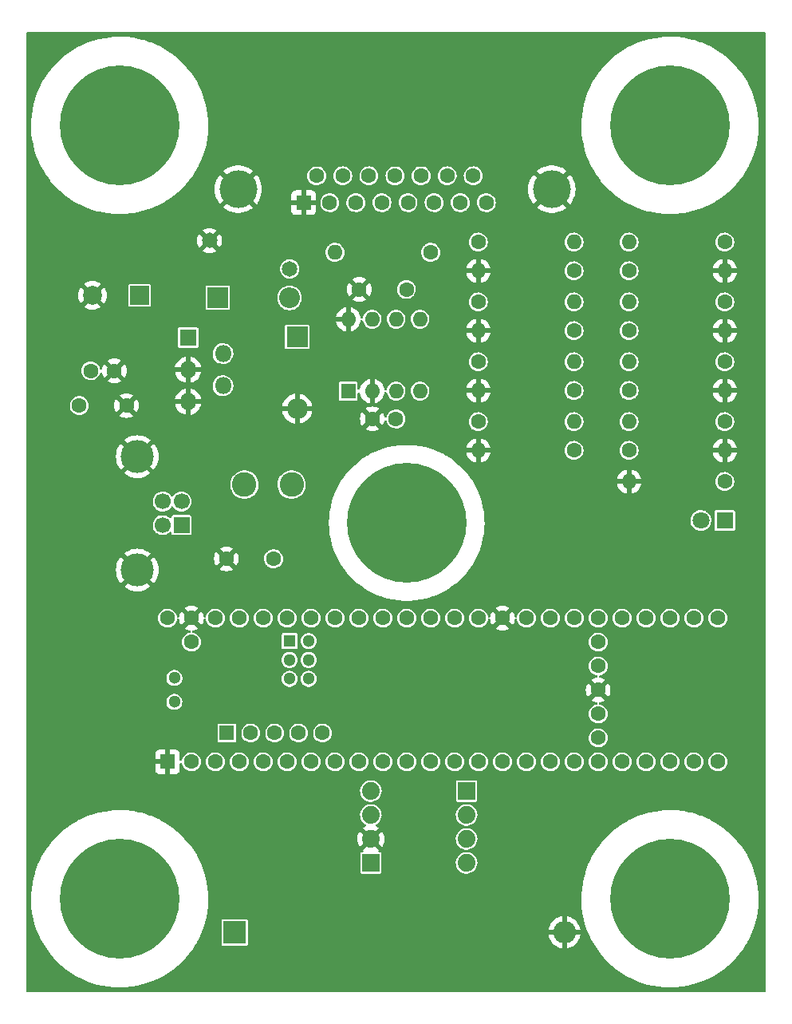
<source format=gbr>
%TF.GenerationSoftware,KiCad,Pcbnew,(6.0.1)*%
%TF.CreationDate,2022-03-26T18:04:58-07:00*%
%TF.ProjectId,data_logger_wsu_racing_v0.3.kicad_pro,64617461-5f6c-46f6-9767-65725f777375,rev?*%
%TF.SameCoordinates,Original*%
%TF.FileFunction,Copper,L2,Bot*%
%TF.FilePolarity,Positive*%
%FSLAX46Y46*%
G04 Gerber Fmt 4.6, Leading zero omitted, Abs format (unit mm)*
G04 Created by KiCad (PCBNEW (6.0.1)) date 2022-03-26 18:04:58*
%MOMM*%
%LPD*%
G01*
G04 APERTURE LIST*
%TA.AperFunction,ComponentPad*%
%ADD10R,2.400000X2.400000*%
%TD*%
%TA.AperFunction,ComponentPad*%
%ADD11O,2.400000X2.400000*%
%TD*%
%TA.AperFunction,ComponentPad*%
%ADD12C,1.600000*%
%TD*%
%TA.AperFunction,ComponentPad*%
%ADD13O,1.600000X1.600000*%
%TD*%
%TA.AperFunction,ComponentPad*%
%ADD14C,4.000000*%
%TD*%
%TA.AperFunction,ComponentPad*%
%ADD15R,1.600000X1.600000*%
%TD*%
%TA.AperFunction,ComponentPad*%
%ADD16R,2.200000X2.200000*%
%TD*%
%TA.AperFunction,ComponentPad*%
%ADD17O,2.200000X2.200000*%
%TD*%
%TA.AperFunction,ComponentPad*%
%ADD18R,1.800000X1.800000*%
%TD*%
%TA.AperFunction,ComponentPad*%
%ADD19C,1.800000*%
%TD*%
%TA.AperFunction,ComponentPad*%
%ADD20C,0.900000*%
%TD*%
%TA.AperFunction,ComponentPad*%
%ADD21C,12.700000*%
%TD*%
%TA.AperFunction,ComponentPad*%
%ADD22C,1.879600*%
%TD*%
%TA.AperFunction,ComponentPad*%
%ADD23R,1.879600X1.879600*%
%TD*%
%TA.AperFunction,ComponentPad*%
%ADD24R,1.300000X1.300000*%
%TD*%
%TA.AperFunction,ComponentPad*%
%ADD25C,1.300000*%
%TD*%
%TA.AperFunction,ComponentPad*%
%ADD26O,1.800000X1.800000*%
%TD*%
%TA.AperFunction,ComponentPad*%
%ADD27R,2.000000X2.000000*%
%TD*%
%TA.AperFunction,ComponentPad*%
%ADD28C,2.000000*%
%TD*%
%TA.AperFunction,ComponentPad*%
%ADD29C,2.600000*%
%TD*%
%TA.AperFunction,ComponentPad*%
%ADD30C,1.651000*%
%TD*%
%TA.AperFunction,ComponentPad*%
%ADD31R,1.700000X1.700000*%
%TD*%
%TA.AperFunction,ComponentPad*%
%ADD32C,1.700000*%
%TD*%
%TA.AperFunction,ComponentPad*%
%ADD33C,3.500000*%
%TD*%
G04 APERTURE END LIST*
D10*
%TO.P,C3,1*%
%TO.N,+5V*%
X71908000Y-120396000D03*
D11*
%TO.P,C3,2*%
%TO.N,GND*%
X106908000Y-120396000D03*
%TD*%
D12*
%TO.P,R5,1*%
%TO.N,/car_A2*%
X97771053Y-59879582D03*
D13*
%TO.P,R5,2*%
%TO.N,/teensy_A2*%
X107931053Y-59879582D03*
%TD*%
D14*
%TO.P,J1,0,PAD*%
%TO.N,GND*%
X72270000Y-41570331D03*
X105570000Y-41570331D03*
D15*
%TO.P,J1,1,1*%
X79225000Y-42990331D03*
D12*
%TO.P,J1,2,2*%
%TO.N,/car_12v*%
X81995000Y-42990331D03*
%TO.P,J1,3,3*%
%TO.N,/CANH*%
X84765000Y-42990331D03*
%TO.P,J1,4,4*%
%TO.N,/CANL*%
X87535000Y-42990331D03*
%TO.P,J1,5,5*%
%TO.N,/car_A2*%
X90305000Y-42990331D03*
%TO.P,J1,6,6*%
%TO.N,/car_A0*%
X93075000Y-42990331D03*
%TO.P,J1,7,7*%
%TO.N,/car_A6*%
X95845000Y-42990331D03*
%TO.P,J1,8,8*%
%TO.N,/car_A4*%
X98615000Y-42990331D03*
%TO.P,J1,9,P9*%
%TO.N,unconnected-(J1-Pad9)*%
X80610000Y-40150331D03*
%TO.P,J1,10,P10*%
%TO.N,unconnected-(J1-Pad10)*%
X83380000Y-40150331D03*
%TO.P,J1,11,P111*%
%TO.N,unconnected-(J1-Pad11)*%
X86150000Y-40150331D03*
%TO.P,J1,12,P12*%
%TO.N,/car_A3*%
X88920000Y-40150331D03*
%TO.P,J1,13,P13*%
%TO.N,/car_A1*%
X91690000Y-40150331D03*
%TO.P,J1,14,P14*%
%TO.N,/car_A7*%
X94460000Y-40150331D03*
%TO.P,J1,15,P15*%
%TO.N,/car_A5*%
X97230000Y-40150331D03*
%TD*%
D16*
%TO.P,D1,1,K*%
%TO.N,/Vin_buck*%
X70104000Y-53086000D03*
D17*
%TO.P,D1,2,A*%
%TO.N,/car_12v*%
X77724000Y-53086000D03*
%TD*%
D12*
%TO.P,C5,1*%
%TO.N,+5V*%
X89018021Y-65932468D03*
%TO.P,C5,2*%
%TO.N,GND*%
X86518021Y-65932468D03*
%TD*%
%TO.P,R17,1*%
%TO.N,/CANL*%
X92710000Y-48260000D03*
D13*
%TO.P,R17,2*%
%TO.N,/CANH*%
X82550000Y-48260000D03*
%TD*%
D18*
%TO.P,D3,1,K*%
%TO.N,Net-(D3-Pad1)*%
X123933053Y-76708000D03*
D19*
%TO.P,D3,2,A*%
%TO.N,+5V*%
X121393053Y-76708000D03*
%TD*%
D12*
%TO.P,R18,1*%
%TO.N,Net-(D3-Pad1)*%
X123933053Y-72579582D03*
D13*
%TO.P,R18,2*%
%TO.N,GND*%
X113773053Y-72579582D03*
%TD*%
D20*
%TO.P,H2,1,1*%
%TO.N,unconnected-(H2-Pad1)*%
X55190000Y-34798000D03*
X64190000Y-34798000D03*
X56508019Y-37979981D03*
X62871981Y-31616019D03*
X56508019Y-31616019D03*
X59690000Y-39298000D03*
X62871981Y-37979981D03*
D21*
X59690000Y-34798000D03*
D20*
X59690000Y-30298000D03*
%TD*%
D12*
%TO.P,R3,1*%
%TO.N,/car_A1*%
X97771053Y-53529582D03*
D13*
%TO.P,R3,2*%
%TO.N,/teensy_A1*%
X107931053Y-53529582D03*
%TD*%
D22*
%TO.P,U2,1,SCK*%
%TO.N,/SCK_ACC*%
X96520000Y-113030000D03*
%TO.P,U2,2,MOSI*%
%TO.N,/MOSI_ACC*%
X96520000Y-110490000D03*
%TO.P,U2,3,MISO*%
%TO.N,/MISO_ACC*%
X96520000Y-107950000D03*
D23*
%TO.P,U2,4,CS*%
%TO.N,/CS1_ACC*%
X96520000Y-105410000D03*
%TO.P,U2,5,Vin*%
%TO.N,+3V3*%
X86360000Y-113030000D03*
D22*
%TO.P,U2,6,gnd*%
%TO.N,GND*%
X86360000Y-110490000D03*
%TO.P,U2,7,INT1*%
%TO.N,/accel_int1*%
X86360000Y-107950000D03*
%TO.P,U2,8,INT2*%
%TO.N,/accel_int2*%
X86360000Y-105410000D03*
%TD*%
D20*
%TO.P,H3,1,1*%
%TO.N,unconnected-(H3-Pad1)*%
X59690000Y-121340000D03*
X62871981Y-120021981D03*
X56508019Y-113658019D03*
X64190000Y-116840000D03*
X59690000Y-112340000D03*
D21*
X59690000Y-116840000D03*
D20*
X56508019Y-120021981D03*
X55190000Y-116840000D03*
X62871981Y-113658019D03*
%TD*%
%TO.P,H4,1,1*%
%TO.N,unconnected-(H4-Pad1)*%
X118110000Y-121340000D03*
X114928019Y-113658019D03*
X113610000Y-116840000D03*
X114928019Y-120021981D03*
X121291981Y-120021981D03*
X121291981Y-113658019D03*
D21*
X118110000Y-116840000D03*
D20*
X118110000Y-112340000D03*
X122610000Y-116840000D03*
%TD*%
D12*
%TO.P,R1,1*%
%TO.N,/car_A0*%
X97771053Y-47179582D03*
D13*
%TO.P,R1,2*%
%TO.N,/teensy_A0*%
X107931053Y-47179582D03*
%TD*%
D12*
%TO.P,R2,1*%
%TO.N,/teensy_A0*%
X107931053Y-50227582D03*
D13*
%TO.P,R2,2*%
%TO.N,GND*%
X97771053Y-50227582D03*
%TD*%
D20*
%TO.P,H1,1,1*%
%TO.N,unconnected-(H1-Pad1)*%
X122610000Y-34798000D03*
X121291981Y-31616019D03*
X121291981Y-37979981D03*
D21*
X118110000Y-34798000D03*
D20*
X114928019Y-31616019D03*
X114928019Y-37979981D03*
X113610000Y-34798000D03*
X118110000Y-30298000D03*
X118110000Y-39298000D03*
%TD*%
D12*
%TO.P,R12,1*%
%TO.N,/teensy_A5*%
X113773053Y-56577582D03*
D13*
%TO.P,R12,2*%
%TO.N,GND*%
X123933053Y-56577582D03*
%TD*%
D15*
%TO.P,U4,1,GND*%
%TO.N,GND*%
X64770000Y-102305040D03*
D12*
%TO.P,U4,2,0_RX1_CRX2_CS1*%
%TO.N,/CS1_ACC*%
X67310000Y-102305040D03*
%TO.P,U4,3,1_TX1_CTX2_MISO1*%
%TO.N,/MISO_ACC*%
X69850000Y-102305040D03*
%TO.P,U4,4,2_OUT2*%
%TO.N,unconnected-(U4-Pad4)*%
X72390000Y-102305040D03*
%TO.P,U4,5,3_LRCLK2*%
%TO.N,unconnected-(U4-Pad5)*%
X74930000Y-102305040D03*
%TO.P,U4,6,4_BCLK2*%
%TO.N,unconnected-(U4-Pad6)*%
X77470000Y-102305040D03*
%TO.P,U4,7,5_IN2*%
%TO.N,unconnected-(U4-Pad7)*%
X80010000Y-102305040D03*
%TO.P,U4,8,6_OUT1D*%
%TO.N,unconnected-(U4-Pad8)*%
X82550000Y-102305040D03*
%TO.P,U4,9,7_RX2_OUT1A*%
%TO.N,unconnected-(U4-Pad9)*%
X85090000Y-102305040D03*
%TO.P,U4,10,8_TX2_IN1*%
%TO.N,/accel_int2*%
X87630000Y-102305040D03*
%TO.P,U4,11,9_OUT1C*%
%TO.N,/accel_int1*%
X90170000Y-102305040D03*
%TO.P,U4,12,10_CS_MQSR*%
%TO.N,unconnected-(U4-Pad12)*%
X92710000Y-102305040D03*
%TO.P,U4,13,11_MOSI_CTX1*%
%TO.N,unconnected-(U4-Pad13)*%
X95250000Y-102305040D03*
%TO.P,U4,14,12_MISO_MQSL*%
%TO.N,unconnected-(U4-Pad14)*%
X97790000Y-102305040D03*
%TO.P,U4,15,3V3*%
%TO.N,unconnected-(U4-Pad15)*%
X100330000Y-102305040D03*
%TO.P,U4,16,24_A10_TX6_SCL2*%
%TO.N,unconnected-(U4-Pad16)*%
X102870000Y-102305040D03*
%TO.P,U4,17,25_A11_RX6_SDA2*%
%TO.N,unconnected-(U4-Pad17)*%
X105410000Y-102305040D03*
%TO.P,U4,18,26_A12_MOSI1*%
%TO.N,/MOSI_ACC*%
X107950000Y-102305040D03*
%TO.P,U4,19,27_A13_SCK1*%
%TO.N,/SCK_ACC*%
X110490000Y-102305040D03*
%TO.P,U4,20,28_RX7*%
%TO.N,unconnected-(U4-Pad20)*%
X113030000Y-102305040D03*
%TO.P,U4,21,29_TX7*%
%TO.N,unconnected-(U4-Pad21)*%
X115570000Y-102305040D03*
%TO.P,U4,22,30_CRX3*%
%TO.N,unconnected-(U4-Pad22)*%
X118110000Y-102305040D03*
%TO.P,U4,23,31_CTX3*%
%TO.N,unconnected-(U4-Pad23)*%
X120650000Y-102305040D03*
%TO.P,U4,24,32_OUT1B*%
%TO.N,unconnected-(U4-Pad24)*%
X123190000Y-102305040D03*
%TO.P,U4,25,33_MCLK2*%
%TO.N,unconnected-(U4-Pad25)*%
X123190000Y-87065040D03*
%TO.P,U4,26,34_RX8*%
%TO.N,unconnected-(U4-Pad26)*%
X120650000Y-87065040D03*
%TO.P,U4,27,35_TX8*%
%TO.N,unconnected-(U4-Pad27)*%
X118110000Y-87065040D03*
%TO.P,U4,28,36_CS*%
%TO.N,unconnected-(U4-Pad28)*%
X115570000Y-87065040D03*
%TO.P,U4,29,37_CS*%
%TO.N,unconnected-(U4-Pad29)*%
X113030000Y-87065040D03*
%TO.P,U4,30,38_CS1_IN1*%
%TO.N,unconnected-(U4-Pad30)*%
X110490000Y-87065040D03*
%TO.P,U4,31,39_MISO1_OUT1A*%
%TO.N,unconnected-(U4-Pad31)*%
X107950000Y-87065040D03*
%TO.P,U4,32,40_A16*%
%TO.N,unconnected-(U4-Pad32)*%
X105410000Y-87065040D03*
%TO.P,U4,33,41_A17*%
%TO.N,unconnected-(U4-Pad33)*%
X102870000Y-87065040D03*
%TO.P,U4,34,GND*%
%TO.N,GND*%
X100330000Y-87065040D03*
%TO.P,U4,35,13_SCK_LED*%
%TO.N,unconnected-(U4-Pad35)*%
X97790000Y-87065040D03*
%TO.P,U4,36,14_A0_TX3_SPDIF_OUT*%
%TO.N,/teensy_A0*%
X95250000Y-87065040D03*
%TO.P,U4,37,15_A1_RX3_SPDIF_IN*%
%TO.N,/teensy_A1*%
X92710000Y-87065040D03*
%TO.P,U4,38,16_A2_RX4_SCL1*%
%TO.N,/teensy_A2*%
X90170000Y-87065040D03*
%TO.P,U4,39,17_A3_TX4_SDA1*%
%TO.N,/teensy_A3*%
X87630000Y-87065040D03*
%TO.P,U4,40,18_A4_SDA*%
%TO.N,/teensy_A4*%
X85090000Y-87065040D03*
%TO.P,U4,41,19_A5_SCL*%
%TO.N,/teensy_A5*%
X82550000Y-87065040D03*
%TO.P,U4,42,20_A6_TX5_LRCLK1*%
%TO.N,/teensy_A6*%
X80010000Y-87065040D03*
%TO.P,U4,43,21_A7_RX5_BCLK1*%
%TO.N,/teensy_A7*%
X77470000Y-87065040D03*
%TO.P,U4,44,22_A8_CTX1*%
%TO.N,/CAN_TX1*%
X74930000Y-87065040D03*
%TO.P,U4,45,23_A9_CRX1_MCLK1*%
%TO.N,/CAN_RX1*%
X72390000Y-87065040D03*
%TO.P,U4,46,3V3*%
%TO.N,+3V3*%
X69850000Y-87065040D03*
%TO.P,U4,47,GND*%
%TO.N,GND*%
X67310000Y-87065040D03*
%TO.P,U4,48,VIN*%
%TO.N,+5V*%
X64770000Y-87065040D03*
%TO.P,U4,49,VUSB*%
%TO.N,unconnected-(U4-Pad49)*%
X67310000Y-89605040D03*
%TO.P,U4,50,VBAT*%
%TO.N,unconnected-(U4-Pad50)*%
X110490000Y-99765040D03*
%TO.P,U4,51,3V3*%
%TO.N,+3V3*%
X110490000Y-97225040D03*
%TO.P,U4,52,GND*%
%TO.N,GND*%
X110490000Y-94685040D03*
%TO.P,U4,53,PROGRAM*%
%TO.N,unconnected-(U4-Pad53)*%
X110490000Y-92145040D03*
%TO.P,U4,54,ON_OFF*%
%TO.N,unconnected-(U4-Pad54)*%
X110490000Y-89605040D03*
D15*
%TO.P,U4,55,5V*%
%TO.N,unconnected-(U4-Pad55)*%
X71069200Y-99254240D03*
D12*
%TO.P,U4,56,D-*%
%TO.N,/D-*%
X73609200Y-99254240D03*
%TO.P,U4,57,D+*%
%TO.N,/D+*%
X76149200Y-99254240D03*
%TO.P,U4,58,GND*%
%TO.N,unconnected-(U4-Pad58)*%
X78689200Y-99254240D03*
%TO.P,U4,59,GND*%
%TO.N,unconnected-(U4-Pad59)*%
X81229200Y-99254240D03*
D24*
%TO.P,U4,60,R+*%
%TO.N,unconnected-(U4-Pad60)*%
X77740000Y-89503440D03*
D25*
%TO.P,U4,61,LED*%
%TO.N,unconnected-(U4-Pad61)*%
X77740000Y-91503440D03*
%TO.P,U4,62,T-*%
%TO.N,unconnected-(U4-Pad62)*%
X77740000Y-93503440D03*
%TO.P,U4,63,T+*%
%TO.N,unconnected-(U4-Pad63)*%
X79740000Y-93503440D03*
%TO.P,U4,64,GND*%
%TO.N,unconnected-(U4-Pad64)*%
X79740000Y-91503440D03*
%TO.P,U4,65,R-*%
%TO.N,unconnected-(U4-Pad65)*%
X79740000Y-89503440D03*
%TO.P,U4,66,D-*%
%TO.N,unconnected-(U4-Pad66)*%
X65500000Y-93415040D03*
%TO.P,U4,67,D+*%
%TO.N,unconnected-(U4-Pad67)*%
X65500000Y-95955040D03*
%TD*%
D12*
%TO.P,C7,1*%
%TO.N,GND*%
X85130000Y-52197000D03*
%TO.P,C7,2*%
%TO.N,+3V3*%
X90130000Y-52197000D03*
%TD*%
%TO.P,C8,1*%
%TO.N,+5V*%
X56625161Y-60831165D03*
%TO.P,C8,2*%
%TO.N,GND*%
X59125161Y-60831165D03*
%TD*%
D18*
%TO.P,U1,1,+Vin*%
%TO.N,/Vin_buck*%
X66962000Y-57306000D03*
D26*
%TO.P,U1,2,Output*%
%TO.N,/output_buck*%
X70662000Y-59006000D03*
%TO.P,U1,3,Gnd*%
%TO.N,GND*%
X66962000Y-60706000D03*
%TO.P,U1,4,Feedback*%
%TO.N,+5V*%
X70662000Y-62406000D03*
%TO.P,U1,5,~{ON}/OFF*%
%TO.N,GND*%
X66962000Y-64106000D03*
%TD*%
D27*
%TO.P,C2,1*%
%TO.N,/Vin_buck*%
X61803677Y-52832000D03*
D28*
%TO.P,C2,2*%
%TO.N,GND*%
X56803677Y-52832000D03*
%TD*%
D12*
%TO.P,C4,1*%
%TO.N,+5V*%
X55412000Y-64516000D03*
%TO.P,C4,2*%
%TO.N,GND*%
X60412000Y-64516000D03*
%TD*%
D29*
%TO.P,L1,1*%
%TO.N,/output_buck*%
X72938000Y-72898000D03*
%TO.P,L1,2*%
%TO.N,+5V*%
X77938000Y-72898000D03*
%TD*%
D12*
%TO.P,R10,1*%
%TO.N,/teensy_A4*%
X113773053Y-50227582D03*
D13*
%TO.P,R10,2*%
%TO.N,GND*%
X123933053Y-50227582D03*
%TD*%
D12*
%TO.P,R4,1*%
%TO.N,/teensy_A1*%
X107931053Y-56577582D03*
D13*
%TO.P,R4,2*%
%TO.N,GND*%
X97771053Y-56577582D03*
%TD*%
D12*
%TO.P,R11,1*%
%TO.N,/car_A5*%
X123933053Y-53529582D03*
D13*
%TO.P,R11,2*%
%TO.N,/teensy_A5*%
X113773053Y-53529582D03*
%TD*%
D30*
%TO.P,RV1,1*%
%TO.N,/car_12v*%
X77739351Y-50012600D03*
%TO.P,RV1,2*%
%TO.N,GND*%
X69230351Y-47015400D03*
%TD*%
D15*
%TO.P,U3,1,TXD*%
%TO.N,/CAN_TX1*%
X83957000Y-62982000D03*
D13*
%TO.P,U3,2,VSS*%
%TO.N,GND*%
X86497000Y-62982000D03*
%TO.P,U3,3,VDD*%
%TO.N,+5V*%
X89037000Y-62982000D03*
%TO.P,U3,4,RXD*%
%TO.N,/CAN_RX1*%
X91577000Y-62982000D03*
%TO.P,U3,5,Vio*%
%TO.N,+3V3*%
X91577000Y-55362000D03*
%TO.P,U3,6,CANL*%
%TO.N,/CANL*%
X89037000Y-55362000D03*
%TO.P,U3,7,CANH*%
%TO.N,/CANH*%
X86497000Y-55362000D03*
%TO.P,U3,8,STBY*%
%TO.N,GND*%
X83957000Y-55362000D03*
%TD*%
D16*
%TO.P,D2,1,K*%
%TO.N,/output_buck*%
X78536000Y-57228000D03*
D17*
%TO.P,D2,2,A*%
%TO.N,GND*%
X78536000Y-64848000D03*
%TD*%
D12*
%TO.P,R15,1*%
%TO.N,/car_A7*%
X123933053Y-66229582D03*
D13*
%TO.P,R15,2*%
%TO.N,/teensy_A7*%
X113773053Y-66229582D03*
%TD*%
D12*
%TO.P,C1,1*%
%TO.N,+3V3*%
X76033000Y-80772000D03*
%TO.P,C1,2*%
%TO.N,GND*%
X71033000Y-80772000D03*
%TD*%
%TO.P,R7,1*%
%TO.N,/car_A3*%
X97771053Y-66229582D03*
D13*
%TO.P,R7,2*%
%TO.N,/teensy_A3*%
X107931053Y-66229582D03*
%TD*%
D20*
%TO.P,H5,1,1*%
%TO.N,unconnected-(H5-Pad1)*%
X86988019Y-73780019D03*
X90170000Y-72462000D03*
X85670000Y-76962000D03*
X93351981Y-80143981D03*
X90170000Y-81462000D03*
X86988019Y-80143981D03*
X94670000Y-76962000D03*
X93351981Y-73780019D03*
D21*
X90170000Y-76962000D03*
%TD*%
D12*
%TO.P,R6,1*%
%TO.N,/teensy_A2*%
X107931053Y-62927582D03*
D13*
%TO.P,R6,2*%
%TO.N,GND*%
X97771053Y-62927582D03*
%TD*%
D12*
%TO.P,R8,1*%
%TO.N,/teensy_A3*%
X107931053Y-69277582D03*
D13*
%TO.P,R8,2*%
%TO.N,GND*%
X97771053Y-69277582D03*
%TD*%
D12*
%TO.P,R14,1*%
%TO.N,/teensy_A6*%
X113773053Y-62927582D03*
D13*
%TO.P,R14,2*%
%TO.N,GND*%
X123933053Y-62927582D03*
%TD*%
D12*
%TO.P,R16,1*%
%TO.N,/teensy_A7*%
X113773053Y-69277582D03*
D13*
%TO.P,R16,2*%
%TO.N,GND*%
X123933053Y-69277582D03*
%TD*%
D31*
%TO.P,J2,1,VBUS*%
%TO.N,unconnected-(J2-Pad1)*%
X66267500Y-77196000D03*
D32*
%TO.P,J2,2,D-*%
%TO.N,/D+*%
X66267500Y-74696000D03*
%TO.P,J2,3,D+*%
%TO.N,/D-*%
X64267500Y-74696000D03*
%TO.P,J2,4,GND*%
%TO.N,unconnected-(J2-Pad4)*%
X64267500Y-77196000D03*
D33*
%TO.P,J2,5,Shield*%
%TO.N,GND*%
X61557500Y-81966000D03*
X61557500Y-69926000D03*
%TD*%
D12*
%TO.P,R13,1*%
%TO.N,/car_A6*%
X123933053Y-59879582D03*
D13*
%TO.P,R13,2*%
%TO.N,/teensy_A6*%
X113773053Y-59879582D03*
%TD*%
D12*
%TO.P,R9,1*%
%TO.N,/car_A4*%
X123933053Y-47179582D03*
D13*
%TO.P,R9,2*%
%TO.N,/teensy_A4*%
X113773053Y-47179582D03*
%TD*%
%TA.AperFunction,Conductor*%
%TO.N,GND*%
G36*
X128202121Y-24922002D02*
G01*
X128248614Y-24975658D01*
X128260000Y-25028000D01*
X128260000Y-126610000D01*
X128239998Y-126678121D01*
X128186342Y-126724614D01*
X128134000Y-126736000D01*
X49920000Y-126736000D01*
X49851879Y-126715998D01*
X49805386Y-126662342D01*
X49794000Y-126610000D01*
X49794000Y-117053341D01*
X50288885Y-117053341D01*
X50322248Y-117659572D01*
X50394663Y-118262386D01*
X50395032Y-118264367D01*
X50395033Y-118264374D01*
X50496651Y-118809995D01*
X50505828Y-118859271D01*
X50506326Y-118861232D01*
X50506328Y-118861241D01*
X50540426Y-118995500D01*
X50655280Y-119447738D01*
X50842395Y-120025334D01*
X51066393Y-120589651D01*
X51067261Y-120591483D01*
X51067264Y-120591490D01*
X51103567Y-120668115D01*
X51326342Y-121138336D01*
X51370148Y-121217202D01*
X51620175Y-121667336D01*
X51620182Y-121667348D01*
X51621157Y-121669103D01*
X51622244Y-121670792D01*
X51622250Y-121670803D01*
X51780678Y-121917107D01*
X51949608Y-122179739D01*
X51950823Y-122181384D01*
X52290072Y-122640689D01*
X52310328Y-122668114D01*
X52701812Y-123132193D01*
X52703223Y-123133662D01*
X52703225Y-123133664D01*
X53098958Y-123545611D01*
X53122427Y-123570042D01*
X53123939Y-123571425D01*
X53123941Y-123571427D01*
X53547023Y-123958430D01*
X53570422Y-123979834D01*
X53572017Y-123981114D01*
X53572032Y-123981127D01*
X54017732Y-124338839D01*
X54043927Y-124359863D01*
X54540970Y-124708543D01*
X54542720Y-124709609D01*
X55032865Y-125008207D01*
X55059478Y-125024420D01*
X55597289Y-125306179D01*
X55599131Y-125306997D01*
X55599143Y-125307003D01*
X56150288Y-125551812D01*
X56150298Y-125551816D01*
X56152162Y-125552644D01*
X56721783Y-125762789D01*
X56723727Y-125763367D01*
X56723737Y-125763370D01*
X57066763Y-125865304D01*
X57303778Y-125935736D01*
X57895721Y-126070766D01*
X57897724Y-126071089D01*
X57897726Y-126071089D01*
X58493138Y-126166991D01*
X58493141Y-126166991D01*
X58495144Y-126167314D01*
X59099547Y-126224979D01*
X59300714Y-126231125D01*
X59704367Y-126243459D01*
X59704382Y-126243459D01*
X59706412Y-126243521D01*
X60313209Y-126222861D01*
X60917408Y-126163086D01*
X61026442Y-126145133D01*
X61514475Y-126064778D01*
X61514482Y-126064777D01*
X61516490Y-126064446D01*
X62107957Y-125927351D01*
X62689345Y-125752373D01*
X62948279Y-125655819D01*
X63256307Y-125540959D01*
X63256315Y-125540956D01*
X63258229Y-125540242D01*
X63340461Y-125503372D01*
X63810377Y-125292676D01*
X63810392Y-125292669D01*
X63812238Y-125291841D01*
X64349063Y-125008207D01*
X64600335Y-124853925D01*
X64864731Y-124691586D01*
X64864738Y-124691581D01*
X64866465Y-124690521D01*
X65362287Y-124340108D01*
X65834464Y-123958430D01*
X66281025Y-123547076D01*
X66700110Y-123107761D01*
X67089971Y-122642318D01*
X67091157Y-122640700D01*
X67091166Y-122640689D01*
X67447773Y-122154339D01*
X67447777Y-122154333D01*
X67448984Y-122152687D01*
X67775651Y-121640908D01*
X67789512Y-121615748D01*
X70507500Y-121615748D01*
X70519133Y-121674231D01*
X70563448Y-121740552D01*
X70629769Y-121784867D01*
X70641938Y-121787288D01*
X70641939Y-121787288D01*
X70682184Y-121795293D01*
X70688252Y-121796500D01*
X73127748Y-121796500D01*
X73133816Y-121795293D01*
X73174061Y-121787288D01*
X73174062Y-121787288D01*
X73186231Y-121784867D01*
X73252552Y-121740552D01*
X73296867Y-121674231D01*
X73308500Y-121615748D01*
X73308500Y-120669460D01*
X105220852Y-120669460D01*
X105256593Y-120849143D01*
X105259082Y-120858118D01*
X105341708Y-121088250D01*
X105345505Y-121096778D01*
X105461234Y-121312160D01*
X105466245Y-121320027D01*
X105612550Y-121515953D01*
X105618656Y-121522977D01*
X105792316Y-121695127D01*
X105799398Y-121701176D01*
X105996586Y-121845760D01*
X106004505Y-121850708D01*
X106220877Y-121964547D01*
X106229451Y-121968275D01*
X106460282Y-122048885D01*
X106469291Y-122051299D01*
X106636201Y-122082988D01*
X106649261Y-122081704D01*
X106653506Y-122068360D01*
X107162000Y-122068360D01*
X107166171Y-122082565D01*
X107178933Y-122084620D01*
X107215487Y-122080617D01*
X107224649Y-122078919D01*
X107461107Y-122016665D01*
X107469926Y-122013628D01*
X107694584Y-121917107D01*
X107702856Y-121912800D01*
X107910777Y-121784135D01*
X107918317Y-121778657D01*
X108104943Y-121620668D01*
X108111593Y-121614132D01*
X108272813Y-121430295D01*
X108278420Y-121422854D01*
X108410700Y-121217202D01*
X108415147Y-121209011D01*
X108515572Y-120986076D01*
X108518767Y-120977298D01*
X108585135Y-120741973D01*
X108586993Y-120732844D01*
X108595246Y-120667969D01*
X108592958Y-120653708D01*
X108579938Y-120650000D01*
X107180115Y-120650000D01*
X107164876Y-120654475D01*
X107163671Y-120655865D01*
X107162000Y-120663548D01*
X107162000Y-122068360D01*
X106653506Y-122068360D01*
X106654000Y-122066808D01*
X106654000Y-120668115D01*
X106649525Y-120652876D01*
X106648135Y-120651671D01*
X106640452Y-120650000D01*
X105235096Y-120650000D01*
X105222695Y-120653641D01*
X105220852Y-120669460D01*
X73308500Y-120669460D01*
X73308500Y-120123976D01*
X105218675Y-120123976D01*
X105221435Y-120138703D01*
X105233614Y-120142000D01*
X106635885Y-120142000D01*
X106651124Y-120137525D01*
X106652329Y-120136135D01*
X106654000Y-120128452D01*
X106654000Y-120123885D01*
X107162000Y-120123885D01*
X107166475Y-120139124D01*
X107167865Y-120140329D01*
X107175548Y-120142000D01*
X108583671Y-120142000D01*
X108597202Y-120138027D01*
X108598634Y-120128068D01*
X108546979Y-119899786D01*
X108544255Y-119890875D01*
X108455633Y-119662983D01*
X108451619Y-119654567D01*
X108330286Y-119442281D01*
X108325070Y-119434548D01*
X108173692Y-119242525D01*
X108167399Y-119235657D01*
X107989294Y-119068112D01*
X107982060Y-119062254D01*
X107781141Y-118922872D01*
X107773115Y-118918144D01*
X107553810Y-118809995D01*
X107545177Y-118806507D01*
X107312288Y-118731958D01*
X107303238Y-118729785D01*
X107179880Y-118709696D01*
X107166286Y-118711393D01*
X107162000Y-118725500D01*
X107162000Y-120123885D01*
X106654000Y-120123885D01*
X106654000Y-118724859D01*
X106649982Y-118711175D01*
X106636290Y-118709154D01*
X106556521Y-118720010D01*
X106547403Y-118721948D01*
X106312668Y-118790367D01*
X106303915Y-118793639D01*
X106081869Y-118896004D01*
X106073714Y-118900524D01*
X105869233Y-119034587D01*
X105861828Y-119040270D01*
X105679413Y-119203082D01*
X105672935Y-119209790D01*
X105516584Y-119397781D01*
X105511163Y-119405381D01*
X105384322Y-119614409D01*
X105380084Y-119622726D01*
X105285529Y-119848214D01*
X105282572Y-119857052D01*
X105222382Y-120094048D01*
X105220764Y-120103228D01*
X105218675Y-120123976D01*
X73308500Y-120123976D01*
X73308500Y-119176252D01*
X73296867Y-119117769D01*
X73252552Y-119051448D01*
X73186231Y-119007133D01*
X73174062Y-119004712D01*
X73174061Y-119004712D01*
X73133816Y-118996707D01*
X73127748Y-118995500D01*
X70688252Y-118995500D01*
X70682184Y-118996707D01*
X70641939Y-119004712D01*
X70641938Y-119004712D01*
X70629769Y-119007133D01*
X70563448Y-119051448D01*
X70519133Y-119117769D01*
X70507500Y-119176252D01*
X70507500Y-121615748D01*
X67789512Y-121615748D01*
X68009067Y-121217202D01*
X68068611Y-121109116D01*
X68130500Y-120977298D01*
X68325782Y-120561360D01*
X68325783Y-120561358D01*
X68326643Y-120559526D01*
X68548670Y-119994431D01*
X68581819Y-119890875D01*
X68733152Y-119418110D01*
X68733154Y-119418104D01*
X68733768Y-119416185D01*
X68738374Y-119397781D01*
X68880676Y-118829156D01*
X68880679Y-118829141D01*
X68881165Y-118827200D01*
X68990245Y-118229931D01*
X69060555Y-117626868D01*
X69090111Y-117053341D01*
X108708885Y-117053341D01*
X108742248Y-117659572D01*
X108814663Y-118262386D01*
X108815032Y-118264367D01*
X108815033Y-118264374D01*
X108916651Y-118809995D01*
X108925828Y-118859271D01*
X108926326Y-118861232D01*
X108926328Y-118861241D01*
X108960426Y-118995500D01*
X109075280Y-119447738D01*
X109262395Y-120025334D01*
X109486393Y-120589651D01*
X109487261Y-120591483D01*
X109487264Y-120591490D01*
X109523567Y-120668115D01*
X109746342Y-121138336D01*
X109790148Y-121217202D01*
X110040175Y-121667336D01*
X110040182Y-121667348D01*
X110041157Y-121669103D01*
X110042244Y-121670792D01*
X110042250Y-121670803D01*
X110200678Y-121917107D01*
X110369608Y-122179739D01*
X110370823Y-122181384D01*
X110710072Y-122640689D01*
X110730328Y-122668114D01*
X111121812Y-123132193D01*
X111123223Y-123133662D01*
X111123225Y-123133664D01*
X111518958Y-123545611D01*
X111542427Y-123570042D01*
X111543939Y-123571425D01*
X111543941Y-123571427D01*
X111967023Y-123958430D01*
X111990422Y-123979834D01*
X111992017Y-123981114D01*
X111992032Y-123981127D01*
X112437732Y-124338839D01*
X112463927Y-124359863D01*
X112960970Y-124708543D01*
X112962720Y-124709609D01*
X113452865Y-125008207D01*
X113479478Y-125024420D01*
X114017289Y-125306179D01*
X114019131Y-125306997D01*
X114019143Y-125307003D01*
X114570288Y-125551812D01*
X114570298Y-125551816D01*
X114572162Y-125552644D01*
X115141783Y-125762789D01*
X115143727Y-125763367D01*
X115143737Y-125763370D01*
X115486763Y-125865304D01*
X115723778Y-125935736D01*
X116315721Y-126070766D01*
X116317724Y-126071089D01*
X116317726Y-126071089D01*
X116913138Y-126166991D01*
X116913141Y-126166991D01*
X116915144Y-126167314D01*
X117519547Y-126224979D01*
X117720714Y-126231125D01*
X118124367Y-126243459D01*
X118124382Y-126243459D01*
X118126412Y-126243521D01*
X118733209Y-126222861D01*
X119337408Y-126163086D01*
X119446442Y-126145133D01*
X119934475Y-126064778D01*
X119934482Y-126064777D01*
X119936490Y-126064446D01*
X120527957Y-125927351D01*
X121109345Y-125752373D01*
X121368279Y-125655819D01*
X121676307Y-125540959D01*
X121676315Y-125540956D01*
X121678229Y-125540242D01*
X121760461Y-125503372D01*
X122230377Y-125292676D01*
X122230392Y-125292669D01*
X122232238Y-125291841D01*
X122769063Y-125008207D01*
X123020335Y-124853925D01*
X123284731Y-124691586D01*
X123284738Y-124691581D01*
X123286465Y-124690521D01*
X123782287Y-124340108D01*
X124254464Y-123958430D01*
X124701025Y-123547076D01*
X125120110Y-123107761D01*
X125509971Y-122642318D01*
X125511157Y-122640700D01*
X125511166Y-122640689D01*
X125867773Y-122154339D01*
X125867777Y-122154333D01*
X125868984Y-122152687D01*
X126195651Y-121640908D01*
X126209512Y-121615748D01*
X126429067Y-121217202D01*
X126488611Y-121109116D01*
X126550500Y-120977298D01*
X126745782Y-120561360D01*
X126745783Y-120561358D01*
X126746643Y-120559526D01*
X126968670Y-119994431D01*
X127001819Y-119890875D01*
X127153152Y-119418110D01*
X127153154Y-119418104D01*
X127153768Y-119416185D01*
X127158374Y-119397781D01*
X127300676Y-118829156D01*
X127300679Y-118829141D01*
X127301165Y-118827200D01*
X127410245Y-118229931D01*
X127480555Y-117626868D01*
X127511802Y-117020524D01*
X127513535Y-116840000D01*
X127500816Y-116446221D01*
X127494000Y-116235201D01*
X127493999Y-116235191D01*
X127493934Y-116233168D01*
X127435214Y-115628866D01*
X127337620Y-115029613D01*
X127249130Y-114644788D01*
X127202017Y-114439902D01*
X127202015Y-114439895D01*
X127201558Y-114437907D01*
X127027595Y-113856215D01*
X126816456Y-113286961D01*
X126655983Y-112927377D01*
X126569856Y-112734385D01*
X126569853Y-112734379D01*
X126569023Y-112732519D01*
X126512540Y-112625161D01*
X126310794Y-112241707D01*
X126286326Y-112195200D01*
X126121583Y-111925837D01*
X125970606Y-111678981D01*
X125970602Y-111678975D01*
X125969544Y-111677245D01*
X125619997Y-111180811D01*
X125239143Y-110707970D01*
X124847493Y-110281307D01*
X124829957Y-110262203D01*
X124829956Y-110262202D01*
X124828569Y-110260691D01*
X124389987Y-109840840D01*
X124194191Y-109676256D01*
X123926772Y-109451467D01*
X123926765Y-109451461D01*
X123925225Y-109450167D01*
X123849060Y-109394116D01*
X123437866Y-109091511D01*
X123437854Y-109091503D01*
X123436221Y-109090301D01*
X122925013Y-108762741D01*
X122619249Y-108593602D01*
X122395515Y-108469839D01*
X122395508Y-108469835D01*
X122393732Y-108468853D01*
X122391896Y-108467987D01*
X122391890Y-108467984D01*
X121846450Y-108210737D01*
X121846441Y-108210733D01*
X121844594Y-108209862D01*
X121469759Y-108061833D01*
X121281784Y-107987598D01*
X121281780Y-107987596D01*
X121279887Y-107986849D01*
X120893875Y-107862542D01*
X120703883Y-107801359D01*
X120703874Y-107801356D01*
X120701966Y-107800742D01*
X120700019Y-107800251D01*
X120700008Y-107800248D01*
X120372340Y-107717640D01*
X120113239Y-107652318D01*
X119516161Y-107542195D01*
X119450488Y-107534422D01*
X118915217Y-107471068D01*
X118915210Y-107471067D01*
X118913221Y-107470832D01*
X118911219Y-107470725D01*
X118911215Y-107470725D01*
X118706119Y-107459797D01*
X118306933Y-107438527D01*
X117699824Y-107445415D01*
X117697806Y-107445569D01*
X117697795Y-107445569D01*
X117454858Y-107464049D01*
X117094424Y-107491467D01*
X117092419Y-107491751D01*
X117092415Y-107491751D01*
X116495294Y-107576202D01*
X116495288Y-107576203D01*
X116493259Y-107576490D01*
X116491269Y-107576904D01*
X116491257Y-107576906D01*
X115900822Y-107699717D01*
X115900814Y-107699719D01*
X115898833Y-107700131D01*
X115539355Y-107799485D01*
X115315592Y-107861329D01*
X115315582Y-107861332D01*
X115313625Y-107861873D01*
X115049180Y-107953704D01*
X114741985Y-108060380D01*
X114741974Y-108060384D01*
X114740074Y-108061044D01*
X114180572Y-108296812D01*
X113637451Y-108568194D01*
X113422177Y-108693738D01*
X113114744Y-108873027D01*
X113114736Y-108873032D01*
X113112975Y-108874059D01*
X112609330Y-109213133D01*
X112607728Y-109214369D01*
X112607721Y-109214374D01*
X112543665Y-109263793D01*
X112128616Y-109584001D01*
X112127095Y-109585340D01*
X112127086Y-109585347D01*
X111873827Y-109808233D01*
X111672837Y-109985118D01*
X111243893Y-110414811D01*
X110843573Y-110871289D01*
X110842352Y-110872878D01*
X110842340Y-110872892D01*
X110636840Y-111140223D01*
X110473544Y-111352650D01*
X110135350Y-111856886D01*
X110134340Y-111858624D01*
X110134333Y-111858636D01*
X109831414Y-112380149D01*
X109830400Y-112381895D01*
X109829508Y-112383688D01*
X109829501Y-112383701D01*
X109655967Y-112732519D01*
X109559966Y-112925489D01*
X109559178Y-112927369D01*
X109559174Y-112927377D01*
X109516141Y-113030000D01*
X109325176Y-113485402D01*
X109127006Y-114059299D01*
X109126471Y-114061249D01*
X109126467Y-114061261D01*
X109096535Y-114170300D01*
X108966285Y-114644788D01*
X108843682Y-115239429D01*
X108759708Y-115840742D01*
X108714713Y-116446221D01*
X108708885Y-117053341D01*
X69090111Y-117053341D01*
X69091802Y-117020524D01*
X69093535Y-116840000D01*
X69080816Y-116446221D01*
X69074000Y-116235201D01*
X69073999Y-116235191D01*
X69073934Y-116233168D01*
X69015214Y-115628866D01*
X68917620Y-115029613D01*
X68829130Y-114644788D01*
X68782017Y-114439902D01*
X68782015Y-114439895D01*
X68781558Y-114437907D01*
X68647470Y-113989548D01*
X85219700Y-113989548D01*
X85220907Y-113995616D01*
X85228383Y-114033198D01*
X85231333Y-114048031D01*
X85275648Y-114114352D01*
X85341969Y-114158667D01*
X85354138Y-114161088D01*
X85354139Y-114161088D01*
X85394384Y-114169093D01*
X85400452Y-114170300D01*
X87319548Y-114170300D01*
X87325616Y-114169093D01*
X87365861Y-114161088D01*
X87365862Y-114161088D01*
X87378031Y-114158667D01*
X87444352Y-114114352D01*
X87488667Y-114048031D01*
X87491618Y-114033198D01*
X87499093Y-113995616D01*
X87500300Y-113989548D01*
X87500300Y-113000023D01*
X95375207Y-113000023D01*
X95388914Y-113209146D01*
X95440501Y-113412271D01*
X95528241Y-113602592D01*
X95531571Y-113607304D01*
X95531574Y-113607309D01*
X95645858Y-113769018D01*
X95649194Y-113773738D01*
X95799312Y-113919976D01*
X95973565Y-114036408D01*
X95978868Y-114038686D01*
X95978871Y-114038688D01*
X96130979Y-114104039D01*
X96166118Y-114119136D01*
X96241422Y-114136175D01*
X96364886Y-114164113D01*
X96364891Y-114164114D01*
X96370523Y-114165388D01*
X96376294Y-114165615D01*
X96376296Y-114165615D01*
X96439290Y-114168090D01*
X96579934Y-114173616D01*
X96585643Y-114172788D01*
X96585647Y-114172788D01*
X96781623Y-114144372D01*
X96781627Y-114144371D01*
X96787338Y-114143543D01*
X96985789Y-114076179D01*
X97012427Y-114061261D01*
X97163602Y-113976599D01*
X97163606Y-113976596D01*
X97168640Y-113973777D01*
X97329768Y-113839768D01*
X97463777Y-113678640D01*
X97466596Y-113673606D01*
X97466599Y-113673602D01*
X97563356Y-113500830D01*
X97563356Y-113500829D01*
X97566179Y-113495789D01*
X97633543Y-113297338D01*
X97634774Y-113288853D01*
X97663084Y-113093604D01*
X97663084Y-113093602D01*
X97663616Y-113089934D01*
X97665185Y-113030000D01*
X97646009Y-112821307D01*
X97589122Y-112619602D01*
X97575391Y-112591757D01*
X97498986Y-112436823D01*
X97496431Y-112431642D01*
X97460632Y-112383701D01*
X97374491Y-112268346D01*
X97371038Y-112263722D01*
X97217144Y-112121464D01*
X97039903Y-112009633D01*
X97034543Y-112007495D01*
X97034540Y-112007493D01*
X96850619Y-111934116D01*
X96845250Y-111931974D01*
X96639704Y-111891088D01*
X96633929Y-111891012D01*
X96633925Y-111891012D01*
X96529126Y-111889641D01*
X96430150Y-111888345D01*
X96424453Y-111889324D01*
X96424452Y-111889324D01*
X96354564Y-111901333D01*
X96223604Y-111923836D01*
X96026985Y-111996373D01*
X96022024Y-111999325D01*
X96022023Y-111999325D01*
X95851845Y-112100570D01*
X95851842Y-112100572D01*
X95846877Y-112103526D01*
X95689312Y-112241707D01*
X95685737Y-112246242D01*
X95685736Y-112246243D01*
X95668312Y-112268346D01*
X95559567Y-112406288D01*
X95556876Y-112411404D01*
X95556874Y-112411406D01*
X95464679Y-112586640D01*
X95461987Y-112591757D01*
X95399840Y-112791903D01*
X95375207Y-113000023D01*
X87500300Y-113000023D01*
X87500300Y-112070452D01*
X87488667Y-112011969D01*
X87444352Y-111945648D01*
X87378031Y-111901333D01*
X87365862Y-111898912D01*
X87365861Y-111898912D01*
X87325616Y-111890907D01*
X87319548Y-111889700D01*
X87274476Y-111889700D01*
X87206355Y-111869698D01*
X87159862Y-111816042D01*
X87149758Y-111745768D01*
X87175371Y-111685891D01*
X87182031Y-111677408D01*
X87175045Y-111664256D01*
X86372811Y-110862021D01*
X86358868Y-110854408D01*
X86357034Y-110854539D01*
X86350420Y-110858790D01*
X85541083Y-111668128D01*
X85534326Y-111680502D01*
X85540081Y-111688190D01*
X85564892Y-111754711D01*
X85549801Y-111824085D01*
X85499599Y-111874287D01*
X85439213Y-111889700D01*
X85400452Y-111889700D01*
X85394384Y-111890907D01*
X85354139Y-111898912D01*
X85354138Y-111898912D01*
X85341969Y-111901333D01*
X85275648Y-111945648D01*
X85231333Y-112011969D01*
X85219700Y-112070452D01*
X85219700Y-113989548D01*
X68647470Y-113989548D01*
X68607595Y-113856215D01*
X68396456Y-113286961D01*
X68235983Y-112927377D01*
X68149856Y-112734385D01*
X68149853Y-112734379D01*
X68149023Y-112732519D01*
X68092540Y-112625161D01*
X67890794Y-112241707D01*
X67866326Y-112195200D01*
X67701583Y-111925837D01*
X67550606Y-111678981D01*
X67550602Y-111678975D01*
X67549544Y-111677245D01*
X67199997Y-111180811D01*
X66819143Y-110707970D01*
X66591212Y-110459662D01*
X84907969Y-110459662D01*
X84921078Y-110687017D01*
X84922514Y-110697237D01*
X84972580Y-110919393D01*
X84975659Y-110929221D01*
X85061338Y-111140223D01*
X85065991Y-111149434D01*
X85161153Y-111304723D01*
X85171611Y-111314185D01*
X85180387Y-111310402D01*
X85987979Y-110502811D01*
X85994356Y-110491132D01*
X86724408Y-110491132D01*
X86724539Y-110492966D01*
X86728790Y-110499580D01*
X87534826Y-111305615D01*
X87546832Y-111312171D01*
X87558571Y-111303202D01*
X87602241Y-111242429D01*
X87607551Y-111233592D01*
X87708450Y-111029438D01*
X87712249Y-111019843D01*
X87778449Y-110801957D01*
X87780628Y-110791876D01*
X87810591Y-110564288D01*
X87811110Y-110557615D01*
X87812680Y-110493365D01*
X87812486Y-110486646D01*
X87810297Y-110460023D01*
X95375207Y-110460023D01*
X95388914Y-110669146D01*
X95390337Y-110674748D01*
X95435998Y-110854539D01*
X95440501Y-110872271D01*
X95528241Y-111062592D01*
X95531571Y-111067304D01*
X95531574Y-111067309D01*
X95589614Y-111149434D01*
X95649194Y-111233738D01*
X95799312Y-111379976D01*
X95973565Y-111496408D01*
X95978868Y-111498686D01*
X95978871Y-111498688D01*
X96160811Y-111576856D01*
X96166118Y-111579136D01*
X96241422Y-111596175D01*
X96364886Y-111624113D01*
X96364891Y-111624114D01*
X96370523Y-111625388D01*
X96376294Y-111625615D01*
X96376296Y-111625615D01*
X96439290Y-111628090D01*
X96579934Y-111633616D01*
X96585643Y-111632788D01*
X96585647Y-111632788D01*
X96781623Y-111604372D01*
X96781627Y-111604371D01*
X96787338Y-111603543D01*
X96985789Y-111536179D01*
X97062537Y-111493198D01*
X97163602Y-111436599D01*
X97163606Y-111436596D01*
X97168640Y-111433777D01*
X97329768Y-111299768D01*
X97463777Y-111138640D01*
X97466596Y-111133606D01*
X97466599Y-111133602D01*
X97563356Y-110960830D01*
X97563356Y-110960829D01*
X97566179Y-110955789D01*
X97633543Y-110757338D01*
X97640702Y-110707970D01*
X97663084Y-110553604D01*
X97663084Y-110553602D01*
X97663616Y-110549934D01*
X97665185Y-110490000D01*
X97646009Y-110281307D01*
X97600857Y-110121210D01*
X97590690Y-110085161D01*
X97590689Y-110085159D01*
X97589122Y-110079602D01*
X97575391Y-110051757D01*
X97498986Y-109896823D01*
X97496431Y-109891642D01*
X97371038Y-109723722D01*
X97217144Y-109581464D01*
X97039903Y-109469633D01*
X97034543Y-109467495D01*
X97034540Y-109467493D01*
X96850619Y-109394116D01*
X96845250Y-109391974D01*
X96639704Y-109351088D01*
X96633929Y-109351012D01*
X96633925Y-109351012D01*
X96529126Y-109349641D01*
X96430150Y-109348345D01*
X96424453Y-109349324D01*
X96424452Y-109349324D01*
X96229301Y-109382857D01*
X96223604Y-109383836D01*
X96026985Y-109456373D01*
X96022024Y-109459325D01*
X96022023Y-109459325D01*
X95851845Y-109560570D01*
X95851842Y-109560572D01*
X95846877Y-109563526D01*
X95689312Y-109701707D01*
X95685737Y-109706242D01*
X95685736Y-109706243D01*
X95579629Y-109840840D01*
X95559567Y-109866288D01*
X95556876Y-109871404D01*
X95556874Y-109871406D01*
X95492718Y-109993347D01*
X95461987Y-110051757D01*
X95399840Y-110251903D01*
X95375207Y-110460023D01*
X87810297Y-110460023D01*
X87793679Y-110257887D01*
X87791994Y-110247707D01*
X87736515Y-110026837D01*
X87733195Y-110017086D01*
X87642384Y-109808233D01*
X87637518Y-109799158D01*
X87558008Y-109676256D01*
X87547322Y-109667052D01*
X87537755Y-109671456D01*
X86732021Y-110477189D01*
X86724408Y-110491132D01*
X85994356Y-110491132D01*
X85995592Y-110488868D01*
X85995461Y-110487034D01*
X85991210Y-110480420D01*
X85185220Y-109674431D01*
X85173688Y-109668134D01*
X85161406Y-109677757D01*
X85099747Y-109768146D01*
X85094654Y-109777110D01*
X84998768Y-109983679D01*
X84995211Y-109993347D01*
X84934352Y-110212797D01*
X84932421Y-110222916D01*
X84908221Y-110449373D01*
X84907969Y-110459662D01*
X66591212Y-110459662D01*
X66427493Y-110281307D01*
X66409957Y-110262203D01*
X66409956Y-110262202D01*
X66408569Y-110260691D01*
X65969987Y-109840840D01*
X65774191Y-109676256D01*
X65506772Y-109451467D01*
X65506765Y-109451461D01*
X65505225Y-109450167D01*
X65429060Y-109394116D01*
X65017866Y-109091511D01*
X65017854Y-109091503D01*
X65016221Y-109090301D01*
X64505013Y-108762741D01*
X64199249Y-108593602D01*
X63975515Y-108469839D01*
X63975508Y-108469835D01*
X63973732Y-108468853D01*
X63971896Y-108467987D01*
X63971890Y-108467984D01*
X63426450Y-108210737D01*
X63426441Y-108210733D01*
X63424594Y-108209862D01*
X63049759Y-108061833D01*
X62861784Y-107987598D01*
X62861780Y-107987596D01*
X62859887Y-107986849D01*
X62652371Y-107920023D01*
X85215207Y-107920023D01*
X85228914Y-108129146D01*
X85230337Y-108134748D01*
X85271496Y-108296812D01*
X85280501Y-108332271D01*
X85368241Y-108522592D01*
X85371571Y-108527304D01*
X85371574Y-108527309D01*
X85485858Y-108689018D01*
X85489194Y-108693738D01*
X85639312Y-108839976D01*
X85644115Y-108843186D01*
X85644116Y-108843186D01*
X85792840Y-108942560D01*
X85838368Y-108997037D01*
X85847216Y-109067480D01*
X85816575Y-109131524D01*
X85781019Y-109159088D01*
X85590451Y-109258292D01*
X85581716Y-109263793D01*
X85545535Y-109290958D01*
X85537081Y-109302285D01*
X85543825Y-109314614D01*
X86347189Y-110117979D01*
X86361132Y-110125592D01*
X86362966Y-110125461D01*
X86369580Y-110121210D01*
X87177331Y-109313458D01*
X87184348Y-109300607D01*
X87176574Y-109289937D01*
X87168004Y-109283169D01*
X87159417Y-109277464D01*
X86960055Y-109167410D01*
X86945927Y-109161060D01*
X86946736Y-109159260D01*
X86896075Y-109122641D01*
X86870155Y-109056545D01*
X86884084Y-108986928D01*
X86934100Y-108935522D01*
X87003598Y-108896601D01*
X87003601Y-108896599D01*
X87008640Y-108893777D01*
X87169768Y-108759768D01*
X87303777Y-108598640D01*
X87306596Y-108593606D01*
X87306599Y-108593602D01*
X87403356Y-108420830D01*
X87403356Y-108420829D01*
X87406179Y-108415789D01*
X87473543Y-108217338D01*
X87474737Y-108209107D01*
X87503084Y-108013604D01*
X87503084Y-108013602D01*
X87503616Y-108009934D01*
X87505185Y-107950000D01*
X87502431Y-107920023D01*
X95375207Y-107920023D01*
X95388914Y-108129146D01*
X95390337Y-108134748D01*
X95431496Y-108296812D01*
X95440501Y-108332271D01*
X95528241Y-108522592D01*
X95531571Y-108527304D01*
X95531574Y-108527309D01*
X95645858Y-108689018D01*
X95649194Y-108693738D01*
X95799312Y-108839976D01*
X95804115Y-108843186D01*
X95804116Y-108843186D01*
X95874304Y-108890084D01*
X95973565Y-108956408D01*
X95978868Y-108958686D01*
X95978871Y-108958688D01*
X96160811Y-109036856D01*
X96166118Y-109039136D01*
X96241422Y-109056175D01*
X96364886Y-109084113D01*
X96364891Y-109084114D01*
X96370523Y-109085388D01*
X96376294Y-109085615D01*
X96376296Y-109085615D01*
X96439290Y-109088090D01*
X96579934Y-109093616D01*
X96585643Y-109092788D01*
X96585647Y-109092788D01*
X96781623Y-109064372D01*
X96781627Y-109064371D01*
X96787338Y-109063543D01*
X96985789Y-108996179D01*
X97062537Y-108953198D01*
X97163602Y-108896599D01*
X97163606Y-108896596D01*
X97168640Y-108893777D01*
X97329768Y-108759768D01*
X97463777Y-108598640D01*
X97466596Y-108593606D01*
X97466599Y-108593602D01*
X97563356Y-108420830D01*
X97563356Y-108420829D01*
X97566179Y-108415789D01*
X97633543Y-108217338D01*
X97634737Y-108209107D01*
X97663084Y-108013604D01*
X97663084Y-108013602D01*
X97663616Y-108009934D01*
X97665185Y-107950000D01*
X97646009Y-107741307D01*
X97621053Y-107652820D01*
X97590690Y-107545161D01*
X97590689Y-107545159D01*
X97589122Y-107539602D01*
X97575391Y-107511757D01*
X97498986Y-107356823D01*
X97496431Y-107351642D01*
X97371038Y-107183722D01*
X97217144Y-107041464D01*
X97039903Y-106929633D01*
X97034543Y-106927495D01*
X97034540Y-106927493D01*
X96850619Y-106854116D01*
X96845250Y-106851974D01*
X96639704Y-106811088D01*
X96633929Y-106811012D01*
X96633925Y-106811012D01*
X96529126Y-106809641D01*
X96430150Y-106808345D01*
X96424453Y-106809324D01*
X96424452Y-106809324D01*
X96229301Y-106842857D01*
X96223604Y-106843836D01*
X96026985Y-106916373D01*
X96022024Y-106919325D01*
X96022023Y-106919325D01*
X95851845Y-107020570D01*
X95851842Y-107020572D01*
X95846877Y-107023526D01*
X95689312Y-107161707D01*
X95685737Y-107166242D01*
X95685736Y-107166243D01*
X95668312Y-107188346D01*
X95559567Y-107326288D01*
X95556876Y-107331404D01*
X95556874Y-107331406D01*
X95464679Y-107506640D01*
X95461987Y-107511757D01*
X95399840Y-107711903D01*
X95375207Y-107920023D01*
X87502431Y-107920023D01*
X87486009Y-107741307D01*
X87461053Y-107652820D01*
X87430690Y-107545161D01*
X87430689Y-107545159D01*
X87429122Y-107539602D01*
X87415391Y-107511757D01*
X87338986Y-107356823D01*
X87336431Y-107351642D01*
X87211038Y-107183722D01*
X87057144Y-107041464D01*
X86879903Y-106929633D01*
X86874543Y-106927495D01*
X86874540Y-106927493D01*
X86690619Y-106854116D01*
X86685250Y-106851974D01*
X86479704Y-106811088D01*
X86473929Y-106811012D01*
X86473925Y-106811012D01*
X86369126Y-106809641D01*
X86270150Y-106808345D01*
X86264453Y-106809324D01*
X86264452Y-106809324D01*
X86069301Y-106842857D01*
X86063604Y-106843836D01*
X85866985Y-106916373D01*
X85862024Y-106919325D01*
X85862023Y-106919325D01*
X85691845Y-107020570D01*
X85691842Y-107020572D01*
X85686877Y-107023526D01*
X85529312Y-107161707D01*
X85525737Y-107166242D01*
X85525736Y-107166243D01*
X85508312Y-107188346D01*
X85399567Y-107326288D01*
X85396876Y-107331404D01*
X85396874Y-107331406D01*
X85304679Y-107506640D01*
X85301987Y-107511757D01*
X85239840Y-107711903D01*
X85215207Y-107920023D01*
X62652371Y-107920023D01*
X62473875Y-107862542D01*
X62283883Y-107801359D01*
X62283874Y-107801356D01*
X62281966Y-107800742D01*
X62280019Y-107800251D01*
X62280008Y-107800248D01*
X61952340Y-107717640D01*
X61693239Y-107652318D01*
X61096161Y-107542195D01*
X61030488Y-107534422D01*
X60495217Y-107471068D01*
X60495210Y-107471067D01*
X60493221Y-107470832D01*
X60491219Y-107470725D01*
X60491215Y-107470725D01*
X60286119Y-107459797D01*
X59886933Y-107438527D01*
X59279824Y-107445415D01*
X59277806Y-107445569D01*
X59277795Y-107445569D01*
X59034858Y-107464049D01*
X58674424Y-107491467D01*
X58672419Y-107491751D01*
X58672415Y-107491751D01*
X58075294Y-107576202D01*
X58075288Y-107576203D01*
X58073259Y-107576490D01*
X58071269Y-107576904D01*
X58071257Y-107576906D01*
X57480822Y-107699717D01*
X57480814Y-107699719D01*
X57478833Y-107700131D01*
X57119355Y-107799485D01*
X56895592Y-107861329D01*
X56895582Y-107861332D01*
X56893625Y-107861873D01*
X56629180Y-107953704D01*
X56321985Y-108060380D01*
X56321974Y-108060384D01*
X56320074Y-108061044D01*
X55760572Y-108296812D01*
X55217451Y-108568194D01*
X55002177Y-108693738D01*
X54694744Y-108873027D01*
X54694736Y-108873032D01*
X54692975Y-108874059D01*
X54189330Y-109213133D01*
X54187728Y-109214369D01*
X54187721Y-109214374D01*
X54123665Y-109263793D01*
X53708616Y-109584001D01*
X53707095Y-109585340D01*
X53707086Y-109585347D01*
X53453827Y-109808233D01*
X53252837Y-109985118D01*
X52823893Y-110414811D01*
X52423573Y-110871289D01*
X52422352Y-110872878D01*
X52422340Y-110872892D01*
X52216840Y-111140223D01*
X52053544Y-111352650D01*
X51715350Y-111856886D01*
X51714340Y-111858624D01*
X51714333Y-111858636D01*
X51411414Y-112380149D01*
X51410400Y-112381895D01*
X51409508Y-112383688D01*
X51409501Y-112383701D01*
X51235967Y-112732519D01*
X51139966Y-112925489D01*
X51139178Y-112927369D01*
X51139174Y-112927377D01*
X51096141Y-113030000D01*
X50905176Y-113485402D01*
X50707006Y-114059299D01*
X50706471Y-114061249D01*
X50706467Y-114061261D01*
X50676535Y-114170300D01*
X50546285Y-114644788D01*
X50423682Y-115239429D01*
X50339708Y-115840742D01*
X50294713Y-116446221D01*
X50288885Y-117053341D01*
X49794000Y-117053341D01*
X49794000Y-105380023D01*
X85215207Y-105380023D01*
X85228914Y-105589146D01*
X85280501Y-105792271D01*
X85368241Y-105982592D01*
X85371571Y-105987304D01*
X85371574Y-105987309D01*
X85485858Y-106149018D01*
X85489194Y-106153738D01*
X85639312Y-106299976D01*
X85813565Y-106416408D01*
X85818868Y-106418686D01*
X85818871Y-106418688D01*
X85970979Y-106484039D01*
X86006118Y-106499136D01*
X86081422Y-106516175D01*
X86204886Y-106544113D01*
X86204891Y-106544114D01*
X86210523Y-106545388D01*
X86216294Y-106545615D01*
X86216296Y-106545615D01*
X86279290Y-106548090D01*
X86419934Y-106553616D01*
X86425643Y-106552788D01*
X86425647Y-106552788D01*
X86621623Y-106524372D01*
X86621627Y-106524371D01*
X86627338Y-106523543D01*
X86825789Y-106456179D01*
X86902537Y-106413198D01*
X86980480Y-106369548D01*
X95379700Y-106369548D01*
X95380907Y-106375616D01*
X95388383Y-106413198D01*
X95391333Y-106428031D01*
X95435648Y-106494352D01*
X95501969Y-106538667D01*
X95514138Y-106541088D01*
X95514139Y-106541088D01*
X95554384Y-106549093D01*
X95560452Y-106550300D01*
X97479548Y-106550300D01*
X97485616Y-106549093D01*
X97525861Y-106541088D01*
X97525862Y-106541088D01*
X97538031Y-106538667D01*
X97604352Y-106494352D01*
X97648667Y-106428031D01*
X97651618Y-106413198D01*
X97659093Y-106375616D01*
X97660300Y-106369548D01*
X97660300Y-104450452D01*
X97648667Y-104391969D01*
X97604352Y-104325648D01*
X97538031Y-104281333D01*
X97525862Y-104278912D01*
X97525861Y-104278912D01*
X97485616Y-104270907D01*
X97479548Y-104269700D01*
X95560452Y-104269700D01*
X95554384Y-104270907D01*
X95514139Y-104278912D01*
X95514138Y-104278912D01*
X95501969Y-104281333D01*
X95435648Y-104325648D01*
X95391333Y-104391969D01*
X95379700Y-104450452D01*
X95379700Y-106369548D01*
X86980480Y-106369548D01*
X87003602Y-106356599D01*
X87003606Y-106356596D01*
X87008640Y-106353777D01*
X87169768Y-106219768D01*
X87303777Y-106058640D01*
X87306596Y-106053606D01*
X87306599Y-106053602D01*
X87403356Y-105880830D01*
X87403356Y-105880829D01*
X87406179Y-105875789D01*
X87473543Y-105677338D01*
X87485519Y-105594748D01*
X87503084Y-105473604D01*
X87503084Y-105473602D01*
X87503616Y-105469934D01*
X87505185Y-105410000D01*
X87486009Y-105201307D01*
X87429122Y-104999602D01*
X87415391Y-104971757D01*
X87338986Y-104816823D01*
X87336431Y-104811642D01*
X87211038Y-104643722D01*
X87057144Y-104501464D01*
X86879903Y-104389633D01*
X86874543Y-104387495D01*
X86874540Y-104387493D01*
X86690619Y-104314116D01*
X86685250Y-104311974D01*
X86479704Y-104271088D01*
X86473929Y-104271012D01*
X86473925Y-104271012D01*
X86369126Y-104269641D01*
X86270150Y-104268345D01*
X86264453Y-104269324D01*
X86264452Y-104269324D01*
X86194564Y-104281333D01*
X86063604Y-104303836D01*
X85866985Y-104376373D01*
X85862024Y-104379325D01*
X85862023Y-104379325D01*
X85691845Y-104480570D01*
X85691842Y-104480572D01*
X85686877Y-104483526D01*
X85529312Y-104621707D01*
X85525737Y-104626242D01*
X85525736Y-104626243D01*
X85508312Y-104648346D01*
X85399567Y-104786288D01*
X85396876Y-104791404D01*
X85396874Y-104791406D01*
X85304679Y-104966640D01*
X85301987Y-104971757D01*
X85239840Y-105171903D01*
X85215207Y-105380023D01*
X49794000Y-105380023D01*
X49794000Y-103149709D01*
X63462001Y-103149709D01*
X63462371Y-103156530D01*
X63467895Y-103207392D01*
X63471521Y-103222644D01*
X63516676Y-103343094D01*
X63525214Y-103358689D01*
X63601715Y-103460764D01*
X63614276Y-103473325D01*
X63716351Y-103549826D01*
X63731946Y-103558364D01*
X63852394Y-103603518D01*
X63867649Y-103607145D01*
X63918514Y-103612671D01*
X63925328Y-103613040D01*
X64497885Y-103613040D01*
X64513124Y-103608565D01*
X64514329Y-103607175D01*
X64516000Y-103599492D01*
X64516000Y-103594924D01*
X65024000Y-103594924D01*
X65028475Y-103610163D01*
X65029865Y-103611368D01*
X65037548Y-103613039D01*
X65614669Y-103613039D01*
X65621490Y-103612669D01*
X65672352Y-103607145D01*
X65687604Y-103603519D01*
X65808054Y-103558364D01*
X65823649Y-103549826D01*
X65925724Y-103473325D01*
X65938285Y-103460764D01*
X66014786Y-103358689D01*
X66023324Y-103343094D01*
X66068478Y-103222646D01*
X66072105Y-103207391D01*
X66077631Y-103156526D01*
X66078000Y-103149712D01*
X66078000Y-102535007D01*
X66098002Y-102466886D01*
X66151658Y-102420393D01*
X66221932Y-102410289D01*
X66286512Y-102439783D01*
X66325119Y-102500277D01*
X66347164Y-102577155D01*
X66375258Y-102675131D01*
X66378076Y-102680614D01*
X66462123Y-102844153D01*
X66462126Y-102844157D01*
X66464944Y-102849641D01*
X66586818Y-103003409D01*
X66736238Y-103130575D01*
X66741616Y-103133581D01*
X66741618Y-103133582D01*
X66777932Y-103153877D01*
X66907513Y-103226297D01*
X67094118Y-103286929D01*
X67288946Y-103310161D01*
X67295081Y-103309689D01*
X67295083Y-103309689D01*
X67478434Y-103295581D01*
X67478438Y-103295580D01*
X67484576Y-103295108D01*
X67673556Y-103242343D01*
X67848689Y-103153877D01*
X67878515Y-103130575D01*
X67998453Y-103036869D01*
X68003303Y-103033080D01*
X68033084Y-102998579D01*
X68127485Y-102889213D01*
X68127485Y-102889212D01*
X68131509Y-102884551D01*
X68228425Y-102713949D01*
X68290358Y-102527772D01*
X68314949Y-102333111D01*
X68315341Y-102305040D01*
X68313965Y-102291003D01*
X68844757Y-102291003D01*
X68861175Y-102486523D01*
X68915258Y-102675131D01*
X68918076Y-102680614D01*
X69002123Y-102844153D01*
X69002126Y-102844157D01*
X69004944Y-102849641D01*
X69126818Y-103003409D01*
X69276238Y-103130575D01*
X69281616Y-103133581D01*
X69281618Y-103133582D01*
X69317932Y-103153877D01*
X69447513Y-103226297D01*
X69634118Y-103286929D01*
X69828946Y-103310161D01*
X69835081Y-103309689D01*
X69835083Y-103309689D01*
X70018434Y-103295581D01*
X70018438Y-103295580D01*
X70024576Y-103295108D01*
X70213556Y-103242343D01*
X70388689Y-103153877D01*
X70418515Y-103130575D01*
X70538453Y-103036869D01*
X70543303Y-103033080D01*
X70573084Y-102998579D01*
X70667485Y-102889213D01*
X70667485Y-102889212D01*
X70671509Y-102884551D01*
X70768425Y-102713949D01*
X70830358Y-102527772D01*
X70854949Y-102333111D01*
X70855341Y-102305040D01*
X70853965Y-102291003D01*
X71384757Y-102291003D01*
X71401175Y-102486523D01*
X71455258Y-102675131D01*
X71458076Y-102680614D01*
X71542123Y-102844153D01*
X71542126Y-102844157D01*
X71544944Y-102849641D01*
X71666818Y-103003409D01*
X71816238Y-103130575D01*
X71821616Y-103133581D01*
X71821618Y-103133582D01*
X71857932Y-103153877D01*
X71987513Y-103226297D01*
X72174118Y-103286929D01*
X72368946Y-103310161D01*
X72375081Y-103309689D01*
X72375083Y-103309689D01*
X72558434Y-103295581D01*
X72558438Y-103295580D01*
X72564576Y-103295108D01*
X72753556Y-103242343D01*
X72928689Y-103153877D01*
X72958515Y-103130575D01*
X73078453Y-103036869D01*
X73083303Y-103033080D01*
X73113084Y-102998579D01*
X73207485Y-102889213D01*
X73207485Y-102889212D01*
X73211509Y-102884551D01*
X73308425Y-102713949D01*
X73370358Y-102527772D01*
X73394949Y-102333111D01*
X73395341Y-102305040D01*
X73393965Y-102291003D01*
X73924757Y-102291003D01*
X73941175Y-102486523D01*
X73995258Y-102675131D01*
X73998076Y-102680614D01*
X74082123Y-102844153D01*
X74082126Y-102844157D01*
X74084944Y-102849641D01*
X74206818Y-103003409D01*
X74356238Y-103130575D01*
X74361616Y-103133581D01*
X74361618Y-103133582D01*
X74397932Y-103153877D01*
X74527513Y-103226297D01*
X74714118Y-103286929D01*
X74908946Y-103310161D01*
X74915081Y-103309689D01*
X74915083Y-103309689D01*
X75098434Y-103295581D01*
X75098438Y-103295580D01*
X75104576Y-103295108D01*
X75293556Y-103242343D01*
X75468689Y-103153877D01*
X75498515Y-103130575D01*
X75618453Y-103036869D01*
X75623303Y-103033080D01*
X75653084Y-102998579D01*
X75747485Y-102889213D01*
X75747485Y-102889212D01*
X75751509Y-102884551D01*
X75848425Y-102713949D01*
X75910358Y-102527772D01*
X75934949Y-102333111D01*
X75935341Y-102305040D01*
X75933965Y-102291003D01*
X76464757Y-102291003D01*
X76481175Y-102486523D01*
X76535258Y-102675131D01*
X76538076Y-102680614D01*
X76622123Y-102844153D01*
X76622126Y-102844157D01*
X76624944Y-102849641D01*
X76746818Y-103003409D01*
X76896238Y-103130575D01*
X76901616Y-103133581D01*
X76901618Y-103133582D01*
X76937932Y-103153877D01*
X77067513Y-103226297D01*
X77254118Y-103286929D01*
X77448946Y-103310161D01*
X77455081Y-103309689D01*
X77455083Y-103309689D01*
X77638434Y-103295581D01*
X77638438Y-103295580D01*
X77644576Y-103295108D01*
X77833556Y-103242343D01*
X78008689Y-103153877D01*
X78038515Y-103130575D01*
X78158453Y-103036869D01*
X78163303Y-103033080D01*
X78193084Y-102998579D01*
X78287485Y-102889213D01*
X78287485Y-102889212D01*
X78291509Y-102884551D01*
X78388425Y-102713949D01*
X78450358Y-102527772D01*
X78474949Y-102333111D01*
X78475341Y-102305040D01*
X78473965Y-102291003D01*
X79004757Y-102291003D01*
X79021175Y-102486523D01*
X79075258Y-102675131D01*
X79078076Y-102680614D01*
X79162123Y-102844153D01*
X79162126Y-102844157D01*
X79164944Y-102849641D01*
X79286818Y-103003409D01*
X79436238Y-103130575D01*
X79441616Y-103133581D01*
X79441618Y-103133582D01*
X79477932Y-103153877D01*
X79607513Y-103226297D01*
X79794118Y-103286929D01*
X79988946Y-103310161D01*
X79995081Y-103309689D01*
X79995083Y-103309689D01*
X80178434Y-103295581D01*
X80178438Y-103295580D01*
X80184576Y-103295108D01*
X80373556Y-103242343D01*
X80548689Y-103153877D01*
X80578515Y-103130575D01*
X80698453Y-103036869D01*
X80703303Y-103033080D01*
X80733084Y-102998579D01*
X80827485Y-102889213D01*
X80827485Y-102889212D01*
X80831509Y-102884551D01*
X80928425Y-102713949D01*
X80990358Y-102527772D01*
X81014949Y-102333111D01*
X81015341Y-102305040D01*
X81013965Y-102291003D01*
X81544757Y-102291003D01*
X81561175Y-102486523D01*
X81615258Y-102675131D01*
X81618076Y-102680614D01*
X81702123Y-102844153D01*
X81702126Y-102844157D01*
X81704944Y-102849641D01*
X81826818Y-103003409D01*
X81976238Y-103130575D01*
X81981616Y-103133581D01*
X81981618Y-103133582D01*
X82017932Y-103153877D01*
X82147513Y-103226297D01*
X82334118Y-103286929D01*
X82528946Y-103310161D01*
X82535081Y-103309689D01*
X82535083Y-103309689D01*
X82718434Y-103295581D01*
X82718438Y-103295580D01*
X82724576Y-103295108D01*
X82913556Y-103242343D01*
X83088689Y-103153877D01*
X83118515Y-103130575D01*
X83238453Y-103036869D01*
X83243303Y-103033080D01*
X83273084Y-102998579D01*
X83367485Y-102889213D01*
X83367485Y-102889212D01*
X83371509Y-102884551D01*
X83468425Y-102713949D01*
X83530358Y-102527772D01*
X83554949Y-102333111D01*
X83555341Y-102305040D01*
X83553965Y-102291003D01*
X84084757Y-102291003D01*
X84101175Y-102486523D01*
X84155258Y-102675131D01*
X84158076Y-102680614D01*
X84242123Y-102844153D01*
X84242126Y-102844157D01*
X84244944Y-102849641D01*
X84366818Y-103003409D01*
X84516238Y-103130575D01*
X84521616Y-103133581D01*
X84521618Y-103133582D01*
X84557932Y-103153877D01*
X84687513Y-103226297D01*
X84874118Y-103286929D01*
X85068946Y-103310161D01*
X85075081Y-103309689D01*
X85075083Y-103309689D01*
X85258434Y-103295581D01*
X85258438Y-103295580D01*
X85264576Y-103295108D01*
X85453556Y-103242343D01*
X85628689Y-103153877D01*
X85658515Y-103130575D01*
X85778453Y-103036869D01*
X85783303Y-103033080D01*
X85813084Y-102998579D01*
X85907485Y-102889213D01*
X85907485Y-102889212D01*
X85911509Y-102884551D01*
X86008425Y-102713949D01*
X86070358Y-102527772D01*
X86094949Y-102333111D01*
X86095341Y-102305040D01*
X86093965Y-102291003D01*
X86624757Y-102291003D01*
X86641175Y-102486523D01*
X86695258Y-102675131D01*
X86698076Y-102680614D01*
X86782123Y-102844153D01*
X86782126Y-102844157D01*
X86784944Y-102849641D01*
X86906818Y-103003409D01*
X87056238Y-103130575D01*
X87061616Y-103133581D01*
X87061618Y-103133582D01*
X87097932Y-103153877D01*
X87227513Y-103226297D01*
X87414118Y-103286929D01*
X87608946Y-103310161D01*
X87615081Y-103309689D01*
X87615083Y-103309689D01*
X87798434Y-103295581D01*
X87798438Y-103295580D01*
X87804576Y-103295108D01*
X87993556Y-103242343D01*
X88168689Y-103153877D01*
X88198515Y-103130575D01*
X88318453Y-103036869D01*
X88323303Y-103033080D01*
X88353084Y-102998579D01*
X88447485Y-102889213D01*
X88447485Y-102889212D01*
X88451509Y-102884551D01*
X88548425Y-102713949D01*
X88610358Y-102527772D01*
X88634949Y-102333111D01*
X88635341Y-102305040D01*
X88633965Y-102291003D01*
X89164757Y-102291003D01*
X89181175Y-102486523D01*
X89235258Y-102675131D01*
X89238076Y-102680614D01*
X89322123Y-102844153D01*
X89322126Y-102844157D01*
X89324944Y-102849641D01*
X89446818Y-103003409D01*
X89596238Y-103130575D01*
X89601616Y-103133581D01*
X89601618Y-103133582D01*
X89637932Y-103153877D01*
X89767513Y-103226297D01*
X89954118Y-103286929D01*
X90148946Y-103310161D01*
X90155081Y-103309689D01*
X90155083Y-103309689D01*
X90338434Y-103295581D01*
X90338438Y-103295580D01*
X90344576Y-103295108D01*
X90533556Y-103242343D01*
X90708689Y-103153877D01*
X90738515Y-103130575D01*
X90858453Y-103036869D01*
X90863303Y-103033080D01*
X90893084Y-102998579D01*
X90987485Y-102889213D01*
X90987485Y-102889212D01*
X90991509Y-102884551D01*
X91088425Y-102713949D01*
X91150358Y-102527772D01*
X91174949Y-102333111D01*
X91175341Y-102305040D01*
X91173965Y-102291003D01*
X91704757Y-102291003D01*
X91721175Y-102486523D01*
X91775258Y-102675131D01*
X91778076Y-102680614D01*
X91862123Y-102844153D01*
X91862126Y-102844157D01*
X91864944Y-102849641D01*
X91986818Y-103003409D01*
X92136238Y-103130575D01*
X92141616Y-103133581D01*
X92141618Y-103133582D01*
X92177932Y-103153877D01*
X92307513Y-103226297D01*
X92494118Y-103286929D01*
X92688946Y-103310161D01*
X92695081Y-103309689D01*
X92695083Y-103309689D01*
X92878434Y-103295581D01*
X92878438Y-103295580D01*
X92884576Y-103295108D01*
X93073556Y-103242343D01*
X93248689Y-103153877D01*
X93278515Y-103130575D01*
X93398453Y-103036869D01*
X93403303Y-103033080D01*
X93433084Y-102998579D01*
X93527485Y-102889213D01*
X93527485Y-102889212D01*
X93531509Y-102884551D01*
X93628425Y-102713949D01*
X93690358Y-102527772D01*
X93714949Y-102333111D01*
X93715341Y-102305040D01*
X93713965Y-102291003D01*
X94244757Y-102291003D01*
X94261175Y-102486523D01*
X94315258Y-102675131D01*
X94318076Y-102680614D01*
X94402123Y-102844153D01*
X94402126Y-102844157D01*
X94404944Y-102849641D01*
X94526818Y-103003409D01*
X94676238Y-103130575D01*
X94681616Y-103133581D01*
X94681618Y-103133582D01*
X94717932Y-103153877D01*
X94847513Y-103226297D01*
X95034118Y-103286929D01*
X95228946Y-103310161D01*
X95235081Y-103309689D01*
X95235083Y-103309689D01*
X95418434Y-103295581D01*
X95418438Y-103295580D01*
X95424576Y-103295108D01*
X95613556Y-103242343D01*
X95788689Y-103153877D01*
X95818515Y-103130575D01*
X95938453Y-103036869D01*
X95943303Y-103033080D01*
X95973084Y-102998579D01*
X96067485Y-102889213D01*
X96067485Y-102889212D01*
X96071509Y-102884551D01*
X96168425Y-102713949D01*
X96230358Y-102527772D01*
X96254949Y-102333111D01*
X96255341Y-102305040D01*
X96253965Y-102291003D01*
X96784757Y-102291003D01*
X96801175Y-102486523D01*
X96855258Y-102675131D01*
X96858076Y-102680614D01*
X96942123Y-102844153D01*
X96942126Y-102844157D01*
X96944944Y-102849641D01*
X97066818Y-103003409D01*
X97216238Y-103130575D01*
X97221616Y-103133581D01*
X97221618Y-103133582D01*
X97257932Y-103153877D01*
X97387513Y-103226297D01*
X97574118Y-103286929D01*
X97768946Y-103310161D01*
X97775081Y-103309689D01*
X97775083Y-103309689D01*
X97958434Y-103295581D01*
X97958438Y-103295580D01*
X97964576Y-103295108D01*
X98153556Y-103242343D01*
X98328689Y-103153877D01*
X98358515Y-103130575D01*
X98478453Y-103036869D01*
X98483303Y-103033080D01*
X98513084Y-102998579D01*
X98607485Y-102889213D01*
X98607485Y-102889212D01*
X98611509Y-102884551D01*
X98708425Y-102713949D01*
X98770358Y-102527772D01*
X98794949Y-102333111D01*
X98795341Y-102305040D01*
X98793965Y-102291003D01*
X99324757Y-102291003D01*
X99341175Y-102486523D01*
X99395258Y-102675131D01*
X99398076Y-102680614D01*
X99482123Y-102844153D01*
X99482126Y-102844157D01*
X99484944Y-102849641D01*
X99606818Y-103003409D01*
X99756238Y-103130575D01*
X99761616Y-103133581D01*
X99761618Y-103133582D01*
X99797932Y-103153877D01*
X99927513Y-103226297D01*
X100114118Y-103286929D01*
X100308946Y-103310161D01*
X100315081Y-103309689D01*
X100315083Y-103309689D01*
X100498434Y-103295581D01*
X100498438Y-103295580D01*
X100504576Y-103295108D01*
X100693556Y-103242343D01*
X100868689Y-103153877D01*
X100898515Y-103130575D01*
X101018453Y-103036869D01*
X101023303Y-103033080D01*
X101053084Y-102998579D01*
X101147485Y-102889213D01*
X101147485Y-102889212D01*
X101151509Y-102884551D01*
X101248425Y-102713949D01*
X101310358Y-102527772D01*
X101334949Y-102333111D01*
X101335341Y-102305040D01*
X101333965Y-102291003D01*
X101864757Y-102291003D01*
X101881175Y-102486523D01*
X101935258Y-102675131D01*
X101938076Y-102680614D01*
X102022123Y-102844153D01*
X102022126Y-102844157D01*
X102024944Y-102849641D01*
X102146818Y-103003409D01*
X102296238Y-103130575D01*
X102301616Y-103133581D01*
X102301618Y-103133582D01*
X102337932Y-103153877D01*
X102467513Y-103226297D01*
X102654118Y-103286929D01*
X102848946Y-103310161D01*
X102855081Y-103309689D01*
X102855083Y-103309689D01*
X103038434Y-103295581D01*
X103038438Y-103295580D01*
X103044576Y-103295108D01*
X103233556Y-103242343D01*
X103408689Y-103153877D01*
X103438515Y-103130575D01*
X103558453Y-103036869D01*
X103563303Y-103033080D01*
X103593084Y-102998579D01*
X103687485Y-102889213D01*
X103687485Y-102889212D01*
X103691509Y-102884551D01*
X103788425Y-102713949D01*
X103850358Y-102527772D01*
X103874949Y-102333111D01*
X103875341Y-102305040D01*
X103873965Y-102291003D01*
X104404757Y-102291003D01*
X104421175Y-102486523D01*
X104475258Y-102675131D01*
X104478076Y-102680614D01*
X104562123Y-102844153D01*
X104562126Y-102844157D01*
X104564944Y-102849641D01*
X104686818Y-103003409D01*
X104836238Y-103130575D01*
X104841616Y-103133581D01*
X104841618Y-103133582D01*
X104877932Y-103153877D01*
X105007513Y-103226297D01*
X105194118Y-103286929D01*
X105388946Y-103310161D01*
X105395081Y-103309689D01*
X105395083Y-103309689D01*
X105578434Y-103295581D01*
X105578438Y-103295580D01*
X105584576Y-103295108D01*
X105773556Y-103242343D01*
X105948689Y-103153877D01*
X105978515Y-103130575D01*
X106098453Y-103036869D01*
X106103303Y-103033080D01*
X106133084Y-102998579D01*
X106227485Y-102889213D01*
X106227485Y-102889212D01*
X106231509Y-102884551D01*
X106328425Y-102713949D01*
X106390358Y-102527772D01*
X106414949Y-102333111D01*
X106415341Y-102305040D01*
X106413965Y-102291003D01*
X106944757Y-102291003D01*
X106961175Y-102486523D01*
X107015258Y-102675131D01*
X107018076Y-102680614D01*
X107102123Y-102844153D01*
X107102126Y-102844157D01*
X107104944Y-102849641D01*
X107226818Y-103003409D01*
X107376238Y-103130575D01*
X107381616Y-103133581D01*
X107381618Y-103133582D01*
X107417932Y-103153877D01*
X107547513Y-103226297D01*
X107734118Y-103286929D01*
X107928946Y-103310161D01*
X107935081Y-103309689D01*
X107935083Y-103309689D01*
X108118434Y-103295581D01*
X108118438Y-103295580D01*
X108124576Y-103295108D01*
X108313556Y-103242343D01*
X108488689Y-103153877D01*
X108518515Y-103130575D01*
X108638453Y-103036869D01*
X108643303Y-103033080D01*
X108673084Y-102998579D01*
X108767485Y-102889213D01*
X108767485Y-102889212D01*
X108771509Y-102884551D01*
X108868425Y-102713949D01*
X108930358Y-102527772D01*
X108954949Y-102333111D01*
X108955341Y-102305040D01*
X108953965Y-102291003D01*
X109484757Y-102291003D01*
X109501175Y-102486523D01*
X109555258Y-102675131D01*
X109558076Y-102680614D01*
X109642123Y-102844153D01*
X109642126Y-102844157D01*
X109644944Y-102849641D01*
X109766818Y-103003409D01*
X109916238Y-103130575D01*
X109921616Y-103133581D01*
X109921618Y-103133582D01*
X109957932Y-103153877D01*
X110087513Y-103226297D01*
X110274118Y-103286929D01*
X110468946Y-103310161D01*
X110475081Y-103309689D01*
X110475083Y-103309689D01*
X110658434Y-103295581D01*
X110658438Y-103295580D01*
X110664576Y-103295108D01*
X110853556Y-103242343D01*
X111028689Y-103153877D01*
X111058515Y-103130575D01*
X111178453Y-103036869D01*
X111183303Y-103033080D01*
X111213084Y-102998579D01*
X111307485Y-102889213D01*
X111307485Y-102889212D01*
X111311509Y-102884551D01*
X111408425Y-102713949D01*
X111470358Y-102527772D01*
X111494949Y-102333111D01*
X111495341Y-102305040D01*
X111493965Y-102291003D01*
X112024757Y-102291003D01*
X112041175Y-102486523D01*
X112095258Y-102675131D01*
X112098076Y-102680614D01*
X112182123Y-102844153D01*
X112182126Y-102844157D01*
X112184944Y-102849641D01*
X112306818Y-103003409D01*
X112456238Y-103130575D01*
X112461616Y-103133581D01*
X112461618Y-103133582D01*
X112497932Y-103153877D01*
X112627513Y-103226297D01*
X112814118Y-103286929D01*
X113008946Y-103310161D01*
X113015081Y-103309689D01*
X113015083Y-103309689D01*
X113198434Y-103295581D01*
X113198438Y-103295580D01*
X113204576Y-103295108D01*
X113393556Y-103242343D01*
X113568689Y-103153877D01*
X113598515Y-103130575D01*
X113718453Y-103036869D01*
X113723303Y-103033080D01*
X113753084Y-102998579D01*
X113847485Y-102889213D01*
X113847485Y-102889212D01*
X113851509Y-102884551D01*
X113948425Y-102713949D01*
X114010358Y-102527772D01*
X114034949Y-102333111D01*
X114035341Y-102305040D01*
X114033965Y-102291003D01*
X114564757Y-102291003D01*
X114581175Y-102486523D01*
X114635258Y-102675131D01*
X114638076Y-102680614D01*
X114722123Y-102844153D01*
X114722126Y-102844157D01*
X114724944Y-102849641D01*
X114846818Y-103003409D01*
X114996238Y-103130575D01*
X115001616Y-103133581D01*
X115001618Y-103133582D01*
X115037932Y-103153877D01*
X115167513Y-103226297D01*
X115354118Y-103286929D01*
X115548946Y-103310161D01*
X115555081Y-103309689D01*
X115555083Y-103309689D01*
X115738434Y-103295581D01*
X115738438Y-103295580D01*
X115744576Y-103295108D01*
X115933556Y-103242343D01*
X116108689Y-103153877D01*
X116138515Y-103130575D01*
X116258453Y-103036869D01*
X116263303Y-103033080D01*
X116293084Y-102998579D01*
X116387485Y-102889213D01*
X116387485Y-102889212D01*
X116391509Y-102884551D01*
X116488425Y-102713949D01*
X116550358Y-102527772D01*
X116574949Y-102333111D01*
X116575341Y-102305040D01*
X116573965Y-102291003D01*
X117104757Y-102291003D01*
X117121175Y-102486523D01*
X117175258Y-102675131D01*
X117178076Y-102680614D01*
X117262123Y-102844153D01*
X117262126Y-102844157D01*
X117264944Y-102849641D01*
X117386818Y-103003409D01*
X117536238Y-103130575D01*
X117541616Y-103133581D01*
X117541618Y-103133582D01*
X117577932Y-103153877D01*
X117707513Y-103226297D01*
X117894118Y-103286929D01*
X118088946Y-103310161D01*
X118095081Y-103309689D01*
X118095083Y-103309689D01*
X118278434Y-103295581D01*
X118278438Y-103295580D01*
X118284576Y-103295108D01*
X118473556Y-103242343D01*
X118648689Y-103153877D01*
X118678515Y-103130575D01*
X118798453Y-103036869D01*
X118803303Y-103033080D01*
X118833084Y-102998579D01*
X118927485Y-102889213D01*
X118927485Y-102889212D01*
X118931509Y-102884551D01*
X119028425Y-102713949D01*
X119090358Y-102527772D01*
X119114949Y-102333111D01*
X119115341Y-102305040D01*
X119113965Y-102291003D01*
X119644757Y-102291003D01*
X119661175Y-102486523D01*
X119715258Y-102675131D01*
X119718076Y-102680614D01*
X119802123Y-102844153D01*
X119802126Y-102844157D01*
X119804944Y-102849641D01*
X119926818Y-103003409D01*
X120076238Y-103130575D01*
X120081616Y-103133581D01*
X120081618Y-103133582D01*
X120117932Y-103153877D01*
X120247513Y-103226297D01*
X120434118Y-103286929D01*
X120628946Y-103310161D01*
X120635081Y-103309689D01*
X120635083Y-103309689D01*
X120818434Y-103295581D01*
X120818438Y-103295580D01*
X120824576Y-103295108D01*
X121013556Y-103242343D01*
X121188689Y-103153877D01*
X121218515Y-103130575D01*
X121338453Y-103036869D01*
X121343303Y-103033080D01*
X121373084Y-102998579D01*
X121467485Y-102889213D01*
X121467485Y-102889212D01*
X121471509Y-102884551D01*
X121568425Y-102713949D01*
X121630358Y-102527772D01*
X121654949Y-102333111D01*
X121655341Y-102305040D01*
X121653965Y-102291003D01*
X122184757Y-102291003D01*
X122201175Y-102486523D01*
X122255258Y-102675131D01*
X122258076Y-102680614D01*
X122342123Y-102844153D01*
X122342126Y-102844157D01*
X122344944Y-102849641D01*
X122466818Y-103003409D01*
X122616238Y-103130575D01*
X122621616Y-103133581D01*
X122621618Y-103133582D01*
X122657932Y-103153877D01*
X122787513Y-103226297D01*
X122974118Y-103286929D01*
X123168946Y-103310161D01*
X123175081Y-103309689D01*
X123175083Y-103309689D01*
X123358434Y-103295581D01*
X123358438Y-103295580D01*
X123364576Y-103295108D01*
X123553556Y-103242343D01*
X123728689Y-103153877D01*
X123758515Y-103130575D01*
X123878453Y-103036869D01*
X123883303Y-103033080D01*
X123913084Y-102998579D01*
X124007485Y-102889213D01*
X124007485Y-102889212D01*
X124011509Y-102884551D01*
X124108425Y-102713949D01*
X124170358Y-102527772D01*
X124194949Y-102333111D01*
X124195341Y-102305040D01*
X124176194Y-102109768D01*
X124174413Y-102103869D01*
X124174412Y-102103864D01*
X124121265Y-101927833D01*
X124119484Y-101921934D01*
X124027370Y-101748693D01*
X123903361Y-101596642D01*
X123752180Y-101471575D01*
X123579585Y-101378253D01*
X123485868Y-101349243D01*
X123398039Y-101322055D01*
X123398036Y-101322054D01*
X123392152Y-101320233D01*
X123386027Y-101319589D01*
X123386026Y-101319589D01*
X123203147Y-101300367D01*
X123203146Y-101300367D01*
X123197019Y-101299723D01*
X123074383Y-101310884D01*
X123007759Y-101316947D01*
X123007758Y-101316947D01*
X123001618Y-101317506D01*
X122995704Y-101319247D01*
X122995702Y-101319247D01*
X122866734Y-101357205D01*
X122813393Y-101372904D01*
X122807928Y-101375761D01*
X122644972Y-101460952D01*
X122644968Y-101460955D01*
X122639512Y-101463807D01*
X122634712Y-101467667D01*
X122634711Y-101467667D01*
X122600326Y-101495313D01*
X122486600Y-101586751D01*
X122360480Y-101737056D01*
X122357516Y-101742448D01*
X122357513Y-101742452D01*
X122278813Y-101885607D01*
X122265956Y-101908994D01*
X122206628Y-102096018D01*
X122184757Y-102291003D01*
X121653965Y-102291003D01*
X121636194Y-102109768D01*
X121634413Y-102103869D01*
X121634412Y-102103864D01*
X121581265Y-101927833D01*
X121579484Y-101921934D01*
X121487370Y-101748693D01*
X121363361Y-101596642D01*
X121212180Y-101471575D01*
X121039585Y-101378253D01*
X120945868Y-101349243D01*
X120858039Y-101322055D01*
X120858036Y-101322054D01*
X120852152Y-101320233D01*
X120846027Y-101319589D01*
X120846026Y-101319589D01*
X120663147Y-101300367D01*
X120663146Y-101300367D01*
X120657019Y-101299723D01*
X120534383Y-101310884D01*
X120467759Y-101316947D01*
X120467758Y-101316947D01*
X120461618Y-101317506D01*
X120455704Y-101319247D01*
X120455702Y-101319247D01*
X120326734Y-101357205D01*
X120273393Y-101372904D01*
X120267928Y-101375761D01*
X120104972Y-101460952D01*
X120104968Y-101460955D01*
X120099512Y-101463807D01*
X120094712Y-101467667D01*
X120094711Y-101467667D01*
X120060326Y-101495313D01*
X119946600Y-101586751D01*
X119820480Y-101737056D01*
X119817516Y-101742448D01*
X119817513Y-101742452D01*
X119738813Y-101885607D01*
X119725956Y-101908994D01*
X119666628Y-102096018D01*
X119644757Y-102291003D01*
X119113965Y-102291003D01*
X119096194Y-102109768D01*
X119094413Y-102103869D01*
X119094412Y-102103864D01*
X119041265Y-101927833D01*
X119039484Y-101921934D01*
X118947370Y-101748693D01*
X118823361Y-101596642D01*
X118672180Y-101471575D01*
X118499585Y-101378253D01*
X118405868Y-101349243D01*
X118318039Y-101322055D01*
X118318036Y-101322054D01*
X118312152Y-101320233D01*
X118306027Y-101319589D01*
X118306026Y-101319589D01*
X118123147Y-101300367D01*
X118123146Y-101300367D01*
X118117019Y-101299723D01*
X117994383Y-101310884D01*
X117927759Y-101316947D01*
X117927758Y-101316947D01*
X117921618Y-101317506D01*
X117915704Y-101319247D01*
X117915702Y-101319247D01*
X117786734Y-101357205D01*
X117733393Y-101372904D01*
X117727928Y-101375761D01*
X117564972Y-101460952D01*
X117564968Y-101460955D01*
X117559512Y-101463807D01*
X117554712Y-101467667D01*
X117554711Y-101467667D01*
X117520326Y-101495313D01*
X117406600Y-101586751D01*
X117280480Y-101737056D01*
X117277516Y-101742448D01*
X117277513Y-101742452D01*
X117198813Y-101885607D01*
X117185956Y-101908994D01*
X117126628Y-102096018D01*
X117104757Y-102291003D01*
X116573965Y-102291003D01*
X116556194Y-102109768D01*
X116554413Y-102103869D01*
X116554412Y-102103864D01*
X116501265Y-101927833D01*
X116499484Y-101921934D01*
X116407370Y-101748693D01*
X116283361Y-101596642D01*
X116132180Y-101471575D01*
X115959585Y-101378253D01*
X115865868Y-101349243D01*
X115778039Y-101322055D01*
X115778036Y-101322054D01*
X115772152Y-101320233D01*
X115766027Y-101319589D01*
X115766026Y-101319589D01*
X115583147Y-101300367D01*
X115583146Y-101300367D01*
X115577019Y-101299723D01*
X115454383Y-101310884D01*
X115387759Y-101316947D01*
X115387758Y-101316947D01*
X115381618Y-101317506D01*
X115375704Y-101319247D01*
X115375702Y-101319247D01*
X115246734Y-101357205D01*
X115193393Y-101372904D01*
X115187928Y-101375761D01*
X115024972Y-101460952D01*
X115024968Y-101460955D01*
X115019512Y-101463807D01*
X115014712Y-101467667D01*
X115014711Y-101467667D01*
X114980326Y-101495313D01*
X114866600Y-101586751D01*
X114740480Y-101737056D01*
X114737516Y-101742448D01*
X114737513Y-101742452D01*
X114658813Y-101885607D01*
X114645956Y-101908994D01*
X114586628Y-102096018D01*
X114564757Y-102291003D01*
X114033965Y-102291003D01*
X114016194Y-102109768D01*
X114014413Y-102103869D01*
X114014412Y-102103864D01*
X113961265Y-101927833D01*
X113959484Y-101921934D01*
X113867370Y-101748693D01*
X113743361Y-101596642D01*
X113592180Y-101471575D01*
X113419585Y-101378253D01*
X113325868Y-101349243D01*
X113238039Y-101322055D01*
X113238036Y-101322054D01*
X113232152Y-101320233D01*
X113226027Y-101319589D01*
X113226026Y-101319589D01*
X113043147Y-101300367D01*
X113043146Y-101300367D01*
X113037019Y-101299723D01*
X112914383Y-101310884D01*
X112847759Y-101316947D01*
X112847758Y-101316947D01*
X112841618Y-101317506D01*
X112835704Y-101319247D01*
X112835702Y-101319247D01*
X112706734Y-101357205D01*
X112653393Y-101372904D01*
X112647928Y-101375761D01*
X112484972Y-101460952D01*
X112484968Y-101460955D01*
X112479512Y-101463807D01*
X112474712Y-101467667D01*
X112474711Y-101467667D01*
X112440326Y-101495313D01*
X112326600Y-101586751D01*
X112200480Y-101737056D01*
X112197516Y-101742448D01*
X112197513Y-101742452D01*
X112118813Y-101885607D01*
X112105956Y-101908994D01*
X112046628Y-102096018D01*
X112024757Y-102291003D01*
X111493965Y-102291003D01*
X111476194Y-102109768D01*
X111474413Y-102103869D01*
X111474412Y-102103864D01*
X111421265Y-101927833D01*
X111419484Y-101921934D01*
X111327370Y-101748693D01*
X111203361Y-101596642D01*
X111052180Y-101471575D01*
X110879585Y-101378253D01*
X110785868Y-101349243D01*
X110698039Y-101322055D01*
X110698036Y-101322054D01*
X110692152Y-101320233D01*
X110686027Y-101319589D01*
X110686026Y-101319589D01*
X110503147Y-101300367D01*
X110503146Y-101300367D01*
X110497019Y-101299723D01*
X110374383Y-101310884D01*
X110307759Y-101316947D01*
X110307758Y-101316947D01*
X110301618Y-101317506D01*
X110295704Y-101319247D01*
X110295702Y-101319247D01*
X110166734Y-101357205D01*
X110113393Y-101372904D01*
X110107928Y-101375761D01*
X109944972Y-101460952D01*
X109944968Y-101460955D01*
X109939512Y-101463807D01*
X109934712Y-101467667D01*
X109934711Y-101467667D01*
X109900326Y-101495313D01*
X109786600Y-101586751D01*
X109660480Y-101737056D01*
X109657516Y-101742448D01*
X109657513Y-101742452D01*
X109578813Y-101885607D01*
X109565956Y-101908994D01*
X109506628Y-102096018D01*
X109484757Y-102291003D01*
X108953965Y-102291003D01*
X108936194Y-102109768D01*
X108934413Y-102103869D01*
X108934412Y-102103864D01*
X108881265Y-101927833D01*
X108879484Y-101921934D01*
X108787370Y-101748693D01*
X108663361Y-101596642D01*
X108512180Y-101471575D01*
X108339585Y-101378253D01*
X108245868Y-101349243D01*
X108158039Y-101322055D01*
X108158036Y-101322054D01*
X108152152Y-101320233D01*
X108146027Y-101319589D01*
X108146026Y-101319589D01*
X107963147Y-101300367D01*
X107963146Y-101300367D01*
X107957019Y-101299723D01*
X107834383Y-101310884D01*
X107767759Y-101316947D01*
X107767758Y-101316947D01*
X107761618Y-101317506D01*
X107755704Y-101319247D01*
X107755702Y-101319247D01*
X107626734Y-101357205D01*
X107573393Y-101372904D01*
X107567928Y-101375761D01*
X107404972Y-101460952D01*
X107404968Y-101460955D01*
X107399512Y-101463807D01*
X107394712Y-101467667D01*
X107394711Y-101467667D01*
X107360326Y-101495313D01*
X107246600Y-101586751D01*
X107120480Y-101737056D01*
X107117516Y-101742448D01*
X107117513Y-101742452D01*
X107038813Y-101885607D01*
X107025956Y-101908994D01*
X106966628Y-102096018D01*
X106944757Y-102291003D01*
X106413965Y-102291003D01*
X106396194Y-102109768D01*
X106394413Y-102103869D01*
X106394412Y-102103864D01*
X106341265Y-101927833D01*
X106339484Y-101921934D01*
X106247370Y-101748693D01*
X106123361Y-101596642D01*
X105972180Y-101471575D01*
X105799585Y-101378253D01*
X105705868Y-101349243D01*
X105618039Y-101322055D01*
X105618036Y-101322054D01*
X105612152Y-101320233D01*
X105606027Y-101319589D01*
X105606026Y-101319589D01*
X105423147Y-101300367D01*
X105423146Y-101300367D01*
X105417019Y-101299723D01*
X105294383Y-101310884D01*
X105227759Y-101316947D01*
X105227758Y-101316947D01*
X105221618Y-101317506D01*
X105215704Y-101319247D01*
X105215702Y-101319247D01*
X105086734Y-101357205D01*
X105033393Y-101372904D01*
X105027928Y-101375761D01*
X104864972Y-101460952D01*
X104864968Y-101460955D01*
X104859512Y-101463807D01*
X104854712Y-101467667D01*
X104854711Y-101467667D01*
X104820326Y-101495313D01*
X104706600Y-101586751D01*
X104580480Y-101737056D01*
X104577516Y-101742448D01*
X104577513Y-101742452D01*
X104498813Y-101885607D01*
X104485956Y-101908994D01*
X104426628Y-102096018D01*
X104404757Y-102291003D01*
X103873965Y-102291003D01*
X103856194Y-102109768D01*
X103854413Y-102103869D01*
X103854412Y-102103864D01*
X103801265Y-101927833D01*
X103799484Y-101921934D01*
X103707370Y-101748693D01*
X103583361Y-101596642D01*
X103432180Y-101471575D01*
X103259585Y-101378253D01*
X103165868Y-101349243D01*
X103078039Y-101322055D01*
X103078036Y-101322054D01*
X103072152Y-101320233D01*
X103066027Y-101319589D01*
X103066026Y-101319589D01*
X102883147Y-101300367D01*
X102883146Y-101300367D01*
X102877019Y-101299723D01*
X102754383Y-101310884D01*
X102687759Y-101316947D01*
X102687758Y-101316947D01*
X102681618Y-101317506D01*
X102675704Y-101319247D01*
X102675702Y-101319247D01*
X102546734Y-101357205D01*
X102493393Y-101372904D01*
X102487928Y-101375761D01*
X102324972Y-101460952D01*
X102324968Y-101460955D01*
X102319512Y-101463807D01*
X102314712Y-101467667D01*
X102314711Y-101467667D01*
X102280326Y-101495313D01*
X102166600Y-101586751D01*
X102040480Y-101737056D01*
X102037516Y-101742448D01*
X102037513Y-101742452D01*
X101958813Y-101885607D01*
X101945956Y-101908994D01*
X101886628Y-102096018D01*
X101864757Y-102291003D01*
X101333965Y-102291003D01*
X101316194Y-102109768D01*
X101314413Y-102103869D01*
X101314412Y-102103864D01*
X101261265Y-101927833D01*
X101259484Y-101921934D01*
X101167370Y-101748693D01*
X101043361Y-101596642D01*
X100892180Y-101471575D01*
X100719585Y-101378253D01*
X100625868Y-101349243D01*
X100538039Y-101322055D01*
X100538036Y-101322054D01*
X100532152Y-101320233D01*
X100526027Y-101319589D01*
X100526026Y-101319589D01*
X100343147Y-101300367D01*
X100343146Y-101300367D01*
X100337019Y-101299723D01*
X100214383Y-101310884D01*
X100147759Y-101316947D01*
X100147758Y-101316947D01*
X100141618Y-101317506D01*
X100135704Y-101319247D01*
X100135702Y-101319247D01*
X100006734Y-101357205D01*
X99953393Y-101372904D01*
X99947928Y-101375761D01*
X99784972Y-101460952D01*
X99784968Y-101460955D01*
X99779512Y-101463807D01*
X99774712Y-101467667D01*
X99774711Y-101467667D01*
X99740326Y-101495313D01*
X99626600Y-101586751D01*
X99500480Y-101737056D01*
X99497516Y-101742448D01*
X99497513Y-101742452D01*
X99418813Y-101885607D01*
X99405956Y-101908994D01*
X99346628Y-102096018D01*
X99324757Y-102291003D01*
X98793965Y-102291003D01*
X98776194Y-102109768D01*
X98774413Y-102103869D01*
X98774412Y-102103864D01*
X98721265Y-101927833D01*
X98719484Y-101921934D01*
X98627370Y-101748693D01*
X98503361Y-101596642D01*
X98352180Y-101471575D01*
X98179585Y-101378253D01*
X98085868Y-101349243D01*
X97998039Y-101322055D01*
X97998036Y-101322054D01*
X97992152Y-101320233D01*
X97986027Y-101319589D01*
X97986026Y-101319589D01*
X97803147Y-101300367D01*
X97803146Y-101300367D01*
X97797019Y-101299723D01*
X97674383Y-101310884D01*
X97607759Y-101316947D01*
X97607758Y-101316947D01*
X97601618Y-101317506D01*
X97595704Y-101319247D01*
X97595702Y-101319247D01*
X97466734Y-101357205D01*
X97413393Y-101372904D01*
X97407928Y-101375761D01*
X97244972Y-101460952D01*
X97244968Y-101460955D01*
X97239512Y-101463807D01*
X97234712Y-101467667D01*
X97234711Y-101467667D01*
X97200326Y-101495313D01*
X97086600Y-101586751D01*
X96960480Y-101737056D01*
X96957516Y-101742448D01*
X96957513Y-101742452D01*
X96878813Y-101885607D01*
X96865956Y-101908994D01*
X96806628Y-102096018D01*
X96784757Y-102291003D01*
X96253965Y-102291003D01*
X96236194Y-102109768D01*
X96234413Y-102103869D01*
X96234412Y-102103864D01*
X96181265Y-101927833D01*
X96179484Y-101921934D01*
X96087370Y-101748693D01*
X95963361Y-101596642D01*
X95812180Y-101471575D01*
X95639585Y-101378253D01*
X95545868Y-101349243D01*
X95458039Y-101322055D01*
X95458036Y-101322054D01*
X95452152Y-101320233D01*
X95446027Y-101319589D01*
X95446026Y-101319589D01*
X95263147Y-101300367D01*
X95263146Y-101300367D01*
X95257019Y-101299723D01*
X95134383Y-101310884D01*
X95067759Y-101316947D01*
X95067758Y-101316947D01*
X95061618Y-101317506D01*
X95055704Y-101319247D01*
X95055702Y-101319247D01*
X94926734Y-101357205D01*
X94873393Y-101372904D01*
X94867928Y-101375761D01*
X94704972Y-101460952D01*
X94704968Y-101460955D01*
X94699512Y-101463807D01*
X94694712Y-101467667D01*
X94694711Y-101467667D01*
X94660326Y-101495313D01*
X94546600Y-101586751D01*
X94420480Y-101737056D01*
X94417516Y-101742448D01*
X94417513Y-101742452D01*
X94338813Y-101885607D01*
X94325956Y-101908994D01*
X94266628Y-102096018D01*
X94244757Y-102291003D01*
X93713965Y-102291003D01*
X93696194Y-102109768D01*
X93694413Y-102103869D01*
X93694412Y-102103864D01*
X93641265Y-101927833D01*
X93639484Y-101921934D01*
X93547370Y-101748693D01*
X93423361Y-101596642D01*
X93272180Y-101471575D01*
X93099585Y-101378253D01*
X93005868Y-101349243D01*
X92918039Y-101322055D01*
X92918036Y-101322054D01*
X92912152Y-101320233D01*
X92906027Y-101319589D01*
X92906026Y-101319589D01*
X92723147Y-101300367D01*
X92723146Y-101300367D01*
X92717019Y-101299723D01*
X92594383Y-101310884D01*
X92527759Y-101316947D01*
X92527758Y-101316947D01*
X92521618Y-101317506D01*
X92515704Y-101319247D01*
X92515702Y-101319247D01*
X92386734Y-101357205D01*
X92333393Y-101372904D01*
X92327928Y-101375761D01*
X92164972Y-101460952D01*
X92164968Y-101460955D01*
X92159512Y-101463807D01*
X92154712Y-101467667D01*
X92154711Y-101467667D01*
X92120326Y-101495313D01*
X92006600Y-101586751D01*
X91880480Y-101737056D01*
X91877516Y-101742448D01*
X91877513Y-101742452D01*
X91798813Y-101885607D01*
X91785956Y-101908994D01*
X91726628Y-102096018D01*
X91704757Y-102291003D01*
X91173965Y-102291003D01*
X91156194Y-102109768D01*
X91154413Y-102103869D01*
X91154412Y-102103864D01*
X91101265Y-101927833D01*
X91099484Y-101921934D01*
X91007370Y-101748693D01*
X90883361Y-101596642D01*
X90732180Y-101471575D01*
X90559585Y-101378253D01*
X90465868Y-101349243D01*
X90378039Y-101322055D01*
X90378036Y-101322054D01*
X90372152Y-101320233D01*
X90366027Y-101319589D01*
X90366026Y-101319589D01*
X90183147Y-101300367D01*
X90183146Y-101300367D01*
X90177019Y-101299723D01*
X90054383Y-101310884D01*
X89987759Y-101316947D01*
X89987758Y-101316947D01*
X89981618Y-101317506D01*
X89975704Y-101319247D01*
X89975702Y-101319247D01*
X89846734Y-101357205D01*
X89793393Y-101372904D01*
X89787928Y-101375761D01*
X89624972Y-101460952D01*
X89624968Y-101460955D01*
X89619512Y-101463807D01*
X89614712Y-101467667D01*
X89614711Y-101467667D01*
X89580326Y-101495313D01*
X89466600Y-101586751D01*
X89340480Y-101737056D01*
X89337516Y-101742448D01*
X89337513Y-101742452D01*
X89258813Y-101885607D01*
X89245956Y-101908994D01*
X89186628Y-102096018D01*
X89164757Y-102291003D01*
X88633965Y-102291003D01*
X88616194Y-102109768D01*
X88614413Y-102103869D01*
X88614412Y-102103864D01*
X88561265Y-101927833D01*
X88559484Y-101921934D01*
X88467370Y-101748693D01*
X88343361Y-101596642D01*
X88192180Y-101471575D01*
X88019585Y-101378253D01*
X87925868Y-101349243D01*
X87838039Y-101322055D01*
X87838036Y-101322054D01*
X87832152Y-101320233D01*
X87826027Y-101319589D01*
X87826026Y-101319589D01*
X87643147Y-101300367D01*
X87643146Y-101300367D01*
X87637019Y-101299723D01*
X87514383Y-101310884D01*
X87447759Y-101316947D01*
X87447758Y-101316947D01*
X87441618Y-101317506D01*
X87435704Y-101319247D01*
X87435702Y-101319247D01*
X87306734Y-101357205D01*
X87253393Y-101372904D01*
X87247928Y-101375761D01*
X87084972Y-101460952D01*
X87084968Y-101460955D01*
X87079512Y-101463807D01*
X87074712Y-101467667D01*
X87074711Y-101467667D01*
X87040326Y-101495313D01*
X86926600Y-101586751D01*
X86800480Y-101737056D01*
X86797516Y-101742448D01*
X86797513Y-101742452D01*
X86718813Y-101885607D01*
X86705956Y-101908994D01*
X86646628Y-102096018D01*
X86624757Y-102291003D01*
X86093965Y-102291003D01*
X86076194Y-102109768D01*
X86074413Y-102103869D01*
X86074412Y-102103864D01*
X86021265Y-101927833D01*
X86019484Y-101921934D01*
X85927370Y-101748693D01*
X85803361Y-101596642D01*
X85652180Y-101471575D01*
X85479585Y-101378253D01*
X85385868Y-101349243D01*
X85298039Y-101322055D01*
X85298036Y-101322054D01*
X85292152Y-101320233D01*
X85286027Y-101319589D01*
X85286026Y-101319589D01*
X85103147Y-101300367D01*
X85103146Y-101300367D01*
X85097019Y-101299723D01*
X84974383Y-101310884D01*
X84907759Y-101316947D01*
X84907758Y-101316947D01*
X84901618Y-101317506D01*
X84895704Y-101319247D01*
X84895702Y-101319247D01*
X84766734Y-101357205D01*
X84713393Y-101372904D01*
X84707928Y-101375761D01*
X84544972Y-101460952D01*
X84544968Y-101460955D01*
X84539512Y-101463807D01*
X84534712Y-101467667D01*
X84534711Y-101467667D01*
X84500326Y-101495313D01*
X84386600Y-101586751D01*
X84260480Y-101737056D01*
X84257516Y-101742448D01*
X84257513Y-101742452D01*
X84178813Y-101885607D01*
X84165956Y-101908994D01*
X84106628Y-102096018D01*
X84084757Y-102291003D01*
X83553965Y-102291003D01*
X83536194Y-102109768D01*
X83534413Y-102103869D01*
X83534412Y-102103864D01*
X83481265Y-101927833D01*
X83479484Y-101921934D01*
X83387370Y-101748693D01*
X83263361Y-101596642D01*
X83112180Y-101471575D01*
X82939585Y-101378253D01*
X82845868Y-101349243D01*
X82758039Y-101322055D01*
X82758036Y-101322054D01*
X82752152Y-101320233D01*
X82746027Y-101319589D01*
X82746026Y-101319589D01*
X82563147Y-101300367D01*
X82563146Y-101300367D01*
X82557019Y-101299723D01*
X82434383Y-101310884D01*
X82367759Y-101316947D01*
X82367758Y-101316947D01*
X82361618Y-101317506D01*
X82355704Y-101319247D01*
X82355702Y-101319247D01*
X82226734Y-101357205D01*
X82173393Y-101372904D01*
X82167928Y-101375761D01*
X82004972Y-101460952D01*
X82004968Y-101460955D01*
X81999512Y-101463807D01*
X81994712Y-101467667D01*
X81994711Y-101467667D01*
X81960326Y-101495313D01*
X81846600Y-101586751D01*
X81720480Y-101737056D01*
X81717516Y-101742448D01*
X81717513Y-101742452D01*
X81638813Y-101885607D01*
X81625956Y-101908994D01*
X81566628Y-102096018D01*
X81544757Y-102291003D01*
X81013965Y-102291003D01*
X80996194Y-102109768D01*
X80994413Y-102103869D01*
X80994412Y-102103864D01*
X80941265Y-101927833D01*
X80939484Y-101921934D01*
X80847370Y-101748693D01*
X80723361Y-101596642D01*
X80572180Y-101471575D01*
X80399585Y-101378253D01*
X80305868Y-101349243D01*
X80218039Y-101322055D01*
X80218036Y-101322054D01*
X80212152Y-101320233D01*
X80206027Y-101319589D01*
X80206026Y-101319589D01*
X80023147Y-101300367D01*
X80023146Y-101300367D01*
X80017019Y-101299723D01*
X79894383Y-101310884D01*
X79827759Y-101316947D01*
X79827758Y-101316947D01*
X79821618Y-101317506D01*
X79815704Y-101319247D01*
X79815702Y-101319247D01*
X79686734Y-101357205D01*
X79633393Y-101372904D01*
X79627928Y-101375761D01*
X79464972Y-101460952D01*
X79464968Y-101460955D01*
X79459512Y-101463807D01*
X79454712Y-101467667D01*
X79454711Y-101467667D01*
X79420326Y-101495313D01*
X79306600Y-101586751D01*
X79180480Y-101737056D01*
X79177516Y-101742448D01*
X79177513Y-101742452D01*
X79098813Y-101885607D01*
X79085956Y-101908994D01*
X79026628Y-102096018D01*
X79004757Y-102291003D01*
X78473965Y-102291003D01*
X78456194Y-102109768D01*
X78454413Y-102103869D01*
X78454412Y-102103864D01*
X78401265Y-101927833D01*
X78399484Y-101921934D01*
X78307370Y-101748693D01*
X78183361Y-101596642D01*
X78032180Y-101471575D01*
X77859585Y-101378253D01*
X77765868Y-101349243D01*
X77678039Y-101322055D01*
X77678036Y-101322054D01*
X77672152Y-101320233D01*
X77666027Y-101319589D01*
X77666026Y-101319589D01*
X77483147Y-101300367D01*
X77483146Y-101300367D01*
X77477019Y-101299723D01*
X77354383Y-101310884D01*
X77287759Y-101316947D01*
X77287758Y-101316947D01*
X77281618Y-101317506D01*
X77275704Y-101319247D01*
X77275702Y-101319247D01*
X77146734Y-101357205D01*
X77093393Y-101372904D01*
X77087928Y-101375761D01*
X76924972Y-101460952D01*
X76924968Y-101460955D01*
X76919512Y-101463807D01*
X76914712Y-101467667D01*
X76914711Y-101467667D01*
X76880326Y-101495313D01*
X76766600Y-101586751D01*
X76640480Y-101737056D01*
X76637516Y-101742448D01*
X76637513Y-101742452D01*
X76558813Y-101885607D01*
X76545956Y-101908994D01*
X76486628Y-102096018D01*
X76464757Y-102291003D01*
X75933965Y-102291003D01*
X75916194Y-102109768D01*
X75914413Y-102103869D01*
X75914412Y-102103864D01*
X75861265Y-101927833D01*
X75859484Y-101921934D01*
X75767370Y-101748693D01*
X75643361Y-101596642D01*
X75492180Y-101471575D01*
X75319585Y-101378253D01*
X75225868Y-101349243D01*
X75138039Y-101322055D01*
X75138036Y-101322054D01*
X75132152Y-101320233D01*
X75126027Y-101319589D01*
X75126026Y-101319589D01*
X74943147Y-101300367D01*
X74943146Y-101300367D01*
X74937019Y-101299723D01*
X74814383Y-101310884D01*
X74747759Y-101316947D01*
X74747758Y-101316947D01*
X74741618Y-101317506D01*
X74735704Y-101319247D01*
X74735702Y-101319247D01*
X74606734Y-101357205D01*
X74553393Y-101372904D01*
X74547928Y-101375761D01*
X74384972Y-101460952D01*
X74384968Y-101460955D01*
X74379512Y-101463807D01*
X74374712Y-101467667D01*
X74374711Y-101467667D01*
X74340326Y-101495313D01*
X74226600Y-101586751D01*
X74100480Y-101737056D01*
X74097516Y-101742448D01*
X74097513Y-101742452D01*
X74018813Y-101885607D01*
X74005956Y-101908994D01*
X73946628Y-102096018D01*
X73924757Y-102291003D01*
X73393965Y-102291003D01*
X73376194Y-102109768D01*
X73374413Y-102103869D01*
X73374412Y-102103864D01*
X73321265Y-101927833D01*
X73319484Y-101921934D01*
X73227370Y-101748693D01*
X73103361Y-101596642D01*
X72952180Y-101471575D01*
X72779585Y-101378253D01*
X72685868Y-101349243D01*
X72598039Y-101322055D01*
X72598036Y-101322054D01*
X72592152Y-101320233D01*
X72586027Y-101319589D01*
X72586026Y-101319589D01*
X72403147Y-101300367D01*
X72403146Y-101300367D01*
X72397019Y-101299723D01*
X72274383Y-101310884D01*
X72207759Y-101316947D01*
X72207758Y-101316947D01*
X72201618Y-101317506D01*
X72195704Y-101319247D01*
X72195702Y-101319247D01*
X72066734Y-101357205D01*
X72013393Y-101372904D01*
X72007928Y-101375761D01*
X71844972Y-101460952D01*
X71844968Y-101460955D01*
X71839512Y-101463807D01*
X71834712Y-101467667D01*
X71834711Y-101467667D01*
X71800326Y-101495313D01*
X71686600Y-101586751D01*
X71560480Y-101737056D01*
X71557516Y-101742448D01*
X71557513Y-101742452D01*
X71478813Y-101885607D01*
X71465956Y-101908994D01*
X71406628Y-102096018D01*
X71384757Y-102291003D01*
X70853965Y-102291003D01*
X70836194Y-102109768D01*
X70834413Y-102103869D01*
X70834412Y-102103864D01*
X70781265Y-101927833D01*
X70779484Y-101921934D01*
X70687370Y-101748693D01*
X70563361Y-101596642D01*
X70412180Y-101471575D01*
X70239585Y-101378253D01*
X70145868Y-101349243D01*
X70058039Y-101322055D01*
X70058036Y-101322054D01*
X70052152Y-101320233D01*
X70046027Y-101319589D01*
X70046026Y-101319589D01*
X69863147Y-101300367D01*
X69863146Y-101300367D01*
X69857019Y-101299723D01*
X69734383Y-101310884D01*
X69667759Y-101316947D01*
X69667758Y-101316947D01*
X69661618Y-101317506D01*
X69655704Y-101319247D01*
X69655702Y-101319247D01*
X69526734Y-101357205D01*
X69473393Y-101372904D01*
X69467928Y-101375761D01*
X69304972Y-101460952D01*
X69304968Y-101460955D01*
X69299512Y-101463807D01*
X69294712Y-101467667D01*
X69294711Y-101467667D01*
X69260326Y-101495313D01*
X69146600Y-101586751D01*
X69020480Y-101737056D01*
X69017516Y-101742448D01*
X69017513Y-101742452D01*
X68938813Y-101885607D01*
X68925956Y-101908994D01*
X68866628Y-102096018D01*
X68844757Y-102291003D01*
X68313965Y-102291003D01*
X68296194Y-102109768D01*
X68294413Y-102103869D01*
X68294412Y-102103864D01*
X68241265Y-101927833D01*
X68239484Y-101921934D01*
X68147370Y-101748693D01*
X68023361Y-101596642D01*
X67872180Y-101471575D01*
X67699585Y-101378253D01*
X67605868Y-101349243D01*
X67518039Y-101322055D01*
X67518036Y-101322054D01*
X67512152Y-101320233D01*
X67506027Y-101319589D01*
X67506026Y-101319589D01*
X67323147Y-101300367D01*
X67323146Y-101300367D01*
X67317019Y-101299723D01*
X67194383Y-101310884D01*
X67127759Y-101316947D01*
X67127758Y-101316947D01*
X67121618Y-101317506D01*
X67115704Y-101319247D01*
X67115702Y-101319247D01*
X66986734Y-101357205D01*
X66933393Y-101372904D01*
X66927928Y-101375761D01*
X66764972Y-101460952D01*
X66764968Y-101460955D01*
X66759512Y-101463807D01*
X66754712Y-101467667D01*
X66754711Y-101467667D01*
X66720326Y-101495313D01*
X66606600Y-101586751D01*
X66480480Y-101737056D01*
X66477516Y-101742448D01*
X66477513Y-101742452D01*
X66398813Y-101885607D01*
X66385956Y-101908994D01*
X66326628Y-102096018D01*
X66326468Y-102097445D01*
X66293515Y-102158479D01*
X66231365Y-102192798D01*
X66160526Y-102188069D01*
X66103489Y-102145792D01*
X66078364Y-102079389D01*
X66077999Y-102069806D01*
X66077999Y-101460371D01*
X66077629Y-101453550D01*
X66072105Y-101402688D01*
X66068479Y-101387436D01*
X66023324Y-101266986D01*
X66014786Y-101251391D01*
X65938285Y-101149316D01*
X65925724Y-101136755D01*
X65823649Y-101060254D01*
X65808054Y-101051716D01*
X65687606Y-101006562D01*
X65672351Y-101002935D01*
X65621486Y-100997409D01*
X65614672Y-100997040D01*
X65042115Y-100997040D01*
X65026876Y-101001515D01*
X65025671Y-101002905D01*
X65024000Y-101010588D01*
X65024000Y-103594924D01*
X64516000Y-103594924D01*
X64516000Y-102577155D01*
X64511525Y-102561916D01*
X64510135Y-102560711D01*
X64502452Y-102559040D01*
X63480116Y-102559040D01*
X63464877Y-102563515D01*
X63463672Y-102564905D01*
X63462001Y-102572588D01*
X63462001Y-103149709D01*
X49794000Y-103149709D01*
X49794000Y-102032925D01*
X63462000Y-102032925D01*
X63466475Y-102048164D01*
X63467865Y-102049369D01*
X63475548Y-102051040D01*
X64497885Y-102051040D01*
X64513124Y-102046565D01*
X64514329Y-102045175D01*
X64516000Y-102037492D01*
X64516000Y-101015156D01*
X64511525Y-100999917D01*
X64510135Y-100998712D01*
X64502452Y-100997041D01*
X63925331Y-100997041D01*
X63918510Y-100997411D01*
X63867648Y-101002935D01*
X63852396Y-101006561D01*
X63731946Y-101051716D01*
X63716351Y-101060254D01*
X63614276Y-101136755D01*
X63601715Y-101149316D01*
X63525214Y-101251391D01*
X63516676Y-101266986D01*
X63471522Y-101387434D01*
X63467895Y-101402689D01*
X63462369Y-101453554D01*
X63462000Y-101460368D01*
X63462000Y-102032925D01*
X49794000Y-102032925D01*
X49794000Y-100073988D01*
X70068700Y-100073988D01*
X70080333Y-100132471D01*
X70124648Y-100198792D01*
X70190969Y-100243107D01*
X70203138Y-100245528D01*
X70203139Y-100245528D01*
X70243384Y-100253533D01*
X70249452Y-100254740D01*
X71888948Y-100254740D01*
X71895016Y-100253533D01*
X71935261Y-100245528D01*
X71935262Y-100245528D01*
X71947431Y-100243107D01*
X72013752Y-100198792D01*
X72058067Y-100132471D01*
X72069700Y-100073988D01*
X72069700Y-99240203D01*
X72603957Y-99240203D01*
X72620375Y-99435723D01*
X72674458Y-99624331D01*
X72677276Y-99629814D01*
X72761323Y-99793353D01*
X72761326Y-99793357D01*
X72764144Y-99798841D01*
X72886018Y-99952609D01*
X72890711Y-99956603D01*
X72890712Y-99956604D01*
X73021369Y-100067801D01*
X73035438Y-100079775D01*
X73040816Y-100082781D01*
X73040818Y-100082782D01*
X73077132Y-100103077D01*
X73206713Y-100175497D01*
X73393318Y-100236129D01*
X73588146Y-100259361D01*
X73594281Y-100258889D01*
X73594283Y-100258889D01*
X73777634Y-100244781D01*
X73777638Y-100244780D01*
X73783776Y-100244308D01*
X73972756Y-100191543D01*
X74147889Y-100103077D01*
X74177715Y-100079775D01*
X74287983Y-99993624D01*
X74302503Y-99982280D01*
X74328258Y-99952443D01*
X74426685Y-99838413D01*
X74426685Y-99838412D01*
X74430709Y-99833751D01*
X74527625Y-99663149D01*
X74589558Y-99476972D01*
X74614149Y-99282311D01*
X74614541Y-99254240D01*
X74613165Y-99240203D01*
X75143957Y-99240203D01*
X75160375Y-99435723D01*
X75214458Y-99624331D01*
X75217276Y-99629814D01*
X75301323Y-99793353D01*
X75301326Y-99793357D01*
X75304144Y-99798841D01*
X75426018Y-99952609D01*
X75430711Y-99956603D01*
X75430712Y-99956604D01*
X75561369Y-100067801D01*
X75575438Y-100079775D01*
X75580816Y-100082781D01*
X75580818Y-100082782D01*
X75617132Y-100103077D01*
X75746713Y-100175497D01*
X75933318Y-100236129D01*
X76128146Y-100259361D01*
X76134281Y-100258889D01*
X76134283Y-100258889D01*
X76317634Y-100244781D01*
X76317638Y-100244780D01*
X76323776Y-100244308D01*
X76512756Y-100191543D01*
X76687889Y-100103077D01*
X76717715Y-100079775D01*
X76827983Y-99993624D01*
X76842503Y-99982280D01*
X76868258Y-99952443D01*
X76966685Y-99838413D01*
X76966685Y-99838412D01*
X76970709Y-99833751D01*
X77067625Y-99663149D01*
X77129558Y-99476972D01*
X77154149Y-99282311D01*
X77154541Y-99254240D01*
X77153165Y-99240203D01*
X77683957Y-99240203D01*
X77700375Y-99435723D01*
X77754458Y-99624331D01*
X77757276Y-99629814D01*
X77841323Y-99793353D01*
X77841326Y-99793357D01*
X77844144Y-99798841D01*
X77966018Y-99952609D01*
X77970711Y-99956603D01*
X77970712Y-99956604D01*
X78101369Y-100067801D01*
X78115438Y-100079775D01*
X78120816Y-100082781D01*
X78120818Y-100082782D01*
X78157132Y-100103077D01*
X78286713Y-100175497D01*
X78473318Y-100236129D01*
X78668146Y-100259361D01*
X78674281Y-100258889D01*
X78674283Y-100258889D01*
X78857634Y-100244781D01*
X78857638Y-100244780D01*
X78863776Y-100244308D01*
X79052756Y-100191543D01*
X79227889Y-100103077D01*
X79257715Y-100079775D01*
X79367983Y-99993624D01*
X79382503Y-99982280D01*
X79408258Y-99952443D01*
X79506685Y-99838413D01*
X79506685Y-99838412D01*
X79510709Y-99833751D01*
X79607625Y-99663149D01*
X79669558Y-99476972D01*
X79694149Y-99282311D01*
X79694541Y-99254240D01*
X79693165Y-99240203D01*
X80223957Y-99240203D01*
X80240375Y-99435723D01*
X80294458Y-99624331D01*
X80297276Y-99629814D01*
X80381323Y-99793353D01*
X80381326Y-99793357D01*
X80384144Y-99798841D01*
X80506018Y-99952609D01*
X80510711Y-99956603D01*
X80510712Y-99956604D01*
X80641369Y-100067801D01*
X80655438Y-100079775D01*
X80660816Y-100082781D01*
X80660818Y-100082782D01*
X80697132Y-100103077D01*
X80826713Y-100175497D01*
X81013318Y-100236129D01*
X81208146Y-100259361D01*
X81214281Y-100258889D01*
X81214283Y-100258889D01*
X81397634Y-100244781D01*
X81397638Y-100244780D01*
X81403776Y-100244308D01*
X81592756Y-100191543D01*
X81767889Y-100103077D01*
X81797715Y-100079775D01*
X81907983Y-99993624D01*
X81922503Y-99982280D01*
X81948258Y-99952443D01*
X82046685Y-99838413D01*
X82046685Y-99838412D01*
X82050709Y-99833751D01*
X82097717Y-99751003D01*
X109484757Y-99751003D01*
X109501175Y-99946523D01*
X109555258Y-100135131D01*
X109558076Y-100140614D01*
X109642123Y-100304153D01*
X109642126Y-100304157D01*
X109644944Y-100309641D01*
X109766818Y-100463409D01*
X109916238Y-100590575D01*
X109921616Y-100593581D01*
X109921618Y-100593582D01*
X109957932Y-100613877D01*
X110087513Y-100686297D01*
X110274118Y-100746929D01*
X110468946Y-100770161D01*
X110475081Y-100769689D01*
X110475083Y-100769689D01*
X110658434Y-100755581D01*
X110658438Y-100755580D01*
X110664576Y-100755108D01*
X110853556Y-100702343D01*
X111028689Y-100613877D01*
X111058515Y-100590575D01*
X111178453Y-100496869D01*
X111183303Y-100493080D01*
X111213084Y-100458579D01*
X111307485Y-100349213D01*
X111307485Y-100349212D01*
X111311509Y-100344551D01*
X111408425Y-100173949D01*
X111470358Y-99987772D01*
X111494949Y-99793111D01*
X111495341Y-99765040D01*
X111476194Y-99569768D01*
X111474413Y-99563869D01*
X111474412Y-99563864D01*
X111421265Y-99387833D01*
X111419484Y-99381934D01*
X111327370Y-99208693D01*
X111203361Y-99056642D01*
X111052180Y-98931575D01*
X110879585Y-98838253D01*
X110785868Y-98809243D01*
X110698039Y-98782055D01*
X110698036Y-98782054D01*
X110692152Y-98780233D01*
X110686027Y-98779589D01*
X110686026Y-98779589D01*
X110503147Y-98760367D01*
X110503146Y-98760367D01*
X110497019Y-98759723D01*
X110374383Y-98770884D01*
X110307759Y-98776947D01*
X110307758Y-98776947D01*
X110301618Y-98777506D01*
X110295704Y-98779247D01*
X110295702Y-98779247D01*
X110166734Y-98817205D01*
X110113393Y-98832904D01*
X110107928Y-98835761D01*
X109944972Y-98920952D01*
X109944968Y-98920955D01*
X109939512Y-98923807D01*
X109934712Y-98927667D01*
X109934711Y-98927667D01*
X109900326Y-98955313D01*
X109786600Y-99046751D01*
X109660480Y-99197056D01*
X109657516Y-99202448D01*
X109657513Y-99202452D01*
X109611684Y-99285815D01*
X109565956Y-99368994D01*
X109564095Y-99374861D01*
X109564094Y-99374863D01*
X109544788Y-99435723D01*
X109506628Y-99556018D01*
X109484757Y-99751003D01*
X82097717Y-99751003D01*
X82147625Y-99663149D01*
X82209558Y-99476972D01*
X82234149Y-99282311D01*
X82234541Y-99254240D01*
X82215394Y-99058968D01*
X82213613Y-99053069D01*
X82213612Y-99053064D01*
X82160465Y-98877033D01*
X82158684Y-98871134D01*
X82066570Y-98697893D01*
X81942561Y-98545842D01*
X81791380Y-98420775D01*
X81618785Y-98327453D01*
X81525068Y-98298443D01*
X81437239Y-98271255D01*
X81437236Y-98271254D01*
X81431352Y-98269433D01*
X81425227Y-98268789D01*
X81425226Y-98268789D01*
X81242347Y-98249567D01*
X81242346Y-98249567D01*
X81236219Y-98248923D01*
X81113583Y-98260084D01*
X81046959Y-98266147D01*
X81046958Y-98266147D01*
X81040818Y-98266706D01*
X81034904Y-98268447D01*
X81034902Y-98268447D01*
X80918192Y-98302797D01*
X80852593Y-98322104D01*
X80847128Y-98324961D01*
X80684172Y-98410152D01*
X80684168Y-98410155D01*
X80678712Y-98413007D01*
X80673912Y-98416867D01*
X80673911Y-98416867D01*
X80659537Y-98428424D01*
X80525800Y-98535951D01*
X80399680Y-98686256D01*
X80396716Y-98691648D01*
X80396713Y-98691652D01*
X80347014Y-98782055D01*
X80305156Y-98858194D01*
X80245828Y-99045218D01*
X80223957Y-99240203D01*
X79693165Y-99240203D01*
X79675394Y-99058968D01*
X79673613Y-99053069D01*
X79673612Y-99053064D01*
X79620465Y-98877033D01*
X79618684Y-98871134D01*
X79526570Y-98697893D01*
X79402561Y-98545842D01*
X79251380Y-98420775D01*
X79078785Y-98327453D01*
X78985068Y-98298443D01*
X78897239Y-98271255D01*
X78897236Y-98271254D01*
X78891352Y-98269433D01*
X78885227Y-98268789D01*
X78885226Y-98268789D01*
X78702347Y-98249567D01*
X78702346Y-98249567D01*
X78696219Y-98248923D01*
X78573583Y-98260084D01*
X78506959Y-98266147D01*
X78506958Y-98266147D01*
X78500818Y-98266706D01*
X78494904Y-98268447D01*
X78494902Y-98268447D01*
X78378192Y-98302797D01*
X78312593Y-98322104D01*
X78307128Y-98324961D01*
X78144172Y-98410152D01*
X78144168Y-98410155D01*
X78138712Y-98413007D01*
X78133912Y-98416867D01*
X78133911Y-98416867D01*
X78119537Y-98428424D01*
X77985800Y-98535951D01*
X77859680Y-98686256D01*
X77856716Y-98691648D01*
X77856713Y-98691652D01*
X77807014Y-98782055D01*
X77765156Y-98858194D01*
X77705828Y-99045218D01*
X77683957Y-99240203D01*
X77153165Y-99240203D01*
X77135394Y-99058968D01*
X77133613Y-99053069D01*
X77133612Y-99053064D01*
X77080465Y-98877033D01*
X77078684Y-98871134D01*
X76986570Y-98697893D01*
X76862561Y-98545842D01*
X76711380Y-98420775D01*
X76538785Y-98327453D01*
X76445068Y-98298443D01*
X76357239Y-98271255D01*
X76357236Y-98271254D01*
X76351352Y-98269433D01*
X76345227Y-98268789D01*
X76345226Y-98268789D01*
X76162347Y-98249567D01*
X76162346Y-98249567D01*
X76156219Y-98248923D01*
X76033583Y-98260084D01*
X75966959Y-98266147D01*
X75966958Y-98266147D01*
X75960818Y-98266706D01*
X75954904Y-98268447D01*
X75954902Y-98268447D01*
X75838192Y-98302797D01*
X75772593Y-98322104D01*
X75767128Y-98324961D01*
X75604172Y-98410152D01*
X75604168Y-98410155D01*
X75598712Y-98413007D01*
X75593912Y-98416867D01*
X75593911Y-98416867D01*
X75579537Y-98428424D01*
X75445800Y-98535951D01*
X75319680Y-98686256D01*
X75316716Y-98691648D01*
X75316713Y-98691652D01*
X75267014Y-98782055D01*
X75225156Y-98858194D01*
X75165828Y-99045218D01*
X75143957Y-99240203D01*
X74613165Y-99240203D01*
X74595394Y-99058968D01*
X74593613Y-99053069D01*
X74593612Y-99053064D01*
X74540465Y-98877033D01*
X74538684Y-98871134D01*
X74446570Y-98697893D01*
X74322561Y-98545842D01*
X74171380Y-98420775D01*
X73998785Y-98327453D01*
X73905068Y-98298443D01*
X73817239Y-98271255D01*
X73817236Y-98271254D01*
X73811352Y-98269433D01*
X73805227Y-98268789D01*
X73805226Y-98268789D01*
X73622347Y-98249567D01*
X73622346Y-98249567D01*
X73616219Y-98248923D01*
X73493583Y-98260084D01*
X73426959Y-98266147D01*
X73426958Y-98266147D01*
X73420818Y-98266706D01*
X73414904Y-98268447D01*
X73414902Y-98268447D01*
X73298192Y-98302797D01*
X73232593Y-98322104D01*
X73227128Y-98324961D01*
X73064172Y-98410152D01*
X73064168Y-98410155D01*
X73058712Y-98413007D01*
X73053912Y-98416867D01*
X73053911Y-98416867D01*
X73039537Y-98428424D01*
X72905800Y-98535951D01*
X72779680Y-98686256D01*
X72776716Y-98691648D01*
X72776713Y-98691652D01*
X72727014Y-98782055D01*
X72685156Y-98858194D01*
X72625828Y-99045218D01*
X72603957Y-99240203D01*
X72069700Y-99240203D01*
X72069700Y-98434492D01*
X72065426Y-98413007D01*
X72060488Y-98388179D01*
X72060488Y-98388178D01*
X72058067Y-98376009D01*
X72013752Y-98309688D01*
X71947431Y-98265373D01*
X71935262Y-98262952D01*
X71935261Y-98262952D01*
X71895016Y-98254947D01*
X71888948Y-98253740D01*
X70249452Y-98253740D01*
X70243384Y-98254947D01*
X70203139Y-98262952D01*
X70203138Y-98262952D01*
X70190969Y-98265373D01*
X70124648Y-98309688D01*
X70080333Y-98376009D01*
X70077912Y-98388178D01*
X70077912Y-98388179D01*
X70072974Y-98413007D01*
X70068700Y-98434492D01*
X70068700Y-100073988D01*
X49794000Y-100073988D01*
X49794000Y-97211003D01*
X109484757Y-97211003D01*
X109501175Y-97406523D01*
X109555258Y-97595131D01*
X109558076Y-97600614D01*
X109642123Y-97764153D01*
X109642126Y-97764157D01*
X109644944Y-97769641D01*
X109766818Y-97923409D01*
X109916238Y-98050575D01*
X109921616Y-98053581D01*
X109921618Y-98053582D01*
X109957932Y-98073877D01*
X110087513Y-98146297D01*
X110274118Y-98206929D01*
X110468946Y-98230161D01*
X110475081Y-98229689D01*
X110475083Y-98229689D01*
X110658434Y-98215581D01*
X110658438Y-98215580D01*
X110664576Y-98215108D01*
X110853556Y-98162343D01*
X111028689Y-98073877D01*
X111058515Y-98050575D01*
X111178453Y-97956869D01*
X111183303Y-97953080D01*
X111213084Y-97918579D01*
X111307485Y-97809213D01*
X111307485Y-97809212D01*
X111311509Y-97804551D01*
X111408425Y-97633949D01*
X111470358Y-97447772D01*
X111494949Y-97253111D01*
X111495341Y-97225040D01*
X111476194Y-97029768D01*
X111474413Y-97023869D01*
X111474412Y-97023864D01*
X111421265Y-96847833D01*
X111419484Y-96841934D01*
X111327370Y-96668693D01*
X111203361Y-96516642D01*
X111052180Y-96391575D01*
X110879585Y-96298253D01*
X110785869Y-96269243D01*
X110698039Y-96242055D01*
X110698036Y-96242054D01*
X110692152Y-96240233D01*
X110644158Y-96235188D01*
X110578502Y-96208176D01*
X110537872Y-96149955D01*
X110535169Y-96079010D01*
X110571250Y-96017866D01*
X110634661Y-95985935D01*
X110646347Y-95984359D01*
X110712509Y-95978570D01*
X110723312Y-95976665D01*
X110933761Y-95920276D01*
X110944053Y-95916530D01*
X111141511Y-95824454D01*
X111151006Y-95818971D01*
X111203048Y-95782531D01*
X111211424Y-95772052D01*
X111204356Y-95758606D01*
X110502812Y-95057062D01*
X110488868Y-95049448D01*
X110487035Y-95049579D01*
X110480420Y-95053830D01*
X109774923Y-95759327D01*
X109768493Y-95771102D01*
X109777789Y-95783117D01*
X109828994Y-95818971D01*
X109838489Y-95824454D01*
X110035947Y-95916530D01*
X110046239Y-95920276D01*
X110256688Y-95976665D01*
X110267480Y-95978568D01*
X110329121Y-95983961D01*
X110395240Y-96009824D01*
X110436879Y-96067328D01*
X110440820Y-96138215D01*
X110405811Y-96199980D01*
X110342967Y-96233012D01*
X110329560Y-96234963D01*
X110307759Y-96236947D01*
X110307758Y-96236947D01*
X110301618Y-96237506D01*
X110295704Y-96239247D01*
X110295702Y-96239247D01*
X110166734Y-96277205D01*
X110113393Y-96292904D01*
X110107928Y-96295761D01*
X109944972Y-96380952D01*
X109944968Y-96380955D01*
X109939512Y-96383807D01*
X109934712Y-96387667D01*
X109934711Y-96387667D01*
X109900326Y-96415313D01*
X109786600Y-96506751D01*
X109660480Y-96657056D01*
X109657516Y-96662448D01*
X109657513Y-96662452D01*
X109600761Y-96765684D01*
X109565956Y-96828994D01*
X109506628Y-97016018D01*
X109484757Y-97211003D01*
X49794000Y-97211003D01*
X49794000Y-95955040D01*
X64644815Y-95955040D01*
X64663503Y-96132843D01*
X64718750Y-96302875D01*
X64808141Y-96457705D01*
X64812559Y-96462612D01*
X64812560Y-96462613D01*
X64848828Y-96502892D01*
X64927770Y-96590566D01*
X64933109Y-96594445D01*
X65026712Y-96662452D01*
X65072407Y-96695652D01*
X65078435Y-96698336D01*
X65078437Y-96698337D01*
X65229702Y-96765684D01*
X65235733Y-96768369D01*
X65323171Y-96786954D01*
X65404152Y-96804168D01*
X65404156Y-96804168D01*
X65410609Y-96805540D01*
X65589391Y-96805540D01*
X65595844Y-96804168D01*
X65595848Y-96804168D01*
X65676829Y-96786954D01*
X65764267Y-96768369D01*
X65770298Y-96765684D01*
X65921563Y-96698337D01*
X65921565Y-96698336D01*
X65927593Y-96695652D01*
X65973289Y-96662452D01*
X66066891Y-96594445D01*
X66072230Y-96590566D01*
X66151173Y-96502892D01*
X66187440Y-96462613D01*
X66187441Y-96462612D01*
X66191859Y-96457705D01*
X66281250Y-96302875D01*
X66336497Y-96132843D01*
X66355185Y-95955040D01*
X66341460Y-95824454D01*
X66337187Y-95783801D01*
X66337187Y-95783800D01*
X66336497Y-95777237D01*
X66330444Y-95758606D01*
X66283292Y-95613490D01*
X66281250Y-95607205D01*
X66191859Y-95452375D01*
X66150595Y-95406547D01*
X66076645Y-95324417D01*
X66076643Y-95324416D01*
X66072230Y-95319514D01*
X65927593Y-95214428D01*
X65921565Y-95211744D01*
X65921563Y-95211743D01*
X65770298Y-95144396D01*
X65770297Y-95144396D01*
X65764267Y-95141711D01*
X65676829Y-95123126D01*
X65595848Y-95105912D01*
X65595844Y-95105912D01*
X65589391Y-95104540D01*
X65410609Y-95104540D01*
X65404156Y-95105912D01*
X65404152Y-95105912D01*
X65323171Y-95123126D01*
X65235733Y-95141711D01*
X65229703Y-95144396D01*
X65229702Y-95144396D01*
X65078438Y-95211743D01*
X65078436Y-95211744D01*
X65072408Y-95214428D01*
X64927770Y-95319514D01*
X64923357Y-95324416D01*
X64923355Y-95324417D01*
X64849405Y-95406547D01*
X64808141Y-95452375D01*
X64718750Y-95607205D01*
X64716708Y-95613490D01*
X64669557Y-95758606D01*
X64663503Y-95777237D01*
X64662813Y-95783800D01*
X64662813Y-95783801D01*
X64658540Y-95824454D01*
X64644815Y-95955040D01*
X49794000Y-95955040D01*
X49794000Y-94690515D01*
X109177483Y-94690515D01*
X109196472Y-94907559D01*
X109198375Y-94918352D01*
X109254764Y-95128801D01*
X109258510Y-95139093D01*
X109350586Y-95336551D01*
X109356069Y-95346046D01*
X109392509Y-95398088D01*
X109402988Y-95406464D01*
X109416434Y-95399396D01*
X110117978Y-94697852D01*
X110124356Y-94686172D01*
X110854408Y-94686172D01*
X110854539Y-94688005D01*
X110858790Y-94694620D01*
X111564287Y-95400117D01*
X111576062Y-95406547D01*
X111588077Y-95397251D01*
X111623931Y-95346046D01*
X111629414Y-95336551D01*
X111721490Y-95139093D01*
X111725236Y-95128801D01*
X111781625Y-94918352D01*
X111783528Y-94907559D01*
X111802517Y-94690515D01*
X111802517Y-94679565D01*
X111783528Y-94462521D01*
X111781625Y-94451728D01*
X111725236Y-94241279D01*
X111721490Y-94230987D01*
X111629414Y-94033529D01*
X111623931Y-94024034D01*
X111587491Y-93971992D01*
X111577012Y-93963616D01*
X111563566Y-93970684D01*
X110862022Y-94672228D01*
X110854408Y-94686172D01*
X110124356Y-94686172D01*
X110125592Y-94683908D01*
X110125461Y-94682075D01*
X110121210Y-94675460D01*
X109415713Y-93969963D01*
X109403938Y-93963533D01*
X109391923Y-93972829D01*
X109356069Y-94024034D01*
X109350586Y-94033529D01*
X109258510Y-94230987D01*
X109254764Y-94241279D01*
X109198375Y-94451728D01*
X109196472Y-94462521D01*
X109177483Y-94679565D01*
X109177483Y-94690515D01*
X49794000Y-94690515D01*
X49794000Y-93415040D01*
X64644815Y-93415040D01*
X64645505Y-93421605D01*
X64659117Y-93551109D01*
X64663503Y-93592843D01*
X64665543Y-93599120D01*
X64665543Y-93599122D01*
X64690093Y-93674679D01*
X64718750Y-93762875D01*
X64808141Y-93917705D01*
X64812559Y-93922612D01*
X64812560Y-93922613D01*
X64912430Y-94033529D01*
X64927770Y-94050566D01*
X64933109Y-94054445D01*
X65042693Y-94134063D01*
X65072407Y-94155652D01*
X65078435Y-94158336D01*
X65078437Y-94158337D01*
X65229702Y-94225684D01*
X65235733Y-94228369D01*
X65309516Y-94244052D01*
X65404152Y-94264168D01*
X65404156Y-94264168D01*
X65410609Y-94265540D01*
X65589391Y-94265540D01*
X65595844Y-94264168D01*
X65595848Y-94264168D01*
X65690484Y-94244052D01*
X65764267Y-94228369D01*
X65770298Y-94225684D01*
X65921563Y-94158337D01*
X65921565Y-94158336D01*
X65927593Y-94155652D01*
X65957308Y-94134063D01*
X66066891Y-94054445D01*
X66072230Y-94050566D01*
X66087571Y-94033529D01*
X66187440Y-93922613D01*
X66187441Y-93922612D01*
X66191859Y-93917705D01*
X66281250Y-93762875D01*
X66309907Y-93674679D01*
X66334457Y-93599122D01*
X66334457Y-93599120D01*
X66336497Y-93592843D01*
X66340884Y-93551109D01*
X66345894Y-93503440D01*
X76884815Y-93503440D01*
X76885505Y-93510005D01*
X76894857Y-93598978D01*
X76903503Y-93681243D01*
X76958750Y-93851275D01*
X77048141Y-94006105D01*
X77052559Y-94011012D01*
X77052560Y-94011013D01*
X77091667Y-94054445D01*
X77167770Y-94138966D01*
X77173109Y-94142845D01*
X77294425Y-94230987D01*
X77312407Y-94244052D01*
X77318435Y-94246736D01*
X77318437Y-94246737D01*
X77360670Y-94265540D01*
X77475733Y-94316769D01*
X77563171Y-94335355D01*
X77644152Y-94352568D01*
X77644156Y-94352568D01*
X77650609Y-94353940D01*
X77829391Y-94353940D01*
X77835844Y-94352568D01*
X77835848Y-94352568D01*
X77916829Y-94335355D01*
X78004267Y-94316769D01*
X78119330Y-94265540D01*
X78161563Y-94246737D01*
X78161565Y-94246736D01*
X78167593Y-94244052D01*
X78185576Y-94230987D01*
X78306891Y-94142845D01*
X78312230Y-94138966D01*
X78388334Y-94054445D01*
X78427440Y-94011013D01*
X78427441Y-94011012D01*
X78431859Y-94006105D01*
X78521250Y-93851275D01*
X78576497Y-93681243D01*
X78585144Y-93598978D01*
X78594495Y-93510005D01*
X78595185Y-93503440D01*
X78884815Y-93503440D01*
X78885505Y-93510005D01*
X78894857Y-93598978D01*
X78903503Y-93681243D01*
X78958750Y-93851275D01*
X79048141Y-94006105D01*
X79052559Y-94011012D01*
X79052560Y-94011013D01*
X79091667Y-94054445D01*
X79167770Y-94138966D01*
X79173109Y-94142845D01*
X79294425Y-94230987D01*
X79312407Y-94244052D01*
X79318435Y-94246736D01*
X79318437Y-94246737D01*
X79360670Y-94265540D01*
X79475733Y-94316769D01*
X79563171Y-94335355D01*
X79644152Y-94352568D01*
X79644156Y-94352568D01*
X79650609Y-94353940D01*
X79829391Y-94353940D01*
X79835844Y-94352568D01*
X79835848Y-94352568D01*
X79916829Y-94335355D01*
X80004267Y-94316769D01*
X80119330Y-94265540D01*
X80161563Y-94246737D01*
X80161565Y-94246736D01*
X80167593Y-94244052D01*
X80185576Y-94230987D01*
X80306891Y-94142845D01*
X80312230Y-94138966D01*
X80388334Y-94054445D01*
X80427440Y-94011013D01*
X80427441Y-94011012D01*
X80431859Y-94006105D01*
X80521250Y-93851275D01*
X80576497Y-93681243D01*
X80585144Y-93598978D01*
X80594495Y-93510005D01*
X80595185Y-93503440D01*
X80576497Y-93325637D01*
X80521250Y-93155605D01*
X80431859Y-93000775D01*
X80425648Y-92993877D01*
X80316645Y-92872817D01*
X80316643Y-92872816D01*
X80312230Y-92867914D01*
X80271854Y-92838579D01*
X80172935Y-92766709D01*
X80172933Y-92766708D01*
X80167593Y-92762828D01*
X80161565Y-92760144D01*
X80161563Y-92760143D01*
X80010298Y-92692796D01*
X80010297Y-92692796D01*
X80004267Y-92690111D01*
X79916829Y-92671525D01*
X79835848Y-92654312D01*
X79835844Y-92654312D01*
X79829391Y-92652940D01*
X79650609Y-92652940D01*
X79644156Y-92654312D01*
X79644152Y-92654312D01*
X79563171Y-92671525D01*
X79475733Y-92690111D01*
X79469703Y-92692796D01*
X79469702Y-92692796D01*
X79318438Y-92760143D01*
X79318436Y-92760144D01*
X79312408Y-92762828D01*
X79307067Y-92766708D01*
X79307066Y-92766709D01*
X79186846Y-92854054D01*
X79167770Y-92867914D01*
X79163357Y-92872816D01*
X79163355Y-92872817D01*
X79054352Y-92993877D01*
X79048141Y-93000775D01*
X78958750Y-93155605D01*
X78903503Y-93325637D01*
X78884815Y-93503440D01*
X78595185Y-93503440D01*
X78576497Y-93325637D01*
X78521250Y-93155605D01*
X78431859Y-93000775D01*
X78425648Y-92993877D01*
X78316645Y-92872817D01*
X78316643Y-92872816D01*
X78312230Y-92867914D01*
X78271854Y-92838579D01*
X78172935Y-92766709D01*
X78172933Y-92766708D01*
X78167593Y-92762828D01*
X78161565Y-92760144D01*
X78161563Y-92760143D01*
X78010298Y-92692796D01*
X78010297Y-92692796D01*
X78004267Y-92690111D01*
X77916829Y-92671525D01*
X77835848Y-92654312D01*
X77835844Y-92654312D01*
X77829391Y-92652940D01*
X77650609Y-92652940D01*
X77644156Y-92654312D01*
X77644152Y-92654312D01*
X77563171Y-92671525D01*
X77475733Y-92690111D01*
X77469703Y-92692796D01*
X77469702Y-92692796D01*
X77318438Y-92760143D01*
X77318436Y-92760144D01*
X77312408Y-92762828D01*
X77307067Y-92766708D01*
X77307066Y-92766709D01*
X77186846Y-92854054D01*
X77167770Y-92867914D01*
X77163357Y-92872816D01*
X77163355Y-92872817D01*
X77054352Y-92993877D01*
X77048141Y-93000775D01*
X76958750Y-93155605D01*
X76903503Y-93325637D01*
X76884815Y-93503440D01*
X66345894Y-93503440D01*
X66354495Y-93421605D01*
X66355185Y-93415040D01*
X66336497Y-93237237D01*
X66281250Y-93067205D01*
X66191859Y-92912375D01*
X66159889Y-92876869D01*
X66076645Y-92784417D01*
X66076643Y-92784416D01*
X66072230Y-92779514D01*
X65927593Y-92674428D01*
X65921565Y-92671744D01*
X65921563Y-92671743D01*
X65770298Y-92604396D01*
X65770297Y-92604396D01*
X65764267Y-92601711D01*
X65676829Y-92583126D01*
X65595848Y-92565912D01*
X65595844Y-92565912D01*
X65589391Y-92564540D01*
X65410609Y-92564540D01*
X65404156Y-92565912D01*
X65404152Y-92565912D01*
X65323171Y-92583126D01*
X65235733Y-92601711D01*
X65229703Y-92604396D01*
X65229702Y-92604396D01*
X65078438Y-92671743D01*
X65078436Y-92671744D01*
X65072408Y-92674428D01*
X65067067Y-92678308D01*
X65067066Y-92678309D01*
X65044817Y-92694474D01*
X64927770Y-92779514D01*
X64923357Y-92784416D01*
X64923355Y-92784417D01*
X64840111Y-92876869D01*
X64808141Y-92912375D01*
X64718750Y-93067205D01*
X64663503Y-93237237D01*
X64644815Y-93415040D01*
X49794000Y-93415040D01*
X49794000Y-91503440D01*
X76884815Y-91503440D01*
X76885505Y-91510005D01*
X76893776Y-91588693D01*
X76903503Y-91681243D01*
X76958750Y-91851275D01*
X77048141Y-92006105D01*
X77167770Y-92138966D01*
X77312407Y-92244052D01*
X77318435Y-92246736D01*
X77318437Y-92246737D01*
X77469702Y-92314084D01*
X77475733Y-92316769D01*
X77563171Y-92335355D01*
X77644152Y-92352568D01*
X77644156Y-92352568D01*
X77650609Y-92353940D01*
X77829391Y-92353940D01*
X77835844Y-92352568D01*
X77835848Y-92352568D01*
X77916829Y-92335355D01*
X78004267Y-92316769D01*
X78010298Y-92314084D01*
X78161563Y-92246737D01*
X78161565Y-92246736D01*
X78167593Y-92244052D01*
X78312230Y-92138966D01*
X78431859Y-92006105D01*
X78521250Y-91851275D01*
X78576497Y-91681243D01*
X78586225Y-91588693D01*
X78594495Y-91510005D01*
X78595185Y-91503440D01*
X78884815Y-91503440D01*
X78885505Y-91510005D01*
X78893776Y-91588693D01*
X78903503Y-91681243D01*
X78958750Y-91851275D01*
X79048141Y-92006105D01*
X79167770Y-92138966D01*
X79312407Y-92244052D01*
X79318435Y-92246736D01*
X79318437Y-92246737D01*
X79469702Y-92314084D01*
X79475733Y-92316769D01*
X79563171Y-92335355D01*
X79644152Y-92352568D01*
X79644156Y-92352568D01*
X79650609Y-92353940D01*
X79829391Y-92353940D01*
X79835844Y-92352568D01*
X79835848Y-92352568D01*
X79916829Y-92335355D01*
X80004267Y-92316769D01*
X80010298Y-92314084D01*
X80161563Y-92246737D01*
X80161565Y-92246736D01*
X80167593Y-92244052D01*
X80312230Y-92138966D01*
X80319400Y-92131003D01*
X109484757Y-92131003D01*
X109501175Y-92326523D01*
X109555258Y-92515131D01*
X109558076Y-92520614D01*
X109642123Y-92684153D01*
X109642126Y-92684157D01*
X109644944Y-92689641D01*
X109766818Y-92843409D01*
X109771511Y-92847403D01*
X109771512Y-92847404D01*
X109791054Y-92864035D01*
X109916238Y-92970575D01*
X109921616Y-92973581D01*
X109921618Y-92973582D01*
X109957932Y-92993877D01*
X110087513Y-93066297D01*
X110274118Y-93126929D01*
X110311162Y-93131346D01*
X110340443Y-93134838D01*
X110405716Y-93162766D01*
X110445529Y-93221549D01*
X110447241Y-93292525D01*
X110410308Y-93353159D01*
X110346458Y-93384201D01*
X110336505Y-93385473D01*
X110267480Y-93391512D01*
X110256688Y-93393415D01*
X110046239Y-93449804D01*
X110035947Y-93453550D01*
X109838489Y-93545626D01*
X109828994Y-93551109D01*
X109776952Y-93587549D01*
X109768576Y-93598028D01*
X109775644Y-93611474D01*
X110477188Y-94313018D01*
X110491132Y-94320632D01*
X110492965Y-94320501D01*
X110499580Y-94316250D01*
X111205077Y-93610753D01*
X111211507Y-93598978D01*
X111202211Y-93586963D01*
X111151006Y-93551109D01*
X111141511Y-93545626D01*
X110944053Y-93453550D01*
X110933761Y-93449804D01*
X110723312Y-93393415D01*
X110712520Y-93391512D01*
X110657520Y-93386700D01*
X110591402Y-93360837D01*
X110549762Y-93303333D01*
X110545821Y-93232446D01*
X110580830Y-93170682D01*
X110643674Y-93137649D01*
X110657766Y-93135698D01*
X110658430Y-93135581D01*
X110664576Y-93135108D01*
X110853556Y-93082343D01*
X111028689Y-92993877D01*
X111058515Y-92970575D01*
X111178453Y-92876869D01*
X111183303Y-92873080D01*
X111191111Y-92864035D01*
X111307485Y-92729213D01*
X111307485Y-92729212D01*
X111311509Y-92724551D01*
X111329549Y-92692796D01*
X111381292Y-92601711D01*
X111408425Y-92553949D01*
X111470358Y-92367772D01*
X111494949Y-92173111D01*
X111495341Y-92145040D01*
X111476194Y-91949768D01*
X111474413Y-91943869D01*
X111474412Y-91943864D01*
X111421265Y-91767833D01*
X111419484Y-91761934D01*
X111327370Y-91588693D01*
X111203361Y-91436642D01*
X111052180Y-91311575D01*
X110879585Y-91218253D01*
X110785869Y-91189243D01*
X110698039Y-91162055D01*
X110698036Y-91162054D01*
X110692152Y-91160233D01*
X110686027Y-91159589D01*
X110686026Y-91159589D01*
X110503147Y-91140367D01*
X110503146Y-91140367D01*
X110497019Y-91139723D01*
X110385391Y-91149882D01*
X110307759Y-91156947D01*
X110307758Y-91156947D01*
X110301618Y-91157506D01*
X110295704Y-91159247D01*
X110295702Y-91159247D01*
X110166734Y-91197205D01*
X110113393Y-91212904D01*
X110107928Y-91215761D01*
X109944972Y-91300952D01*
X109944968Y-91300955D01*
X109939512Y-91303807D01*
X109934712Y-91307667D01*
X109934711Y-91307667D01*
X109920170Y-91319358D01*
X109786600Y-91426751D01*
X109660480Y-91577056D01*
X109657516Y-91582448D01*
X109657513Y-91582452D01*
X109578813Y-91725607D01*
X109565956Y-91748994D01*
X109506628Y-91936018D01*
X109484757Y-92131003D01*
X80319400Y-92131003D01*
X80431859Y-92006105D01*
X80521250Y-91851275D01*
X80576497Y-91681243D01*
X80586225Y-91588693D01*
X80594495Y-91510005D01*
X80595185Y-91503440D01*
X80576497Y-91325637D01*
X80521250Y-91155605D01*
X80512453Y-91140367D01*
X80435162Y-91006496D01*
X80431859Y-91000775D01*
X80312230Y-90867914D01*
X80167593Y-90762828D01*
X80161565Y-90760144D01*
X80161563Y-90760143D01*
X80010298Y-90692796D01*
X80010297Y-90692796D01*
X80004267Y-90690111D01*
X79916829Y-90671525D01*
X79835848Y-90654312D01*
X79835844Y-90654312D01*
X79829391Y-90652940D01*
X79650609Y-90652940D01*
X79644156Y-90654312D01*
X79644152Y-90654312D01*
X79563171Y-90671525D01*
X79475733Y-90690111D01*
X79469703Y-90692796D01*
X79469702Y-90692796D01*
X79318438Y-90760143D01*
X79318436Y-90760144D01*
X79312408Y-90762828D01*
X79167770Y-90867914D01*
X79048141Y-91000775D01*
X79044838Y-91006496D01*
X78967548Y-91140367D01*
X78958750Y-91155605D01*
X78903503Y-91325637D01*
X78884815Y-91503440D01*
X78595185Y-91503440D01*
X78576497Y-91325637D01*
X78521250Y-91155605D01*
X78512453Y-91140367D01*
X78435162Y-91006496D01*
X78431859Y-91000775D01*
X78312230Y-90867914D01*
X78167593Y-90762828D01*
X78161565Y-90760144D01*
X78161563Y-90760143D01*
X78010298Y-90692796D01*
X78010297Y-90692796D01*
X78004267Y-90690111D01*
X77916829Y-90671525D01*
X77835848Y-90654312D01*
X77835844Y-90654312D01*
X77829391Y-90652940D01*
X77650609Y-90652940D01*
X77644156Y-90654312D01*
X77644152Y-90654312D01*
X77563171Y-90671525D01*
X77475733Y-90690111D01*
X77469703Y-90692796D01*
X77469702Y-90692796D01*
X77318438Y-90760143D01*
X77318436Y-90760144D01*
X77312408Y-90762828D01*
X77167770Y-90867914D01*
X77048141Y-91000775D01*
X77044838Y-91006496D01*
X76967548Y-91140367D01*
X76958750Y-91155605D01*
X76903503Y-91325637D01*
X76884815Y-91503440D01*
X49794000Y-91503440D01*
X49794000Y-89591003D01*
X66304757Y-89591003D01*
X66321175Y-89786523D01*
X66375258Y-89975131D01*
X66378076Y-89980614D01*
X66462123Y-90144153D01*
X66462126Y-90144157D01*
X66464944Y-90149641D01*
X66586818Y-90303409D01*
X66736238Y-90430575D01*
X66741616Y-90433581D01*
X66741618Y-90433582D01*
X66777932Y-90453877D01*
X66907513Y-90526297D01*
X67094118Y-90586929D01*
X67288946Y-90610161D01*
X67295081Y-90609689D01*
X67295083Y-90609689D01*
X67478434Y-90595581D01*
X67478438Y-90595580D01*
X67484576Y-90595108D01*
X67673556Y-90542343D01*
X67848689Y-90453877D01*
X67878515Y-90430575D01*
X67998453Y-90336869D01*
X68003303Y-90333080D01*
X68017383Y-90316769D01*
X68127485Y-90189213D01*
X68127485Y-90189212D01*
X68131509Y-90184551D01*
X68137964Y-90173188D01*
X76889500Y-90173188D01*
X76901133Y-90231671D01*
X76945448Y-90297992D01*
X77011769Y-90342307D01*
X77023938Y-90344728D01*
X77023939Y-90344728D01*
X77063354Y-90352568D01*
X77070252Y-90353940D01*
X78409748Y-90353940D01*
X78416646Y-90352568D01*
X78456061Y-90344728D01*
X78456062Y-90344728D01*
X78468231Y-90342307D01*
X78534552Y-90297992D01*
X78578867Y-90231671D01*
X78590500Y-90173188D01*
X78590500Y-89503440D01*
X78884815Y-89503440D01*
X78885505Y-89510005D01*
X78893375Y-89584878D01*
X78903503Y-89681243D01*
X78958750Y-89851275D01*
X79048141Y-90006105D01*
X79052559Y-90011012D01*
X79052560Y-90011013D01*
X79060033Y-90019312D01*
X79167770Y-90138966D01*
X79312407Y-90244052D01*
X79318435Y-90246736D01*
X79318437Y-90246737D01*
X79469702Y-90314084D01*
X79475733Y-90316769D01*
X79563171Y-90335354D01*
X79644152Y-90352568D01*
X79644156Y-90352568D01*
X79650609Y-90353940D01*
X79829391Y-90353940D01*
X79835844Y-90352568D01*
X79835848Y-90352568D01*
X79916829Y-90335354D01*
X80004267Y-90316769D01*
X80010298Y-90314084D01*
X80161563Y-90246737D01*
X80161565Y-90246736D01*
X80167593Y-90244052D01*
X80312230Y-90138966D01*
X80419968Y-90019312D01*
X80427440Y-90011013D01*
X80427441Y-90011012D01*
X80431859Y-90006105D01*
X80521250Y-89851275D01*
X80576497Y-89681243D01*
X80585982Y-89591003D01*
X109484757Y-89591003D01*
X109501175Y-89786523D01*
X109555258Y-89975131D01*
X109558076Y-89980614D01*
X109642123Y-90144153D01*
X109642126Y-90144157D01*
X109644944Y-90149641D01*
X109766818Y-90303409D01*
X109916238Y-90430575D01*
X109921616Y-90433581D01*
X109921618Y-90433582D01*
X109957932Y-90453877D01*
X110087513Y-90526297D01*
X110274118Y-90586929D01*
X110468946Y-90610161D01*
X110475081Y-90609689D01*
X110475083Y-90609689D01*
X110658434Y-90595581D01*
X110658438Y-90595580D01*
X110664576Y-90595108D01*
X110853556Y-90542343D01*
X111028689Y-90453877D01*
X111058515Y-90430575D01*
X111178453Y-90336869D01*
X111183303Y-90333080D01*
X111197383Y-90316769D01*
X111307485Y-90189213D01*
X111307485Y-90189212D01*
X111311509Y-90184551D01*
X111335202Y-90142845D01*
X111405378Y-90019312D01*
X111408425Y-90013949D01*
X111470358Y-89827772D01*
X111494949Y-89633111D01*
X111495341Y-89605040D01*
X111476194Y-89409768D01*
X111474413Y-89403869D01*
X111474412Y-89403864D01*
X111421265Y-89227833D01*
X111419484Y-89221934D01*
X111327370Y-89048693D01*
X111203361Y-88896642D01*
X111052180Y-88771575D01*
X110879585Y-88678253D01*
X110785868Y-88649243D01*
X110698039Y-88622055D01*
X110698036Y-88622054D01*
X110692152Y-88620233D01*
X110686027Y-88619589D01*
X110686026Y-88619589D01*
X110503147Y-88600367D01*
X110503146Y-88600367D01*
X110497019Y-88599723D01*
X110374383Y-88610884D01*
X110307759Y-88616947D01*
X110307758Y-88616947D01*
X110301618Y-88617506D01*
X110295704Y-88619247D01*
X110295702Y-88619247D01*
X110181224Y-88652940D01*
X110113393Y-88672904D01*
X110107928Y-88675761D01*
X109944972Y-88760952D01*
X109944968Y-88760955D01*
X109939512Y-88763807D01*
X109934712Y-88767667D01*
X109934711Y-88767667D01*
X109910194Y-88787379D01*
X109786600Y-88886751D01*
X109660480Y-89037056D01*
X109657516Y-89042448D01*
X109657513Y-89042452D01*
X109598453Y-89149882D01*
X109565956Y-89208994D01*
X109506628Y-89396018D01*
X109484757Y-89591003D01*
X80585982Y-89591003D01*
X80586626Y-89584878D01*
X80594495Y-89510005D01*
X80595185Y-89503440D01*
X80576497Y-89325637D01*
X80521250Y-89155605D01*
X80431859Y-89000775D01*
X80427440Y-88995867D01*
X80316645Y-88872817D01*
X80316643Y-88872816D01*
X80312230Y-88867914D01*
X80175598Y-88768644D01*
X80172935Y-88766709D01*
X80172933Y-88766708D01*
X80167593Y-88762828D01*
X80161565Y-88760144D01*
X80161563Y-88760143D01*
X80010298Y-88692796D01*
X80010297Y-88692796D01*
X80004267Y-88690111D01*
X79915119Y-88671162D01*
X79835848Y-88654312D01*
X79835844Y-88654312D01*
X79829391Y-88652940D01*
X79650609Y-88652940D01*
X79644156Y-88654312D01*
X79644152Y-88654312D01*
X79564881Y-88671162D01*
X79475733Y-88690111D01*
X79469703Y-88692796D01*
X79469702Y-88692796D01*
X79318438Y-88760143D01*
X79318436Y-88760144D01*
X79312408Y-88762828D01*
X79307067Y-88766708D01*
X79307066Y-88766709D01*
X79223224Y-88827624D01*
X79167770Y-88867914D01*
X79163357Y-88872816D01*
X79163355Y-88872817D01*
X79052560Y-88995867D01*
X79048141Y-89000775D01*
X78958750Y-89155605D01*
X78903503Y-89325637D01*
X78884815Y-89503440D01*
X78590500Y-89503440D01*
X78590500Y-88833692D01*
X78578867Y-88775209D01*
X78534552Y-88708888D01*
X78488704Y-88678253D01*
X78478547Y-88671466D01*
X78468231Y-88664573D01*
X78456062Y-88662152D01*
X78456061Y-88662152D01*
X78415816Y-88654147D01*
X78409748Y-88652940D01*
X77070252Y-88652940D01*
X77064184Y-88654147D01*
X77023939Y-88662152D01*
X77023938Y-88662152D01*
X77011769Y-88664573D01*
X77001453Y-88671466D01*
X76991296Y-88678253D01*
X76945448Y-88708888D01*
X76901133Y-88775209D01*
X76889500Y-88833692D01*
X76889500Y-90173188D01*
X68137964Y-90173188D01*
X68155202Y-90142845D01*
X68225378Y-90019312D01*
X68228425Y-90013949D01*
X68290358Y-89827772D01*
X68314949Y-89633111D01*
X68315341Y-89605040D01*
X68296194Y-89409768D01*
X68294413Y-89403869D01*
X68294412Y-89403864D01*
X68241265Y-89227833D01*
X68239484Y-89221934D01*
X68147370Y-89048693D01*
X68023361Y-88896642D01*
X67872180Y-88771575D01*
X67699585Y-88678253D01*
X67605868Y-88649243D01*
X67518039Y-88622055D01*
X67518036Y-88622054D01*
X67512152Y-88620233D01*
X67464158Y-88615188D01*
X67398502Y-88588176D01*
X67357872Y-88529955D01*
X67355169Y-88459010D01*
X67391250Y-88397866D01*
X67454661Y-88365935D01*
X67466347Y-88364359D01*
X67532509Y-88358570D01*
X67543312Y-88356665D01*
X67753761Y-88300276D01*
X67764053Y-88296530D01*
X67961511Y-88204454D01*
X67971006Y-88198971D01*
X68023048Y-88162531D01*
X68031424Y-88152052D01*
X68030925Y-88151102D01*
X99608493Y-88151102D01*
X99617789Y-88163117D01*
X99668994Y-88198971D01*
X99678489Y-88204454D01*
X99875947Y-88296530D01*
X99886239Y-88300276D01*
X100096688Y-88356665D01*
X100107481Y-88358568D01*
X100324525Y-88377557D01*
X100335475Y-88377557D01*
X100552519Y-88358568D01*
X100563312Y-88356665D01*
X100773761Y-88300276D01*
X100784053Y-88296530D01*
X100981511Y-88204454D01*
X100991006Y-88198971D01*
X101043048Y-88162531D01*
X101051424Y-88152052D01*
X101044356Y-88138606D01*
X100342812Y-87437062D01*
X100328868Y-87429448D01*
X100327035Y-87429579D01*
X100320420Y-87433830D01*
X99614923Y-88139327D01*
X99608493Y-88151102D01*
X68030925Y-88151102D01*
X68024356Y-88138606D01*
X67322812Y-87437062D01*
X67308868Y-87429448D01*
X67307035Y-87429579D01*
X67300420Y-87433830D01*
X66594923Y-88139327D01*
X66588493Y-88151102D01*
X66597789Y-88163117D01*
X66648994Y-88198971D01*
X66658489Y-88204454D01*
X66855947Y-88296530D01*
X66866239Y-88300276D01*
X67076688Y-88356665D01*
X67087480Y-88358568D01*
X67149121Y-88363961D01*
X67215240Y-88389824D01*
X67256879Y-88447328D01*
X67260820Y-88518215D01*
X67225811Y-88579980D01*
X67162967Y-88613012D01*
X67149560Y-88614963D01*
X67127759Y-88616947D01*
X67127758Y-88616947D01*
X67121618Y-88617506D01*
X67115704Y-88619247D01*
X67115702Y-88619247D01*
X67001224Y-88652940D01*
X66933393Y-88672904D01*
X66927928Y-88675761D01*
X66764972Y-88760952D01*
X66764968Y-88760955D01*
X66759512Y-88763807D01*
X66754712Y-88767667D01*
X66754711Y-88767667D01*
X66730194Y-88787379D01*
X66606600Y-88886751D01*
X66480480Y-89037056D01*
X66477516Y-89042448D01*
X66477513Y-89042452D01*
X66418453Y-89149882D01*
X66385956Y-89208994D01*
X66326628Y-89396018D01*
X66304757Y-89591003D01*
X49794000Y-89591003D01*
X49794000Y-87051003D01*
X63764757Y-87051003D01*
X63781175Y-87246523D01*
X63835258Y-87435131D01*
X63838076Y-87440614D01*
X63922123Y-87604153D01*
X63922126Y-87604157D01*
X63924944Y-87609641D01*
X64046818Y-87763409D01*
X64051511Y-87767403D01*
X64051512Y-87767404D01*
X64073908Y-87786464D01*
X64196238Y-87890575D01*
X64201616Y-87893581D01*
X64201618Y-87893582D01*
X64237932Y-87913877D01*
X64367513Y-87986297D01*
X64554118Y-88046929D01*
X64748946Y-88070161D01*
X64755081Y-88069689D01*
X64755083Y-88069689D01*
X64938434Y-88055581D01*
X64938438Y-88055580D01*
X64944576Y-88055108D01*
X65133556Y-88002343D01*
X65308689Y-87913877D01*
X65338515Y-87890575D01*
X65458453Y-87796869D01*
X65463303Y-87793080D01*
X65474493Y-87780117D01*
X65587485Y-87649213D01*
X65587485Y-87649212D01*
X65591509Y-87644551D01*
X65688425Y-87473949D01*
X65750358Y-87287772D01*
X65755569Y-87246523D01*
X65759827Y-87212819D01*
X65788209Y-87147742D01*
X65847269Y-87108341D01*
X65918255Y-87107124D01*
X65978630Y-87144479D01*
X66009225Y-87208545D01*
X66010354Y-87217630D01*
X66016472Y-87287560D01*
X66018375Y-87298352D01*
X66074764Y-87508801D01*
X66078510Y-87519093D01*
X66170586Y-87716551D01*
X66176069Y-87726046D01*
X66212509Y-87778088D01*
X66222988Y-87786464D01*
X66236434Y-87779396D01*
X66937978Y-87077852D01*
X66944356Y-87066172D01*
X67674408Y-87066172D01*
X67674539Y-87068005D01*
X67678790Y-87074620D01*
X68384287Y-87780117D01*
X68396062Y-87786547D01*
X68408077Y-87777251D01*
X68443931Y-87726046D01*
X68449414Y-87716551D01*
X68541490Y-87519093D01*
X68545236Y-87508801D01*
X68601625Y-87298352D01*
X68603530Y-87287549D01*
X68608658Y-87228942D01*
X68634521Y-87162824D01*
X68692025Y-87121184D01*
X68762912Y-87117244D01*
X68824676Y-87152254D01*
X68857708Y-87215098D01*
X68859736Y-87229384D01*
X68860659Y-87240383D01*
X68860660Y-87240387D01*
X68861175Y-87246523D01*
X68915258Y-87435131D01*
X68918076Y-87440614D01*
X69002123Y-87604153D01*
X69002126Y-87604157D01*
X69004944Y-87609641D01*
X69126818Y-87763409D01*
X69131511Y-87767403D01*
X69131512Y-87767404D01*
X69153908Y-87786464D01*
X69276238Y-87890575D01*
X69281616Y-87893581D01*
X69281618Y-87893582D01*
X69317932Y-87913877D01*
X69447513Y-87986297D01*
X69634118Y-88046929D01*
X69828946Y-88070161D01*
X69835081Y-88069689D01*
X69835083Y-88069689D01*
X70018434Y-88055581D01*
X70018438Y-88055580D01*
X70024576Y-88055108D01*
X70213556Y-88002343D01*
X70388689Y-87913877D01*
X70418515Y-87890575D01*
X70538453Y-87796869D01*
X70543303Y-87793080D01*
X70554493Y-87780117D01*
X70667485Y-87649213D01*
X70667485Y-87649212D01*
X70671509Y-87644551D01*
X70768425Y-87473949D01*
X70830358Y-87287772D01*
X70854949Y-87093111D01*
X70855341Y-87065040D01*
X70853965Y-87051003D01*
X71384757Y-87051003D01*
X71401175Y-87246523D01*
X71455258Y-87435131D01*
X71458076Y-87440614D01*
X71542123Y-87604153D01*
X71542126Y-87604157D01*
X71544944Y-87609641D01*
X71666818Y-87763409D01*
X71671511Y-87767403D01*
X71671512Y-87767404D01*
X71693908Y-87786464D01*
X71816238Y-87890575D01*
X71821616Y-87893581D01*
X71821618Y-87893582D01*
X71857932Y-87913877D01*
X71987513Y-87986297D01*
X72174118Y-88046929D01*
X72368946Y-88070161D01*
X72375081Y-88069689D01*
X72375083Y-88069689D01*
X72558434Y-88055581D01*
X72558438Y-88055580D01*
X72564576Y-88055108D01*
X72753556Y-88002343D01*
X72928689Y-87913877D01*
X72958515Y-87890575D01*
X73078453Y-87796869D01*
X73083303Y-87793080D01*
X73094493Y-87780117D01*
X73207485Y-87649213D01*
X73207485Y-87649212D01*
X73211509Y-87644551D01*
X73308425Y-87473949D01*
X73370358Y-87287772D01*
X73394949Y-87093111D01*
X73395341Y-87065040D01*
X73393965Y-87051003D01*
X73924757Y-87051003D01*
X73941175Y-87246523D01*
X73995258Y-87435131D01*
X73998076Y-87440614D01*
X74082123Y-87604153D01*
X74082126Y-87604157D01*
X74084944Y-87609641D01*
X74206818Y-87763409D01*
X74211511Y-87767403D01*
X74211512Y-87767404D01*
X74233908Y-87786464D01*
X74356238Y-87890575D01*
X74361616Y-87893581D01*
X74361618Y-87893582D01*
X74397932Y-87913877D01*
X74527513Y-87986297D01*
X74714118Y-88046929D01*
X74908946Y-88070161D01*
X74915081Y-88069689D01*
X74915083Y-88069689D01*
X75098434Y-88055581D01*
X75098438Y-88055580D01*
X75104576Y-88055108D01*
X75293556Y-88002343D01*
X75468689Y-87913877D01*
X75498515Y-87890575D01*
X75618453Y-87796869D01*
X75623303Y-87793080D01*
X75634493Y-87780117D01*
X75747485Y-87649213D01*
X75747485Y-87649212D01*
X75751509Y-87644551D01*
X75848425Y-87473949D01*
X75910358Y-87287772D01*
X75934949Y-87093111D01*
X75935341Y-87065040D01*
X75933965Y-87051003D01*
X76464757Y-87051003D01*
X76481175Y-87246523D01*
X76535258Y-87435131D01*
X76538076Y-87440614D01*
X76622123Y-87604153D01*
X76622126Y-87604157D01*
X76624944Y-87609641D01*
X76746818Y-87763409D01*
X76751511Y-87767403D01*
X76751512Y-87767404D01*
X76773908Y-87786464D01*
X76896238Y-87890575D01*
X76901616Y-87893581D01*
X76901618Y-87893582D01*
X76937932Y-87913877D01*
X77067513Y-87986297D01*
X77254118Y-88046929D01*
X77448946Y-88070161D01*
X77455081Y-88069689D01*
X77455083Y-88069689D01*
X77638434Y-88055581D01*
X77638438Y-88055580D01*
X77644576Y-88055108D01*
X77833556Y-88002343D01*
X78008689Y-87913877D01*
X78038515Y-87890575D01*
X78158453Y-87796869D01*
X78163303Y-87793080D01*
X78174493Y-87780117D01*
X78287485Y-87649213D01*
X78287485Y-87649212D01*
X78291509Y-87644551D01*
X78388425Y-87473949D01*
X78450358Y-87287772D01*
X78474949Y-87093111D01*
X78475341Y-87065040D01*
X78473965Y-87051003D01*
X79004757Y-87051003D01*
X79021175Y-87246523D01*
X79075258Y-87435131D01*
X79078076Y-87440614D01*
X79162123Y-87604153D01*
X79162126Y-87604157D01*
X79164944Y-87609641D01*
X79286818Y-87763409D01*
X79291511Y-87767403D01*
X79291512Y-87767404D01*
X79313908Y-87786464D01*
X79436238Y-87890575D01*
X79441616Y-87893581D01*
X79441618Y-87893582D01*
X79477932Y-87913877D01*
X79607513Y-87986297D01*
X79794118Y-88046929D01*
X79988946Y-88070161D01*
X79995081Y-88069689D01*
X79995083Y-88069689D01*
X80178434Y-88055581D01*
X80178438Y-88055580D01*
X80184576Y-88055108D01*
X80373556Y-88002343D01*
X80548689Y-87913877D01*
X80578515Y-87890575D01*
X80698453Y-87796869D01*
X80703303Y-87793080D01*
X80714493Y-87780117D01*
X80827485Y-87649213D01*
X80827485Y-87649212D01*
X80831509Y-87644551D01*
X80928425Y-87473949D01*
X80990358Y-87287772D01*
X81014949Y-87093111D01*
X81015341Y-87065040D01*
X81013965Y-87051003D01*
X81544757Y-87051003D01*
X81561175Y-87246523D01*
X81615258Y-87435131D01*
X81618076Y-87440614D01*
X81702123Y-87604153D01*
X81702126Y-87604157D01*
X81704944Y-87609641D01*
X81826818Y-87763409D01*
X81831511Y-87767403D01*
X81831512Y-87767404D01*
X81853908Y-87786464D01*
X81976238Y-87890575D01*
X81981616Y-87893581D01*
X81981618Y-87893582D01*
X82017932Y-87913877D01*
X82147513Y-87986297D01*
X82334118Y-88046929D01*
X82528946Y-88070161D01*
X82535081Y-88069689D01*
X82535083Y-88069689D01*
X82718434Y-88055581D01*
X82718438Y-88055580D01*
X82724576Y-88055108D01*
X82913556Y-88002343D01*
X83088689Y-87913877D01*
X83118515Y-87890575D01*
X83238453Y-87796869D01*
X83243303Y-87793080D01*
X83254493Y-87780117D01*
X83367485Y-87649213D01*
X83367485Y-87649212D01*
X83371509Y-87644551D01*
X83468425Y-87473949D01*
X83530358Y-87287772D01*
X83554949Y-87093111D01*
X83555341Y-87065040D01*
X83553965Y-87051003D01*
X84084757Y-87051003D01*
X84101175Y-87246523D01*
X84155258Y-87435131D01*
X84158076Y-87440614D01*
X84242123Y-87604153D01*
X84242126Y-87604157D01*
X84244944Y-87609641D01*
X84366818Y-87763409D01*
X84371511Y-87767403D01*
X84371512Y-87767404D01*
X84393908Y-87786464D01*
X84516238Y-87890575D01*
X84521616Y-87893581D01*
X84521618Y-87893582D01*
X84557932Y-87913877D01*
X84687513Y-87986297D01*
X84874118Y-88046929D01*
X85068946Y-88070161D01*
X85075081Y-88069689D01*
X85075083Y-88069689D01*
X85258434Y-88055581D01*
X85258438Y-88055580D01*
X85264576Y-88055108D01*
X85453556Y-88002343D01*
X85628689Y-87913877D01*
X85658515Y-87890575D01*
X85778453Y-87796869D01*
X85783303Y-87793080D01*
X85794493Y-87780117D01*
X85907485Y-87649213D01*
X85907485Y-87649212D01*
X85911509Y-87644551D01*
X86008425Y-87473949D01*
X86070358Y-87287772D01*
X86094949Y-87093111D01*
X86095341Y-87065040D01*
X86093965Y-87051003D01*
X86624757Y-87051003D01*
X86641175Y-87246523D01*
X86695258Y-87435131D01*
X86698076Y-87440614D01*
X86782123Y-87604153D01*
X86782126Y-87604157D01*
X86784944Y-87609641D01*
X86906818Y-87763409D01*
X86911511Y-87767403D01*
X86911512Y-87767404D01*
X86933908Y-87786464D01*
X87056238Y-87890575D01*
X87061616Y-87893581D01*
X87061618Y-87893582D01*
X87097932Y-87913877D01*
X87227513Y-87986297D01*
X87414118Y-88046929D01*
X87608946Y-88070161D01*
X87615081Y-88069689D01*
X87615083Y-88069689D01*
X87798434Y-88055581D01*
X87798438Y-88055580D01*
X87804576Y-88055108D01*
X87993556Y-88002343D01*
X88168689Y-87913877D01*
X88198515Y-87890575D01*
X88318453Y-87796869D01*
X88323303Y-87793080D01*
X88334493Y-87780117D01*
X88447485Y-87649213D01*
X88447485Y-87649212D01*
X88451509Y-87644551D01*
X88548425Y-87473949D01*
X88610358Y-87287772D01*
X88634949Y-87093111D01*
X88635341Y-87065040D01*
X88633965Y-87051003D01*
X89164757Y-87051003D01*
X89181175Y-87246523D01*
X89235258Y-87435131D01*
X89238076Y-87440614D01*
X89322123Y-87604153D01*
X89322126Y-87604157D01*
X89324944Y-87609641D01*
X89446818Y-87763409D01*
X89451511Y-87767403D01*
X89451512Y-87767404D01*
X89473908Y-87786464D01*
X89596238Y-87890575D01*
X89601616Y-87893581D01*
X89601618Y-87893582D01*
X89637932Y-87913877D01*
X89767513Y-87986297D01*
X89954118Y-88046929D01*
X90148946Y-88070161D01*
X90155081Y-88069689D01*
X90155083Y-88069689D01*
X90338434Y-88055581D01*
X90338438Y-88055580D01*
X90344576Y-88055108D01*
X90533556Y-88002343D01*
X90708689Y-87913877D01*
X90738515Y-87890575D01*
X90858453Y-87796869D01*
X90863303Y-87793080D01*
X90874493Y-87780117D01*
X90987485Y-87649213D01*
X90987485Y-87649212D01*
X90991509Y-87644551D01*
X91088425Y-87473949D01*
X91150358Y-87287772D01*
X91174949Y-87093111D01*
X91175341Y-87065040D01*
X91173965Y-87051003D01*
X91704757Y-87051003D01*
X91721175Y-87246523D01*
X91775258Y-87435131D01*
X91778076Y-87440614D01*
X91862123Y-87604153D01*
X91862126Y-87604157D01*
X91864944Y-87609641D01*
X91986818Y-87763409D01*
X91991511Y-87767403D01*
X91991512Y-87767404D01*
X92013908Y-87786464D01*
X92136238Y-87890575D01*
X92141616Y-87893581D01*
X92141618Y-87893582D01*
X92177932Y-87913877D01*
X92307513Y-87986297D01*
X92494118Y-88046929D01*
X92688946Y-88070161D01*
X92695081Y-88069689D01*
X92695083Y-88069689D01*
X92878434Y-88055581D01*
X92878438Y-88055580D01*
X92884576Y-88055108D01*
X93073556Y-88002343D01*
X93248689Y-87913877D01*
X93278515Y-87890575D01*
X93398453Y-87796869D01*
X93403303Y-87793080D01*
X93414493Y-87780117D01*
X93527485Y-87649213D01*
X93527485Y-87649212D01*
X93531509Y-87644551D01*
X93628425Y-87473949D01*
X93690358Y-87287772D01*
X93714949Y-87093111D01*
X93715341Y-87065040D01*
X93713965Y-87051003D01*
X94244757Y-87051003D01*
X94261175Y-87246523D01*
X94315258Y-87435131D01*
X94318076Y-87440614D01*
X94402123Y-87604153D01*
X94402126Y-87604157D01*
X94404944Y-87609641D01*
X94526818Y-87763409D01*
X94531511Y-87767403D01*
X94531512Y-87767404D01*
X94553908Y-87786464D01*
X94676238Y-87890575D01*
X94681616Y-87893581D01*
X94681618Y-87893582D01*
X94717932Y-87913877D01*
X94847513Y-87986297D01*
X95034118Y-88046929D01*
X95228946Y-88070161D01*
X95235081Y-88069689D01*
X95235083Y-88069689D01*
X95418434Y-88055581D01*
X95418438Y-88055580D01*
X95424576Y-88055108D01*
X95613556Y-88002343D01*
X95788689Y-87913877D01*
X95818515Y-87890575D01*
X95938453Y-87796869D01*
X95943303Y-87793080D01*
X95954493Y-87780117D01*
X96067485Y-87649213D01*
X96067485Y-87649212D01*
X96071509Y-87644551D01*
X96168425Y-87473949D01*
X96230358Y-87287772D01*
X96254949Y-87093111D01*
X96255341Y-87065040D01*
X96253965Y-87051003D01*
X96784757Y-87051003D01*
X96801175Y-87246523D01*
X96855258Y-87435131D01*
X96858076Y-87440614D01*
X96942123Y-87604153D01*
X96942126Y-87604157D01*
X96944944Y-87609641D01*
X97066818Y-87763409D01*
X97071511Y-87767403D01*
X97071512Y-87767404D01*
X97093908Y-87786464D01*
X97216238Y-87890575D01*
X97221616Y-87893581D01*
X97221618Y-87893582D01*
X97257932Y-87913877D01*
X97387513Y-87986297D01*
X97574118Y-88046929D01*
X97768946Y-88070161D01*
X97775081Y-88069689D01*
X97775083Y-88069689D01*
X97958434Y-88055581D01*
X97958438Y-88055580D01*
X97964576Y-88055108D01*
X98153556Y-88002343D01*
X98328689Y-87913877D01*
X98358515Y-87890575D01*
X98478453Y-87796869D01*
X98483303Y-87793080D01*
X98494493Y-87780117D01*
X98607485Y-87649213D01*
X98607485Y-87649212D01*
X98611509Y-87644551D01*
X98708425Y-87473949D01*
X98770358Y-87287772D01*
X98775569Y-87246523D01*
X98779827Y-87212819D01*
X98808209Y-87147742D01*
X98867269Y-87108341D01*
X98938255Y-87107124D01*
X98998630Y-87144479D01*
X99029225Y-87208545D01*
X99030354Y-87217630D01*
X99036472Y-87287560D01*
X99038375Y-87298352D01*
X99094764Y-87508801D01*
X99098510Y-87519093D01*
X99190586Y-87716551D01*
X99196069Y-87726046D01*
X99232509Y-87778088D01*
X99242988Y-87786464D01*
X99256434Y-87779396D01*
X99957978Y-87077852D01*
X99964356Y-87066172D01*
X100694408Y-87066172D01*
X100694539Y-87068005D01*
X100698790Y-87074620D01*
X101404287Y-87780117D01*
X101416062Y-87786547D01*
X101428077Y-87777251D01*
X101463931Y-87726046D01*
X101469414Y-87716551D01*
X101561490Y-87519093D01*
X101565236Y-87508801D01*
X101621625Y-87298352D01*
X101623530Y-87287549D01*
X101628658Y-87228942D01*
X101654521Y-87162824D01*
X101712025Y-87121184D01*
X101782912Y-87117244D01*
X101844676Y-87152254D01*
X101877708Y-87215098D01*
X101879736Y-87229384D01*
X101880659Y-87240383D01*
X101880660Y-87240387D01*
X101881175Y-87246523D01*
X101935258Y-87435131D01*
X101938076Y-87440614D01*
X102022123Y-87604153D01*
X102022126Y-87604157D01*
X102024944Y-87609641D01*
X102146818Y-87763409D01*
X102151511Y-87767403D01*
X102151512Y-87767404D01*
X102173908Y-87786464D01*
X102296238Y-87890575D01*
X102301616Y-87893581D01*
X102301618Y-87893582D01*
X102337932Y-87913877D01*
X102467513Y-87986297D01*
X102654118Y-88046929D01*
X102848946Y-88070161D01*
X102855081Y-88069689D01*
X102855083Y-88069689D01*
X103038434Y-88055581D01*
X103038438Y-88055580D01*
X103044576Y-88055108D01*
X103233556Y-88002343D01*
X103408689Y-87913877D01*
X103438515Y-87890575D01*
X103558453Y-87796869D01*
X103563303Y-87793080D01*
X103574493Y-87780117D01*
X103687485Y-87649213D01*
X103687485Y-87649212D01*
X103691509Y-87644551D01*
X103788425Y-87473949D01*
X103850358Y-87287772D01*
X103874949Y-87093111D01*
X103875341Y-87065040D01*
X103873965Y-87051003D01*
X104404757Y-87051003D01*
X104421175Y-87246523D01*
X104475258Y-87435131D01*
X104478076Y-87440614D01*
X104562123Y-87604153D01*
X104562126Y-87604157D01*
X104564944Y-87609641D01*
X104686818Y-87763409D01*
X104691511Y-87767403D01*
X104691512Y-87767404D01*
X104713908Y-87786464D01*
X104836238Y-87890575D01*
X104841616Y-87893581D01*
X104841618Y-87893582D01*
X104877932Y-87913877D01*
X105007513Y-87986297D01*
X105194118Y-88046929D01*
X105388946Y-88070161D01*
X105395081Y-88069689D01*
X105395083Y-88069689D01*
X105578434Y-88055581D01*
X105578438Y-88055580D01*
X105584576Y-88055108D01*
X105773556Y-88002343D01*
X105948689Y-87913877D01*
X105978515Y-87890575D01*
X106098453Y-87796869D01*
X106103303Y-87793080D01*
X106114493Y-87780117D01*
X106227485Y-87649213D01*
X106227485Y-87649212D01*
X106231509Y-87644551D01*
X106328425Y-87473949D01*
X106390358Y-87287772D01*
X106414949Y-87093111D01*
X106415341Y-87065040D01*
X106413965Y-87051003D01*
X106944757Y-87051003D01*
X106961175Y-87246523D01*
X107015258Y-87435131D01*
X107018076Y-87440614D01*
X107102123Y-87604153D01*
X107102126Y-87604157D01*
X107104944Y-87609641D01*
X107226818Y-87763409D01*
X107231511Y-87767403D01*
X107231512Y-87767404D01*
X107253908Y-87786464D01*
X107376238Y-87890575D01*
X107381616Y-87893581D01*
X107381618Y-87893582D01*
X107417932Y-87913877D01*
X107547513Y-87986297D01*
X107734118Y-88046929D01*
X107928946Y-88070161D01*
X107935081Y-88069689D01*
X107935083Y-88069689D01*
X108118434Y-88055581D01*
X108118438Y-88055580D01*
X108124576Y-88055108D01*
X108313556Y-88002343D01*
X108488689Y-87913877D01*
X108518515Y-87890575D01*
X108638453Y-87796869D01*
X108643303Y-87793080D01*
X108654493Y-87780117D01*
X108767485Y-87649213D01*
X108767485Y-87649212D01*
X108771509Y-87644551D01*
X108868425Y-87473949D01*
X108930358Y-87287772D01*
X108954949Y-87093111D01*
X108955341Y-87065040D01*
X108953965Y-87051003D01*
X109484757Y-87051003D01*
X109501175Y-87246523D01*
X109555258Y-87435131D01*
X109558076Y-87440614D01*
X109642123Y-87604153D01*
X109642126Y-87604157D01*
X109644944Y-87609641D01*
X109766818Y-87763409D01*
X109771511Y-87767403D01*
X109771512Y-87767404D01*
X109793908Y-87786464D01*
X109916238Y-87890575D01*
X109921616Y-87893581D01*
X109921618Y-87893582D01*
X109957932Y-87913877D01*
X110087513Y-87986297D01*
X110274118Y-88046929D01*
X110468946Y-88070161D01*
X110475081Y-88069689D01*
X110475083Y-88069689D01*
X110658434Y-88055581D01*
X110658438Y-88055580D01*
X110664576Y-88055108D01*
X110853556Y-88002343D01*
X111028689Y-87913877D01*
X111058515Y-87890575D01*
X111178453Y-87796869D01*
X111183303Y-87793080D01*
X111194493Y-87780117D01*
X111307485Y-87649213D01*
X111307485Y-87649212D01*
X111311509Y-87644551D01*
X111408425Y-87473949D01*
X111470358Y-87287772D01*
X111494949Y-87093111D01*
X111495341Y-87065040D01*
X111493965Y-87051003D01*
X112024757Y-87051003D01*
X112041175Y-87246523D01*
X112095258Y-87435131D01*
X112098076Y-87440614D01*
X112182123Y-87604153D01*
X112182126Y-87604157D01*
X112184944Y-87609641D01*
X112306818Y-87763409D01*
X112311511Y-87767403D01*
X112311512Y-87767404D01*
X112333908Y-87786464D01*
X112456238Y-87890575D01*
X112461616Y-87893581D01*
X112461618Y-87893582D01*
X112497932Y-87913877D01*
X112627513Y-87986297D01*
X112814118Y-88046929D01*
X113008946Y-88070161D01*
X113015081Y-88069689D01*
X113015083Y-88069689D01*
X113198434Y-88055581D01*
X113198438Y-88055580D01*
X113204576Y-88055108D01*
X113393556Y-88002343D01*
X113568689Y-87913877D01*
X113598515Y-87890575D01*
X113718453Y-87796869D01*
X113723303Y-87793080D01*
X113734493Y-87780117D01*
X113847485Y-87649213D01*
X113847485Y-87649212D01*
X113851509Y-87644551D01*
X113948425Y-87473949D01*
X114010358Y-87287772D01*
X114034949Y-87093111D01*
X114035341Y-87065040D01*
X114033965Y-87051003D01*
X114564757Y-87051003D01*
X114581175Y-87246523D01*
X114635258Y-87435131D01*
X114638076Y-87440614D01*
X114722123Y-87604153D01*
X114722126Y-87604157D01*
X114724944Y-87609641D01*
X114846818Y-87763409D01*
X114851511Y-87767403D01*
X114851512Y-87767404D01*
X114873908Y-87786464D01*
X114996238Y-87890575D01*
X115001616Y-87893581D01*
X115001618Y-87893582D01*
X115037932Y-87913877D01*
X115167513Y-87986297D01*
X115354118Y-88046929D01*
X115548946Y-88070161D01*
X115555081Y-88069689D01*
X115555083Y-88069689D01*
X115738434Y-88055581D01*
X115738438Y-88055580D01*
X115744576Y-88055108D01*
X115933556Y-88002343D01*
X116108689Y-87913877D01*
X116138515Y-87890575D01*
X116258453Y-87796869D01*
X116263303Y-87793080D01*
X116274493Y-87780117D01*
X116387485Y-87649213D01*
X116387485Y-87649212D01*
X116391509Y-87644551D01*
X116488425Y-87473949D01*
X116550358Y-87287772D01*
X116574949Y-87093111D01*
X116575341Y-87065040D01*
X116573965Y-87051003D01*
X117104757Y-87051003D01*
X117121175Y-87246523D01*
X117175258Y-87435131D01*
X117178076Y-87440614D01*
X117262123Y-87604153D01*
X117262126Y-87604157D01*
X117264944Y-87609641D01*
X117386818Y-87763409D01*
X117391511Y-87767403D01*
X117391512Y-87767404D01*
X117413908Y-87786464D01*
X117536238Y-87890575D01*
X117541616Y-87893581D01*
X117541618Y-87893582D01*
X117577932Y-87913877D01*
X117707513Y-87986297D01*
X117894118Y-88046929D01*
X118088946Y-88070161D01*
X118095081Y-88069689D01*
X118095083Y-88069689D01*
X118278434Y-88055581D01*
X118278438Y-88055580D01*
X118284576Y-88055108D01*
X118473556Y-88002343D01*
X118648689Y-87913877D01*
X118678515Y-87890575D01*
X118798453Y-87796869D01*
X118803303Y-87793080D01*
X118814493Y-87780117D01*
X118927485Y-87649213D01*
X118927485Y-87649212D01*
X118931509Y-87644551D01*
X119028425Y-87473949D01*
X119090358Y-87287772D01*
X119114949Y-87093111D01*
X119115341Y-87065040D01*
X119113965Y-87051003D01*
X119644757Y-87051003D01*
X119661175Y-87246523D01*
X119715258Y-87435131D01*
X119718076Y-87440614D01*
X119802123Y-87604153D01*
X119802126Y-87604157D01*
X119804944Y-87609641D01*
X119926818Y-87763409D01*
X119931511Y-87767403D01*
X119931512Y-87767404D01*
X119953908Y-87786464D01*
X120076238Y-87890575D01*
X120081616Y-87893581D01*
X120081618Y-87893582D01*
X120117932Y-87913877D01*
X120247513Y-87986297D01*
X120434118Y-88046929D01*
X120628946Y-88070161D01*
X120635081Y-88069689D01*
X120635083Y-88069689D01*
X120818434Y-88055581D01*
X120818438Y-88055580D01*
X120824576Y-88055108D01*
X121013556Y-88002343D01*
X121188689Y-87913877D01*
X121218515Y-87890575D01*
X121338453Y-87796869D01*
X121343303Y-87793080D01*
X121354493Y-87780117D01*
X121467485Y-87649213D01*
X121467485Y-87649212D01*
X121471509Y-87644551D01*
X121568425Y-87473949D01*
X121630358Y-87287772D01*
X121654949Y-87093111D01*
X121655341Y-87065040D01*
X121653965Y-87051003D01*
X122184757Y-87051003D01*
X122201175Y-87246523D01*
X122255258Y-87435131D01*
X122258076Y-87440614D01*
X122342123Y-87604153D01*
X122342126Y-87604157D01*
X122344944Y-87609641D01*
X122466818Y-87763409D01*
X122471511Y-87767403D01*
X122471512Y-87767404D01*
X122493908Y-87786464D01*
X122616238Y-87890575D01*
X122621616Y-87893581D01*
X122621618Y-87893582D01*
X122657932Y-87913877D01*
X122787513Y-87986297D01*
X122974118Y-88046929D01*
X123168946Y-88070161D01*
X123175081Y-88069689D01*
X123175083Y-88069689D01*
X123358434Y-88055581D01*
X123358438Y-88055580D01*
X123364576Y-88055108D01*
X123553556Y-88002343D01*
X123728689Y-87913877D01*
X123758515Y-87890575D01*
X123878453Y-87796869D01*
X123883303Y-87793080D01*
X123894493Y-87780117D01*
X124007485Y-87649213D01*
X124007485Y-87649212D01*
X124011509Y-87644551D01*
X124108425Y-87473949D01*
X124170358Y-87287772D01*
X124194949Y-87093111D01*
X124195341Y-87065040D01*
X124176194Y-86869768D01*
X124174413Y-86863869D01*
X124174412Y-86863864D01*
X124121265Y-86687833D01*
X124119484Y-86681934D01*
X124027370Y-86508693D01*
X123903361Y-86356642D01*
X123752180Y-86231575D01*
X123579585Y-86138253D01*
X123485868Y-86109243D01*
X123398039Y-86082055D01*
X123398036Y-86082054D01*
X123392152Y-86080233D01*
X123386027Y-86079589D01*
X123386026Y-86079589D01*
X123203147Y-86060367D01*
X123203146Y-86060367D01*
X123197019Y-86059723D01*
X123074383Y-86070884D01*
X123007759Y-86076947D01*
X123007758Y-86076947D01*
X123001618Y-86077506D01*
X122995704Y-86079247D01*
X122995702Y-86079247D01*
X122866734Y-86117205D01*
X122813393Y-86132904D01*
X122807928Y-86135761D01*
X122644972Y-86220952D01*
X122644968Y-86220955D01*
X122639512Y-86223807D01*
X122634712Y-86227667D01*
X122634711Y-86227667D01*
X122600326Y-86255313D01*
X122486600Y-86346751D01*
X122360480Y-86497056D01*
X122357516Y-86502448D01*
X122357513Y-86502452D01*
X122297846Y-86610987D01*
X122265956Y-86668994D01*
X122206628Y-86856018D01*
X122184757Y-87051003D01*
X121653965Y-87051003D01*
X121636194Y-86869768D01*
X121634413Y-86863869D01*
X121634412Y-86863864D01*
X121581265Y-86687833D01*
X121579484Y-86681934D01*
X121487370Y-86508693D01*
X121363361Y-86356642D01*
X121212180Y-86231575D01*
X121039585Y-86138253D01*
X120945868Y-86109243D01*
X120858039Y-86082055D01*
X120858036Y-86082054D01*
X120852152Y-86080233D01*
X120846027Y-86079589D01*
X120846026Y-86079589D01*
X120663147Y-86060367D01*
X120663146Y-86060367D01*
X120657019Y-86059723D01*
X120534383Y-86070884D01*
X120467759Y-86076947D01*
X120467758Y-86076947D01*
X120461618Y-86077506D01*
X120455704Y-86079247D01*
X120455702Y-86079247D01*
X120326734Y-86117205D01*
X120273393Y-86132904D01*
X120267928Y-86135761D01*
X120104972Y-86220952D01*
X120104968Y-86220955D01*
X120099512Y-86223807D01*
X120094712Y-86227667D01*
X120094711Y-86227667D01*
X120060326Y-86255313D01*
X119946600Y-86346751D01*
X119820480Y-86497056D01*
X119817516Y-86502448D01*
X119817513Y-86502452D01*
X119757846Y-86610987D01*
X119725956Y-86668994D01*
X119666628Y-86856018D01*
X119644757Y-87051003D01*
X119113965Y-87051003D01*
X119096194Y-86869768D01*
X119094413Y-86863869D01*
X119094412Y-86863864D01*
X119041265Y-86687833D01*
X119039484Y-86681934D01*
X118947370Y-86508693D01*
X118823361Y-86356642D01*
X118672180Y-86231575D01*
X118499585Y-86138253D01*
X118405868Y-86109243D01*
X118318039Y-86082055D01*
X118318036Y-86082054D01*
X118312152Y-86080233D01*
X118306027Y-86079589D01*
X118306026Y-86079589D01*
X118123147Y-86060367D01*
X118123146Y-86060367D01*
X118117019Y-86059723D01*
X117994383Y-86070884D01*
X117927759Y-86076947D01*
X117927758Y-86076947D01*
X117921618Y-86077506D01*
X117915704Y-86079247D01*
X117915702Y-86079247D01*
X117786734Y-86117205D01*
X117733393Y-86132904D01*
X117727928Y-86135761D01*
X117564972Y-86220952D01*
X117564968Y-86220955D01*
X117559512Y-86223807D01*
X117554712Y-86227667D01*
X117554711Y-86227667D01*
X117520326Y-86255313D01*
X117406600Y-86346751D01*
X117280480Y-86497056D01*
X117277516Y-86502448D01*
X117277513Y-86502452D01*
X117217846Y-86610987D01*
X117185956Y-86668994D01*
X117126628Y-86856018D01*
X117104757Y-87051003D01*
X116573965Y-87051003D01*
X116556194Y-86869768D01*
X116554413Y-86863869D01*
X116554412Y-86863864D01*
X116501265Y-86687833D01*
X116499484Y-86681934D01*
X116407370Y-86508693D01*
X116283361Y-86356642D01*
X116132180Y-86231575D01*
X115959585Y-86138253D01*
X115865868Y-86109243D01*
X115778039Y-86082055D01*
X115778036Y-86082054D01*
X115772152Y-86080233D01*
X115766027Y-86079589D01*
X115766026Y-86079589D01*
X115583147Y-86060367D01*
X115583146Y-86060367D01*
X115577019Y-86059723D01*
X115454383Y-86070884D01*
X115387759Y-86076947D01*
X115387758Y-86076947D01*
X115381618Y-86077506D01*
X115375704Y-86079247D01*
X115375702Y-86079247D01*
X115246734Y-86117205D01*
X115193393Y-86132904D01*
X115187928Y-86135761D01*
X115024972Y-86220952D01*
X115024968Y-86220955D01*
X115019512Y-86223807D01*
X115014712Y-86227667D01*
X115014711Y-86227667D01*
X114980326Y-86255313D01*
X114866600Y-86346751D01*
X114740480Y-86497056D01*
X114737516Y-86502448D01*
X114737513Y-86502452D01*
X114677846Y-86610987D01*
X114645956Y-86668994D01*
X114586628Y-86856018D01*
X114564757Y-87051003D01*
X114033965Y-87051003D01*
X114016194Y-86869768D01*
X114014413Y-86863869D01*
X114014412Y-86863864D01*
X113961265Y-86687833D01*
X113959484Y-86681934D01*
X113867370Y-86508693D01*
X113743361Y-86356642D01*
X113592180Y-86231575D01*
X113419585Y-86138253D01*
X113325868Y-86109243D01*
X113238039Y-86082055D01*
X113238036Y-86082054D01*
X113232152Y-86080233D01*
X113226027Y-86079589D01*
X113226026Y-86079589D01*
X113043147Y-86060367D01*
X113043146Y-86060367D01*
X113037019Y-86059723D01*
X112914383Y-86070884D01*
X112847759Y-86076947D01*
X112847758Y-86076947D01*
X112841618Y-86077506D01*
X112835704Y-86079247D01*
X112835702Y-86079247D01*
X112706734Y-86117205D01*
X112653393Y-86132904D01*
X112647928Y-86135761D01*
X112484972Y-86220952D01*
X112484968Y-86220955D01*
X112479512Y-86223807D01*
X112474712Y-86227667D01*
X112474711Y-86227667D01*
X112440326Y-86255313D01*
X112326600Y-86346751D01*
X112200480Y-86497056D01*
X112197516Y-86502448D01*
X112197513Y-86502452D01*
X112137846Y-86610987D01*
X112105956Y-86668994D01*
X112046628Y-86856018D01*
X112024757Y-87051003D01*
X111493965Y-87051003D01*
X111476194Y-86869768D01*
X111474413Y-86863869D01*
X111474412Y-86863864D01*
X111421265Y-86687833D01*
X111419484Y-86681934D01*
X111327370Y-86508693D01*
X111203361Y-86356642D01*
X111052180Y-86231575D01*
X110879585Y-86138253D01*
X110785868Y-86109243D01*
X110698039Y-86082055D01*
X110698036Y-86082054D01*
X110692152Y-86080233D01*
X110686027Y-86079589D01*
X110686026Y-86079589D01*
X110503147Y-86060367D01*
X110503146Y-86060367D01*
X110497019Y-86059723D01*
X110374383Y-86070884D01*
X110307759Y-86076947D01*
X110307758Y-86076947D01*
X110301618Y-86077506D01*
X110295704Y-86079247D01*
X110295702Y-86079247D01*
X110166734Y-86117205D01*
X110113393Y-86132904D01*
X110107928Y-86135761D01*
X109944972Y-86220952D01*
X109944968Y-86220955D01*
X109939512Y-86223807D01*
X109934712Y-86227667D01*
X109934711Y-86227667D01*
X109900326Y-86255313D01*
X109786600Y-86346751D01*
X109660480Y-86497056D01*
X109657516Y-86502448D01*
X109657513Y-86502452D01*
X109597846Y-86610987D01*
X109565956Y-86668994D01*
X109506628Y-86856018D01*
X109484757Y-87051003D01*
X108953965Y-87051003D01*
X108936194Y-86869768D01*
X108934413Y-86863869D01*
X108934412Y-86863864D01*
X108881265Y-86687833D01*
X108879484Y-86681934D01*
X108787370Y-86508693D01*
X108663361Y-86356642D01*
X108512180Y-86231575D01*
X108339585Y-86138253D01*
X108245868Y-86109243D01*
X108158039Y-86082055D01*
X108158036Y-86082054D01*
X108152152Y-86080233D01*
X108146027Y-86079589D01*
X108146026Y-86079589D01*
X107963147Y-86060367D01*
X107963146Y-86060367D01*
X107957019Y-86059723D01*
X107834383Y-86070884D01*
X107767759Y-86076947D01*
X107767758Y-86076947D01*
X107761618Y-86077506D01*
X107755704Y-86079247D01*
X107755702Y-86079247D01*
X107626734Y-86117205D01*
X107573393Y-86132904D01*
X107567928Y-86135761D01*
X107404972Y-86220952D01*
X107404968Y-86220955D01*
X107399512Y-86223807D01*
X107394712Y-86227667D01*
X107394711Y-86227667D01*
X107360326Y-86255313D01*
X107246600Y-86346751D01*
X107120480Y-86497056D01*
X107117516Y-86502448D01*
X107117513Y-86502452D01*
X107057846Y-86610987D01*
X107025956Y-86668994D01*
X106966628Y-86856018D01*
X106944757Y-87051003D01*
X106413965Y-87051003D01*
X106396194Y-86869768D01*
X106394413Y-86863869D01*
X106394412Y-86863864D01*
X106341265Y-86687833D01*
X106339484Y-86681934D01*
X106247370Y-86508693D01*
X106123361Y-86356642D01*
X105972180Y-86231575D01*
X105799585Y-86138253D01*
X105705868Y-86109243D01*
X105618039Y-86082055D01*
X105618036Y-86082054D01*
X105612152Y-86080233D01*
X105606027Y-86079589D01*
X105606026Y-86079589D01*
X105423147Y-86060367D01*
X105423146Y-86060367D01*
X105417019Y-86059723D01*
X105294383Y-86070884D01*
X105227759Y-86076947D01*
X105227758Y-86076947D01*
X105221618Y-86077506D01*
X105215704Y-86079247D01*
X105215702Y-86079247D01*
X105086734Y-86117205D01*
X105033393Y-86132904D01*
X105027928Y-86135761D01*
X104864972Y-86220952D01*
X104864968Y-86220955D01*
X104859512Y-86223807D01*
X104854712Y-86227667D01*
X104854711Y-86227667D01*
X104820326Y-86255313D01*
X104706600Y-86346751D01*
X104580480Y-86497056D01*
X104577516Y-86502448D01*
X104577513Y-86502452D01*
X104517846Y-86610987D01*
X104485956Y-86668994D01*
X104426628Y-86856018D01*
X104404757Y-87051003D01*
X103873965Y-87051003D01*
X103856194Y-86869768D01*
X103854413Y-86863869D01*
X103854412Y-86863864D01*
X103801265Y-86687833D01*
X103799484Y-86681934D01*
X103707370Y-86508693D01*
X103583361Y-86356642D01*
X103432180Y-86231575D01*
X103259585Y-86138253D01*
X103165868Y-86109243D01*
X103078039Y-86082055D01*
X103078036Y-86082054D01*
X103072152Y-86080233D01*
X103066027Y-86079589D01*
X103066026Y-86079589D01*
X102883147Y-86060367D01*
X102883146Y-86060367D01*
X102877019Y-86059723D01*
X102754383Y-86070884D01*
X102687759Y-86076947D01*
X102687758Y-86076947D01*
X102681618Y-86077506D01*
X102675704Y-86079247D01*
X102675702Y-86079247D01*
X102546734Y-86117205D01*
X102493393Y-86132904D01*
X102487928Y-86135761D01*
X102324972Y-86220952D01*
X102324968Y-86220955D01*
X102319512Y-86223807D01*
X102314712Y-86227667D01*
X102314711Y-86227667D01*
X102280326Y-86255313D01*
X102166600Y-86346751D01*
X102040480Y-86497056D01*
X102037516Y-86502448D01*
X102037513Y-86502452D01*
X101977846Y-86610987D01*
X101945956Y-86668994D01*
X101886628Y-86856018D01*
X101880195Y-86913371D01*
X101852724Y-86978837D01*
X101794221Y-87019060D01*
X101723258Y-87021268D01*
X101662367Y-86984760D01*
X101630880Y-86921127D01*
X101629459Y-86910308D01*
X101623528Y-86842520D01*
X101621625Y-86831728D01*
X101565236Y-86621279D01*
X101561490Y-86610987D01*
X101469414Y-86413529D01*
X101463931Y-86404034D01*
X101427491Y-86351992D01*
X101417012Y-86343616D01*
X101403566Y-86350684D01*
X100702022Y-87052228D01*
X100694408Y-87066172D01*
X99964356Y-87066172D01*
X99965592Y-87063908D01*
X99965461Y-87062075D01*
X99961210Y-87055460D01*
X99255713Y-86349963D01*
X99243938Y-86343533D01*
X99231923Y-86352829D01*
X99196069Y-86404034D01*
X99190586Y-86413529D01*
X99098510Y-86610987D01*
X99094764Y-86621279D01*
X99038375Y-86831728D01*
X99036472Y-86842520D01*
X99030860Y-86906661D01*
X99004996Y-86972779D01*
X98947493Y-87014418D01*
X98876605Y-87018359D01*
X98814841Y-86983349D01*
X98781809Y-86920505D01*
X98779940Y-86907974D01*
X98776796Y-86875902D01*
X98776795Y-86875897D01*
X98776194Y-86869768D01*
X98774413Y-86863869D01*
X98774412Y-86863864D01*
X98721265Y-86687833D01*
X98719484Y-86681934D01*
X98627370Y-86508693D01*
X98503361Y-86356642D01*
X98352180Y-86231575D01*
X98179585Y-86138253D01*
X98085868Y-86109243D01*
X97998039Y-86082055D01*
X97998036Y-86082054D01*
X97992152Y-86080233D01*
X97986027Y-86079589D01*
X97986026Y-86079589D01*
X97803147Y-86060367D01*
X97803146Y-86060367D01*
X97797019Y-86059723D01*
X97674383Y-86070884D01*
X97607759Y-86076947D01*
X97607758Y-86076947D01*
X97601618Y-86077506D01*
X97595704Y-86079247D01*
X97595702Y-86079247D01*
X97466734Y-86117205D01*
X97413393Y-86132904D01*
X97407928Y-86135761D01*
X97244972Y-86220952D01*
X97244968Y-86220955D01*
X97239512Y-86223807D01*
X97234712Y-86227667D01*
X97234711Y-86227667D01*
X97200326Y-86255313D01*
X97086600Y-86346751D01*
X96960480Y-86497056D01*
X96957516Y-86502448D01*
X96957513Y-86502452D01*
X96897846Y-86610987D01*
X96865956Y-86668994D01*
X96806628Y-86856018D01*
X96784757Y-87051003D01*
X96253965Y-87051003D01*
X96236194Y-86869768D01*
X96234413Y-86863869D01*
X96234412Y-86863864D01*
X96181265Y-86687833D01*
X96179484Y-86681934D01*
X96087370Y-86508693D01*
X95963361Y-86356642D01*
X95812180Y-86231575D01*
X95639585Y-86138253D01*
X95545868Y-86109243D01*
X95458039Y-86082055D01*
X95458036Y-86082054D01*
X95452152Y-86080233D01*
X95446027Y-86079589D01*
X95446026Y-86079589D01*
X95263147Y-86060367D01*
X95263146Y-86060367D01*
X95257019Y-86059723D01*
X95134383Y-86070884D01*
X95067759Y-86076947D01*
X95067758Y-86076947D01*
X95061618Y-86077506D01*
X95055704Y-86079247D01*
X95055702Y-86079247D01*
X94926734Y-86117205D01*
X94873393Y-86132904D01*
X94867928Y-86135761D01*
X94704972Y-86220952D01*
X94704968Y-86220955D01*
X94699512Y-86223807D01*
X94694712Y-86227667D01*
X94694711Y-86227667D01*
X94660326Y-86255313D01*
X94546600Y-86346751D01*
X94420480Y-86497056D01*
X94417516Y-86502448D01*
X94417513Y-86502452D01*
X94357846Y-86610987D01*
X94325956Y-86668994D01*
X94266628Y-86856018D01*
X94244757Y-87051003D01*
X93713965Y-87051003D01*
X93696194Y-86869768D01*
X93694413Y-86863869D01*
X93694412Y-86863864D01*
X93641265Y-86687833D01*
X93639484Y-86681934D01*
X93547370Y-86508693D01*
X93423361Y-86356642D01*
X93272180Y-86231575D01*
X93099585Y-86138253D01*
X93005868Y-86109243D01*
X92918039Y-86082055D01*
X92918036Y-86082054D01*
X92912152Y-86080233D01*
X92906027Y-86079589D01*
X92906026Y-86079589D01*
X92723147Y-86060367D01*
X92723146Y-86060367D01*
X92717019Y-86059723D01*
X92594383Y-86070884D01*
X92527759Y-86076947D01*
X92527758Y-86076947D01*
X92521618Y-86077506D01*
X92515704Y-86079247D01*
X92515702Y-86079247D01*
X92386734Y-86117205D01*
X92333393Y-86132904D01*
X92327928Y-86135761D01*
X92164972Y-86220952D01*
X92164968Y-86220955D01*
X92159512Y-86223807D01*
X92154712Y-86227667D01*
X92154711Y-86227667D01*
X92120326Y-86255313D01*
X92006600Y-86346751D01*
X91880480Y-86497056D01*
X91877516Y-86502448D01*
X91877513Y-86502452D01*
X91817846Y-86610987D01*
X91785956Y-86668994D01*
X91726628Y-86856018D01*
X91704757Y-87051003D01*
X91173965Y-87051003D01*
X91156194Y-86869768D01*
X91154413Y-86863869D01*
X91154412Y-86863864D01*
X91101265Y-86687833D01*
X91099484Y-86681934D01*
X91007370Y-86508693D01*
X90883361Y-86356642D01*
X90732180Y-86231575D01*
X90559585Y-86138253D01*
X90465868Y-86109243D01*
X90378039Y-86082055D01*
X90378036Y-86082054D01*
X90372152Y-86080233D01*
X90366027Y-86079589D01*
X90366026Y-86079589D01*
X90183147Y-86060367D01*
X90183146Y-86060367D01*
X90177019Y-86059723D01*
X90054383Y-86070884D01*
X89987759Y-86076947D01*
X89987758Y-86076947D01*
X89981618Y-86077506D01*
X89975704Y-86079247D01*
X89975702Y-86079247D01*
X89846734Y-86117205D01*
X89793393Y-86132904D01*
X89787928Y-86135761D01*
X89624972Y-86220952D01*
X89624968Y-86220955D01*
X89619512Y-86223807D01*
X89614712Y-86227667D01*
X89614711Y-86227667D01*
X89580326Y-86255313D01*
X89466600Y-86346751D01*
X89340480Y-86497056D01*
X89337516Y-86502448D01*
X89337513Y-86502452D01*
X89277846Y-86610987D01*
X89245956Y-86668994D01*
X89186628Y-86856018D01*
X89164757Y-87051003D01*
X88633965Y-87051003D01*
X88616194Y-86869768D01*
X88614413Y-86863869D01*
X88614412Y-86863864D01*
X88561265Y-86687833D01*
X88559484Y-86681934D01*
X88467370Y-86508693D01*
X88343361Y-86356642D01*
X88192180Y-86231575D01*
X88019585Y-86138253D01*
X87925868Y-86109243D01*
X87838039Y-86082055D01*
X87838036Y-86082054D01*
X87832152Y-86080233D01*
X87826027Y-86079589D01*
X87826026Y-86079589D01*
X87643147Y-86060367D01*
X87643146Y-86060367D01*
X87637019Y-86059723D01*
X87514383Y-86070884D01*
X87447759Y-86076947D01*
X87447758Y-86076947D01*
X87441618Y-86077506D01*
X87435704Y-86079247D01*
X87435702Y-86079247D01*
X87306734Y-86117205D01*
X87253393Y-86132904D01*
X87247928Y-86135761D01*
X87084972Y-86220952D01*
X87084968Y-86220955D01*
X87079512Y-86223807D01*
X87074712Y-86227667D01*
X87074711Y-86227667D01*
X87040326Y-86255313D01*
X86926600Y-86346751D01*
X86800480Y-86497056D01*
X86797516Y-86502448D01*
X86797513Y-86502452D01*
X86737846Y-86610987D01*
X86705956Y-86668994D01*
X86646628Y-86856018D01*
X86624757Y-87051003D01*
X86093965Y-87051003D01*
X86076194Y-86869768D01*
X86074413Y-86863869D01*
X86074412Y-86863864D01*
X86021265Y-86687833D01*
X86019484Y-86681934D01*
X85927370Y-86508693D01*
X85803361Y-86356642D01*
X85652180Y-86231575D01*
X85479585Y-86138253D01*
X85385868Y-86109243D01*
X85298039Y-86082055D01*
X85298036Y-86082054D01*
X85292152Y-86080233D01*
X85286027Y-86079589D01*
X85286026Y-86079589D01*
X85103147Y-86060367D01*
X85103146Y-86060367D01*
X85097019Y-86059723D01*
X84974383Y-86070884D01*
X84907759Y-86076947D01*
X84907758Y-86076947D01*
X84901618Y-86077506D01*
X84895704Y-86079247D01*
X84895702Y-86079247D01*
X84766734Y-86117205D01*
X84713393Y-86132904D01*
X84707928Y-86135761D01*
X84544972Y-86220952D01*
X84544968Y-86220955D01*
X84539512Y-86223807D01*
X84534712Y-86227667D01*
X84534711Y-86227667D01*
X84500326Y-86255313D01*
X84386600Y-86346751D01*
X84260480Y-86497056D01*
X84257516Y-86502448D01*
X84257513Y-86502452D01*
X84197846Y-86610987D01*
X84165956Y-86668994D01*
X84106628Y-86856018D01*
X84084757Y-87051003D01*
X83553965Y-87051003D01*
X83536194Y-86869768D01*
X83534413Y-86863869D01*
X83534412Y-86863864D01*
X83481265Y-86687833D01*
X83479484Y-86681934D01*
X83387370Y-86508693D01*
X83263361Y-86356642D01*
X83112180Y-86231575D01*
X82939585Y-86138253D01*
X82845868Y-86109243D01*
X82758039Y-86082055D01*
X82758036Y-86082054D01*
X82752152Y-86080233D01*
X82746027Y-86079589D01*
X82746026Y-86079589D01*
X82563147Y-86060367D01*
X82563146Y-86060367D01*
X82557019Y-86059723D01*
X82434383Y-86070884D01*
X82367759Y-86076947D01*
X82367758Y-86076947D01*
X82361618Y-86077506D01*
X82355704Y-86079247D01*
X82355702Y-86079247D01*
X82226734Y-86117205D01*
X82173393Y-86132904D01*
X82167928Y-86135761D01*
X82004972Y-86220952D01*
X82004968Y-86220955D01*
X81999512Y-86223807D01*
X81994712Y-86227667D01*
X81994711Y-86227667D01*
X81960326Y-86255313D01*
X81846600Y-86346751D01*
X81720480Y-86497056D01*
X81717516Y-86502448D01*
X81717513Y-86502452D01*
X81657846Y-86610987D01*
X81625956Y-86668994D01*
X81566628Y-86856018D01*
X81544757Y-87051003D01*
X81013965Y-87051003D01*
X80996194Y-86869768D01*
X80994413Y-86863869D01*
X80994412Y-86863864D01*
X80941265Y-86687833D01*
X80939484Y-86681934D01*
X80847370Y-86508693D01*
X80723361Y-86356642D01*
X80572180Y-86231575D01*
X80399585Y-86138253D01*
X80305868Y-86109243D01*
X80218039Y-86082055D01*
X80218036Y-86082054D01*
X80212152Y-86080233D01*
X80206027Y-86079589D01*
X80206026Y-86079589D01*
X80023147Y-86060367D01*
X80023146Y-86060367D01*
X80017019Y-86059723D01*
X79894383Y-86070884D01*
X79827759Y-86076947D01*
X79827758Y-86076947D01*
X79821618Y-86077506D01*
X79815704Y-86079247D01*
X79815702Y-86079247D01*
X79686734Y-86117205D01*
X79633393Y-86132904D01*
X79627928Y-86135761D01*
X79464972Y-86220952D01*
X79464968Y-86220955D01*
X79459512Y-86223807D01*
X79454712Y-86227667D01*
X79454711Y-86227667D01*
X79420326Y-86255313D01*
X79306600Y-86346751D01*
X79180480Y-86497056D01*
X79177516Y-86502448D01*
X79177513Y-86502452D01*
X79117846Y-86610987D01*
X79085956Y-86668994D01*
X79026628Y-86856018D01*
X79004757Y-87051003D01*
X78473965Y-87051003D01*
X78456194Y-86869768D01*
X78454413Y-86863869D01*
X78454412Y-86863864D01*
X78401265Y-86687833D01*
X78399484Y-86681934D01*
X78307370Y-86508693D01*
X78183361Y-86356642D01*
X78032180Y-86231575D01*
X77859585Y-86138253D01*
X77765868Y-86109243D01*
X77678039Y-86082055D01*
X77678036Y-86082054D01*
X77672152Y-86080233D01*
X77666027Y-86079589D01*
X77666026Y-86079589D01*
X77483147Y-86060367D01*
X77483146Y-86060367D01*
X77477019Y-86059723D01*
X77354383Y-86070884D01*
X77287759Y-86076947D01*
X77287758Y-86076947D01*
X77281618Y-86077506D01*
X77275704Y-86079247D01*
X77275702Y-86079247D01*
X77146734Y-86117205D01*
X77093393Y-86132904D01*
X77087928Y-86135761D01*
X76924972Y-86220952D01*
X76924968Y-86220955D01*
X76919512Y-86223807D01*
X76914712Y-86227667D01*
X76914711Y-86227667D01*
X76880326Y-86255313D01*
X76766600Y-86346751D01*
X76640480Y-86497056D01*
X76637516Y-86502448D01*
X76637513Y-86502452D01*
X76577846Y-86610987D01*
X76545956Y-86668994D01*
X76486628Y-86856018D01*
X76464757Y-87051003D01*
X75933965Y-87051003D01*
X75916194Y-86869768D01*
X75914413Y-86863869D01*
X75914412Y-86863864D01*
X75861265Y-86687833D01*
X75859484Y-86681934D01*
X75767370Y-86508693D01*
X75643361Y-86356642D01*
X75492180Y-86231575D01*
X75319585Y-86138253D01*
X75225868Y-86109243D01*
X75138039Y-86082055D01*
X75138036Y-86082054D01*
X75132152Y-86080233D01*
X75126027Y-86079589D01*
X75126026Y-86079589D01*
X74943147Y-86060367D01*
X74943146Y-86060367D01*
X74937019Y-86059723D01*
X74814383Y-86070884D01*
X74747759Y-86076947D01*
X74747758Y-86076947D01*
X74741618Y-86077506D01*
X74735704Y-86079247D01*
X74735702Y-86079247D01*
X74606734Y-86117205D01*
X74553393Y-86132904D01*
X74547928Y-86135761D01*
X74384972Y-86220952D01*
X74384968Y-86220955D01*
X74379512Y-86223807D01*
X74374712Y-86227667D01*
X74374711Y-86227667D01*
X74340326Y-86255313D01*
X74226600Y-86346751D01*
X74100480Y-86497056D01*
X74097516Y-86502448D01*
X74097513Y-86502452D01*
X74037846Y-86610987D01*
X74005956Y-86668994D01*
X73946628Y-86856018D01*
X73924757Y-87051003D01*
X73393965Y-87051003D01*
X73376194Y-86869768D01*
X73374413Y-86863869D01*
X73374412Y-86863864D01*
X73321265Y-86687833D01*
X73319484Y-86681934D01*
X73227370Y-86508693D01*
X73103361Y-86356642D01*
X72952180Y-86231575D01*
X72779585Y-86138253D01*
X72685868Y-86109243D01*
X72598039Y-86082055D01*
X72598036Y-86082054D01*
X72592152Y-86080233D01*
X72586027Y-86079589D01*
X72586026Y-86079589D01*
X72403147Y-86060367D01*
X72403146Y-86060367D01*
X72397019Y-86059723D01*
X72274383Y-86070884D01*
X72207759Y-86076947D01*
X72207758Y-86076947D01*
X72201618Y-86077506D01*
X72195704Y-86079247D01*
X72195702Y-86079247D01*
X72066734Y-86117205D01*
X72013393Y-86132904D01*
X72007928Y-86135761D01*
X71844972Y-86220952D01*
X71844968Y-86220955D01*
X71839512Y-86223807D01*
X71834712Y-86227667D01*
X71834711Y-86227667D01*
X71800326Y-86255313D01*
X71686600Y-86346751D01*
X71560480Y-86497056D01*
X71557516Y-86502448D01*
X71557513Y-86502452D01*
X71497846Y-86610987D01*
X71465956Y-86668994D01*
X71406628Y-86856018D01*
X71384757Y-87051003D01*
X70853965Y-87051003D01*
X70836194Y-86869768D01*
X70834413Y-86863869D01*
X70834412Y-86863864D01*
X70781265Y-86687833D01*
X70779484Y-86681934D01*
X70687370Y-86508693D01*
X70563361Y-86356642D01*
X70412180Y-86231575D01*
X70239585Y-86138253D01*
X70145868Y-86109243D01*
X70058039Y-86082055D01*
X70058036Y-86082054D01*
X70052152Y-86080233D01*
X70046027Y-86079589D01*
X70046026Y-86079589D01*
X69863147Y-86060367D01*
X69863146Y-86060367D01*
X69857019Y-86059723D01*
X69734383Y-86070884D01*
X69667759Y-86076947D01*
X69667758Y-86076947D01*
X69661618Y-86077506D01*
X69655704Y-86079247D01*
X69655702Y-86079247D01*
X69526734Y-86117205D01*
X69473393Y-86132904D01*
X69467928Y-86135761D01*
X69304972Y-86220952D01*
X69304968Y-86220955D01*
X69299512Y-86223807D01*
X69294712Y-86227667D01*
X69294711Y-86227667D01*
X69260326Y-86255313D01*
X69146600Y-86346751D01*
X69020480Y-86497056D01*
X69017516Y-86502448D01*
X69017513Y-86502452D01*
X68957846Y-86610987D01*
X68925956Y-86668994D01*
X68866628Y-86856018D01*
X68860195Y-86913371D01*
X68832724Y-86978837D01*
X68774221Y-87019060D01*
X68703258Y-87021268D01*
X68642367Y-86984760D01*
X68610880Y-86921127D01*
X68609459Y-86910308D01*
X68603528Y-86842520D01*
X68601625Y-86831728D01*
X68545236Y-86621279D01*
X68541490Y-86610987D01*
X68449414Y-86413529D01*
X68443931Y-86404034D01*
X68407491Y-86351992D01*
X68397012Y-86343616D01*
X68383566Y-86350684D01*
X67682022Y-87052228D01*
X67674408Y-87066172D01*
X66944356Y-87066172D01*
X66945592Y-87063908D01*
X66945461Y-87062075D01*
X66941210Y-87055460D01*
X66235713Y-86349963D01*
X66223938Y-86343533D01*
X66211923Y-86352829D01*
X66176069Y-86404034D01*
X66170586Y-86413529D01*
X66078510Y-86610987D01*
X66074764Y-86621279D01*
X66018375Y-86831728D01*
X66016472Y-86842520D01*
X66010860Y-86906661D01*
X65984996Y-86972779D01*
X65927493Y-87014418D01*
X65856605Y-87018359D01*
X65794841Y-86983349D01*
X65761809Y-86920505D01*
X65759940Y-86907974D01*
X65756796Y-86875902D01*
X65756795Y-86875897D01*
X65756194Y-86869768D01*
X65754413Y-86863869D01*
X65754412Y-86863864D01*
X65701265Y-86687833D01*
X65699484Y-86681934D01*
X65607370Y-86508693D01*
X65483361Y-86356642D01*
X65332180Y-86231575D01*
X65159585Y-86138253D01*
X65065868Y-86109243D01*
X64978039Y-86082055D01*
X64978036Y-86082054D01*
X64972152Y-86080233D01*
X64966027Y-86079589D01*
X64966026Y-86079589D01*
X64783147Y-86060367D01*
X64783146Y-86060367D01*
X64777019Y-86059723D01*
X64654383Y-86070884D01*
X64587759Y-86076947D01*
X64587758Y-86076947D01*
X64581618Y-86077506D01*
X64575704Y-86079247D01*
X64575702Y-86079247D01*
X64446734Y-86117205D01*
X64393393Y-86132904D01*
X64387928Y-86135761D01*
X64224972Y-86220952D01*
X64224968Y-86220955D01*
X64219512Y-86223807D01*
X64214712Y-86227667D01*
X64214711Y-86227667D01*
X64180326Y-86255313D01*
X64066600Y-86346751D01*
X63940480Y-86497056D01*
X63937516Y-86502448D01*
X63937513Y-86502452D01*
X63877846Y-86610987D01*
X63845956Y-86668994D01*
X63786628Y-86856018D01*
X63764757Y-87051003D01*
X49794000Y-87051003D01*
X49794000Y-85978028D01*
X66588576Y-85978028D01*
X66595644Y-85991474D01*
X67297188Y-86693018D01*
X67311132Y-86700632D01*
X67312965Y-86700501D01*
X67319580Y-86696250D01*
X68025077Y-85990753D01*
X68031507Y-85978978D01*
X68030772Y-85978028D01*
X99608576Y-85978028D01*
X99615644Y-85991474D01*
X100317188Y-86693018D01*
X100331132Y-86700632D01*
X100332965Y-86700501D01*
X100339580Y-86696250D01*
X101045077Y-85990753D01*
X101051507Y-85978978D01*
X101042211Y-85966963D01*
X100991006Y-85931109D01*
X100981511Y-85925626D01*
X100784053Y-85833550D01*
X100773761Y-85829804D01*
X100563312Y-85773415D01*
X100552519Y-85771512D01*
X100335475Y-85752523D01*
X100324525Y-85752523D01*
X100107481Y-85771512D01*
X100096688Y-85773415D01*
X99886239Y-85829804D01*
X99875947Y-85833550D01*
X99678489Y-85925626D01*
X99668994Y-85931109D01*
X99616952Y-85967549D01*
X99608576Y-85978028D01*
X68030772Y-85978028D01*
X68022211Y-85966963D01*
X67971006Y-85931109D01*
X67961511Y-85925626D01*
X67764053Y-85833550D01*
X67753761Y-85829804D01*
X67543312Y-85773415D01*
X67532519Y-85771512D01*
X67315475Y-85752523D01*
X67304525Y-85752523D01*
X67087481Y-85771512D01*
X67076688Y-85773415D01*
X66866239Y-85829804D01*
X66855947Y-85833550D01*
X66658489Y-85925626D01*
X66648994Y-85931109D01*
X66596952Y-85967549D01*
X66588576Y-85978028D01*
X49794000Y-85978028D01*
X49794000Y-83734856D01*
X60154101Y-83734856D01*
X60160559Y-83744216D01*
X60176861Y-83758512D01*
X60183401Y-83763530D01*
X60422644Y-83923387D01*
X60429781Y-83927508D01*
X60687849Y-84054772D01*
X60695453Y-84057922D01*
X60967920Y-84150412D01*
X60975883Y-84152546D01*
X61258100Y-84208683D01*
X61266251Y-84209756D01*
X61553381Y-84228575D01*
X61561619Y-84228575D01*
X61848749Y-84209756D01*
X61856900Y-84208683D01*
X62139117Y-84152546D01*
X62147080Y-84150412D01*
X62419547Y-84057922D01*
X62427151Y-84054772D01*
X62685219Y-83927508D01*
X62692356Y-83923387D01*
X62931599Y-83763530D01*
X62938139Y-83758512D01*
X62952574Y-83745853D01*
X62960972Y-83732614D01*
X62955138Y-83722849D01*
X61570310Y-82338020D01*
X61556369Y-82330408D01*
X61554534Y-82330539D01*
X61547920Y-82334790D01*
X60161616Y-83721095D01*
X60154101Y-83734856D01*
X49794000Y-83734856D01*
X49794000Y-81970119D01*
X59294925Y-81970119D01*
X59313744Y-82257249D01*
X59314817Y-82265400D01*
X59370954Y-82547617D01*
X59373088Y-82555580D01*
X59465578Y-82828047D01*
X59468728Y-82835651D01*
X59595992Y-83093718D01*
X59600113Y-83100855D01*
X59759970Y-83340099D01*
X59764988Y-83346639D01*
X59777647Y-83361074D01*
X59790886Y-83369472D01*
X59800651Y-83363638D01*
X61185480Y-81978810D01*
X61191857Y-81967131D01*
X61921908Y-81967131D01*
X61922039Y-81968966D01*
X61926290Y-81975580D01*
X63312595Y-83361884D01*
X63326356Y-83369399D01*
X63335716Y-83362941D01*
X63350012Y-83346639D01*
X63355030Y-83340099D01*
X63514887Y-83100855D01*
X63519008Y-83093718D01*
X63646272Y-82835651D01*
X63649422Y-82828047D01*
X63741912Y-82555580D01*
X63744046Y-82547617D01*
X63800183Y-82265400D01*
X63801256Y-82257249D01*
X63820075Y-81970119D01*
X63820075Y-81961881D01*
X63813271Y-81858062D01*
X70311493Y-81858062D01*
X70320789Y-81870077D01*
X70371994Y-81905931D01*
X70381489Y-81911414D01*
X70578947Y-82003490D01*
X70589239Y-82007236D01*
X70799688Y-82063625D01*
X70810481Y-82065528D01*
X71027525Y-82084517D01*
X71038475Y-82084517D01*
X71255519Y-82065528D01*
X71266312Y-82063625D01*
X71476761Y-82007236D01*
X71487053Y-82003490D01*
X71684511Y-81911414D01*
X71694006Y-81905931D01*
X71746048Y-81869491D01*
X71754424Y-81859012D01*
X71747356Y-81845566D01*
X71045812Y-81144022D01*
X71031868Y-81136408D01*
X71030035Y-81136539D01*
X71023420Y-81140790D01*
X70317923Y-81846287D01*
X70311493Y-81858062D01*
X63813271Y-81858062D01*
X63801256Y-81674751D01*
X63800183Y-81666600D01*
X63744046Y-81384383D01*
X63741912Y-81376420D01*
X63649422Y-81103953D01*
X63646272Y-81096349D01*
X63519008Y-80838282D01*
X63514887Y-80831145D01*
X63479026Y-80777475D01*
X69720483Y-80777475D01*
X69739472Y-80994519D01*
X69741375Y-81005312D01*
X69797764Y-81215761D01*
X69801510Y-81226053D01*
X69893586Y-81423511D01*
X69899069Y-81433006D01*
X69935509Y-81485048D01*
X69945988Y-81493424D01*
X69959434Y-81486356D01*
X70660978Y-80784812D01*
X70667356Y-80773132D01*
X71397408Y-80773132D01*
X71397539Y-80774965D01*
X71401790Y-80781580D01*
X72107287Y-81487077D01*
X72119062Y-81493507D01*
X72131077Y-81484211D01*
X72166931Y-81433006D01*
X72172414Y-81423511D01*
X72264490Y-81226053D01*
X72268236Y-81215761D01*
X72324625Y-81005312D01*
X72326528Y-80994519D01*
X72345517Y-80777475D01*
X72345517Y-80766525D01*
X72344768Y-80757963D01*
X75027757Y-80757963D01*
X75044175Y-80953483D01*
X75098258Y-81142091D01*
X75101076Y-81147574D01*
X75185123Y-81311113D01*
X75185126Y-81311117D01*
X75187944Y-81316601D01*
X75309818Y-81470369D01*
X75314511Y-81474363D01*
X75314512Y-81474364D01*
X75336908Y-81493424D01*
X75459238Y-81597535D01*
X75464616Y-81600541D01*
X75464618Y-81600542D01*
X75500932Y-81620837D01*
X75630513Y-81693257D01*
X75817118Y-81753889D01*
X76011946Y-81777121D01*
X76018081Y-81776649D01*
X76018083Y-81776649D01*
X76201434Y-81762541D01*
X76201438Y-81762540D01*
X76207576Y-81762068D01*
X76396556Y-81709303D01*
X76571689Y-81620837D01*
X76601515Y-81597535D01*
X76721453Y-81503829D01*
X76726303Y-81500040D01*
X76737493Y-81487077D01*
X76850485Y-81356173D01*
X76850485Y-81356172D01*
X76854509Y-81351511D01*
X76951425Y-81180909D01*
X77013358Y-80994732D01*
X77037949Y-80800071D01*
X77038341Y-80772000D01*
X77019194Y-80576728D01*
X77017413Y-80570829D01*
X77017412Y-80570824D01*
X76964265Y-80394793D01*
X76962484Y-80388894D01*
X76870370Y-80215653D01*
X76746361Y-80063602D01*
X76595180Y-79938535D01*
X76422585Y-79845213D01*
X76328869Y-79816203D01*
X76241039Y-79789015D01*
X76241036Y-79789014D01*
X76235152Y-79787193D01*
X76229027Y-79786549D01*
X76229026Y-79786549D01*
X76046147Y-79767327D01*
X76046146Y-79767327D01*
X76040019Y-79766683D01*
X75917383Y-79777844D01*
X75850759Y-79783907D01*
X75850758Y-79783907D01*
X75844618Y-79784466D01*
X75838704Y-79786207D01*
X75838702Y-79786207D01*
X75828183Y-79789303D01*
X75656393Y-79839864D01*
X75650928Y-79842721D01*
X75487972Y-79927912D01*
X75487968Y-79927915D01*
X75482512Y-79930767D01*
X75477712Y-79934627D01*
X75477711Y-79934627D01*
X75443326Y-79962273D01*
X75329600Y-80053711D01*
X75203480Y-80204016D01*
X75200516Y-80209408D01*
X75200513Y-80209412D01*
X75140846Y-80317947D01*
X75108956Y-80375954D01*
X75049628Y-80562978D01*
X75027757Y-80757963D01*
X72344768Y-80757963D01*
X72326528Y-80549481D01*
X72324625Y-80538688D01*
X72268236Y-80328239D01*
X72264490Y-80317947D01*
X72172414Y-80120489D01*
X72166931Y-80110994D01*
X72130491Y-80058952D01*
X72120012Y-80050576D01*
X72106566Y-80057644D01*
X71405022Y-80759188D01*
X71397408Y-80773132D01*
X70667356Y-80773132D01*
X70668592Y-80770868D01*
X70668461Y-80769035D01*
X70664210Y-80762420D01*
X69958713Y-80056923D01*
X69946938Y-80050493D01*
X69934923Y-80059789D01*
X69899069Y-80110994D01*
X69893586Y-80120489D01*
X69801510Y-80317947D01*
X69797764Y-80328239D01*
X69741375Y-80538688D01*
X69739472Y-80549481D01*
X69720483Y-80766525D01*
X69720483Y-80777475D01*
X63479026Y-80777475D01*
X63355030Y-80591901D01*
X63350012Y-80585361D01*
X63337353Y-80570926D01*
X63324114Y-80562528D01*
X63314349Y-80568362D01*
X61929520Y-81953190D01*
X61921908Y-81967131D01*
X61191857Y-81967131D01*
X61193092Y-81964869D01*
X61192961Y-81963034D01*
X61188710Y-81956420D01*
X59802405Y-80570116D01*
X59788644Y-80562601D01*
X59779284Y-80569059D01*
X59764988Y-80585361D01*
X59759970Y-80591901D01*
X59600113Y-80831145D01*
X59595992Y-80838282D01*
X59468728Y-81096349D01*
X59465578Y-81103953D01*
X59373088Y-81376420D01*
X59370954Y-81384383D01*
X59314817Y-81666600D01*
X59313744Y-81674751D01*
X59294925Y-81961881D01*
X59294925Y-81970119D01*
X49794000Y-81970119D01*
X49794000Y-80199386D01*
X60154028Y-80199386D01*
X60159862Y-80209151D01*
X61544690Y-81593980D01*
X61558631Y-81601592D01*
X61560466Y-81601461D01*
X61567080Y-81597210D01*
X62953384Y-80210905D01*
X62960899Y-80197144D01*
X62954441Y-80187784D01*
X62938139Y-80173488D01*
X62931599Y-80168470D01*
X62692356Y-80008613D01*
X62685219Y-80004492D01*
X62427151Y-79877228D01*
X62419547Y-79874078D01*
X62147080Y-79781588D01*
X62139117Y-79779454D01*
X61856900Y-79723317D01*
X61848749Y-79722244D01*
X61561619Y-79703425D01*
X61553381Y-79703425D01*
X61266251Y-79722244D01*
X61258100Y-79723317D01*
X60975883Y-79779454D01*
X60967920Y-79781588D01*
X60695453Y-79874078D01*
X60687849Y-79877228D01*
X60429782Y-80004492D01*
X60422645Y-80008613D01*
X60183401Y-80168470D01*
X60176861Y-80173488D01*
X60162426Y-80186147D01*
X60154028Y-80199386D01*
X49794000Y-80199386D01*
X49794000Y-79684988D01*
X70311576Y-79684988D01*
X70318644Y-79698434D01*
X71020188Y-80399978D01*
X71034132Y-80407592D01*
X71035965Y-80407461D01*
X71042580Y-80403210D01*
X71748077Y-79697713D01*
X71754507Y-79685938D01*
X71745211Y-79673923D01*
X71694006Y-79638069D01*
X71684511Y-79632586D01*
X71487053Y-79540510D01*
X71476761Y-79536764D01*
X71266312Y-79480375D01*
X71255519Y-79478472D01*
X71038475Y-79459483D01*
X71027525Y-79459483D01*
X70810481Y-79478472D01*
X70799688Y-79480375D01*
X70589239Y-79536764D01*
X70578947Y-79540510D01*
X70381489Y-79632586D01*
X70371994Y-79638069D01*
X70319952Y-79674509D01*
X70311576Y-79684988D01*
X49794000Y-79684988D01*
X49794000Y-77181262D01*
X63212020Y-77181262D01*
X63229259Y-77386553D01*
X63230958Y-77392478D01*
X63281897Y-77570123D01*
X63286044Y-77584586D01*
X63288859Y-77590063D01*
X63288860Y-77590066D01*
X63354436Y-77717664D01*
X63380212Y-77767818D01*
X63508177Y-77929270D01*
X63512870Y-77933264D01*
X63512871Y-77933265D01*
X63620123Y-78024543D01*
X63665064Y-78062791D01*
X63844898Y-78163297D01*
X63928780Y-78190552D01*
X64034971Y-78225056D01*
X64034975Y-78225057D01*
X64040829Y-78226959D01*
X64245394Y-78251351D01*
X64251529Y-78250879D01*
X64251531Y-78250879D01*
X64324125Y-78245293D01*
X64450800Y-78235546D01*
X64456730Y-78233890D01*
X64456732Y-78233890D01*
X64643297Y-78181800D01*
X64643296Y-78181800D01*
X64649225Y-78180145D01*
X64654714Y-78177372D01*
X64654720Y-78177370D01*
X64827616Y-78090033D01*
X64833110Y-78087258D01*
X64995451Y-77960424D01*
X64999472Y-77955765D01*
X65003942Y-77951509D01*
X65005898Y-77953563D01*
X65055417Y-77921691D01*
X65126414Y-77921641D01*
X65186167Y-77959983D01*
X65215705Y-78024543D01*
X65217000Y-78042562D01*
X65217000Y-78065748D01*
X65218207Y-78071816D01*
X65221831Y-78090033D01*
X65228633Y-78124231D01*
X65272948Y-78190552D01*
X65339269Y-78234867D01*
X65351438Y-78237288D01*
X65351439Y-78237288D01*
X65391684Y-78245293D01*
X65397752Y-78246500D01*
X67137248Y-78246500D01*
X67143316Y-78245293D01*
X67183561Y-78237288D01*
X67183562Y-78237288D01*
X67195731Y-78234867D01*
X67262052Y-78190552D01*
X67306367Y-78124231D01*
X67313170Y-78090033D01*
X67316793Y-78071816D01*
X67318000Y-78065748D01*
X67318000Y-76962000D01*
X81909468Y-76962000D01*
X81929590Y-77538226D01*
X81932605Y-77566913D01*
X81987588Y-78090033D01*
X81989859Y-78111644D01*
X82089980Y-78679461D01*
X82229467Y-79238911D01*
X82407639Y-79787268D01*
X82408459Y-79789298D01*
X82408461Y-79789303D01*
X82622048Y-80317947D01*
X82623629Y-80321861D01*
X82624589Y-80323830D01*
X82624596Y-80323845D01*
X82875413Y-80838097D01*
X82876383Y-80840085D01*
X83164672Y-81339415D01*
X83165900Y-81341235D01*
X83165904Y-81341242D01*
X83390858Y-81674751D01*
X83487089Y-81817419D01*
X83842065Y-82271768D01*
X83843532Y-82273397D01*
X83843541Y-82273408D01*
X84022676Y-82472356D01*
X84227871Y-82700248D01*
X84642625Y-83100772D01*
X84644305Y-83102182D01*
X84644312Y-83102188D01*
X84955897Y-83363638D01*
X85084309Y-83471388D01*
X85086092Y-83472684D01*
X85086103Y-83472692D01*
X85479501Y-83758512D01*
X85550769Y-83810291D01*
X86039734Y-84115831D01*
X86548821Y-84386517D01*
X86550827Y-84387410D01*
X86550837Y-84387415D01*
X87073555Y-84620144D01*
X87073561Y-84620146D01*
X87075550Y-84621032D01*
X87077599Y-84621778D01*
X87077607Y-84621781D01*
X87461489Y-84761502D01*
X87617355Y-84818233D01*
X88171596Y-84977159D01*
X88735574Y-85097036D01*
X89306539Y-85177280D01*
X89308727Y-85177433D01*
X89879522Y-85217347D01*
X89879526Y-85217347D01*
X89881712Y-85217500D01*
X90458288Y-85217500D01*
X90460474Y-85217347D01*
X90460478Y-85217347D01*
X91031273Y-85177433D01*
X91033461Y-85177280D01*
X91604426Y-85097036D01*
X92168404Y-84977159D01*
X92722645Y-84818233D01*
X92878511Y-84761502D01*
X93262393Y-84621781D01*
X93262401Y-84621778D01*
X93264450Y-84621032D01*
X93266439Y-84620146D01*
X93266445Y-84620144D01*
X93789163Y-84387415D01*
X93789173Y-84387410D01*
X93791179Y-84386517D01*
X94300266Y-84115831D01*
X94789231Y-83810291D01*
X94860499Y-83758512D01*
X95253897Y-83472692D01*
X95253908Y-83472684D01*
X95255691Y-83471388D01*
X95384103Y-83363638D01*
X95695688Y-83102188D01*
X95695695Y-83102182D01*
X95697375Y-83100772D01*
X96112129Y-82700248D01*
X96317324Y-82472356D01*
X96496459Y-82273408D01*
X96496468Y-82273397D01*
X96497935Y-82271768D01*
X96852911Y-81817419D01*
X96949142Y-81674751D01*
X97174096Y-81341242D01*
X97174100Y-81341235D01*
X97175328Y-81339415D01*
X97463617Y-80840085D01*
X97464587Y-80838097D01*
X97715404Y-80323845D01*
X97715411Y-80323830D01*
X97716371Y-80321861D01*
X97717953Y-80317947D01*
X97931539Y-79789303D01*
X97931541Y-79789298D01*
X97932361Y-79787268D01*
X98110533Y-79238911D01*
X98250020Y-78679461D01*
X98350141Y-78111644D01*
X98352413Y-78090033D01*
X98407395Y-77566913D01*
X98410410Y-77538226D01*
X98430532Y-76962000D01*
X98420652Y-76679069D01*
X120288217Y-76679069D01*
X120301445Y-76880894D01*
X120351231Y-77076928D01*
X120435909Y-77260607D01*
X120439242Y-77265323D01*
X120529106Y-77392478D01*
X120552641Y-77425780D01*
X120697519Y-77566913D01*
X120702323Y-77570123D01*
X120723968Y-77584586D01*
X120865690Y-77679282D01*
X120870993Y-77681560D01*
X120870996Y-77681562D01*
X121036231Y-77752552D01*
X121051523Y-77759122D01*
X121147414Y-77780820D01*
X121218331Y-77796867D01*
X121248793Y-77803760D01*
X121254562Y-77803987D01*
X121254565Y-77803987D01*
X121330736Y-77806979D01*
X121450895Y-77811700D01*
X121537185Y-77799189D01*
X121645339Y-77783508D01*
X121645344Y-77783507D01*
X121651060Y-77782678D01*
X121656532Y-77780820D01*
X121656534Y-77780820D01*
X121837120Y-77719519D01*
X121837122Y-77719518D01*
X121842584Y-77717664D01*
X122003142Y-77627748D01*
X122832553Y-77627748D01*
X122844186Y-77686231D01*
X122888501Y-77752552D01*
X122954822Y-77796867D01*
X122966991Y-77799288D01*
X122966992Y-77799288D01*
X123007237Y-77807293D01*
X123013305Y-77808500D01*
X124852801Y-77808500D01*
X124858869Y-77807293D01*
X124899114Y-77799288D01*
X124899115Y-77799288D01*
X124911284Y-77796867D01*
X124977605Y-77752552D01*
X125021920Y-77686231D01*
X125033553Y-77627748D01*
X125033553Y-75788252D01*
X125021920Y-75729769D01*
X124977605Y-75663448D01*
X124943178Y-75640444D01*
X124921600Y-75626026D01*
X124911284Y-75619133D01*
X124899115Y-75616712D01*
X124899114Y-75616712D01*
X124858869Y-75608707D01*
X124852801Y-75607500D01*
X123013305Y-75607500D01*
X123007237Y-75608707D01*
X122966992Y-75616712D01*
X122966991Y-75616712D01*
X122954822Y-75619133D01*
X122944506Y-75626026D01*
X122922928Y-75640444D01*
X122888501Y-75663448D01*
X122844186Y-75729769D01*
X122832553Y-75788252D01*
X122832553Y-77627748D01*
X122003142Y-776
... [208532 chars truncated]
</source>
